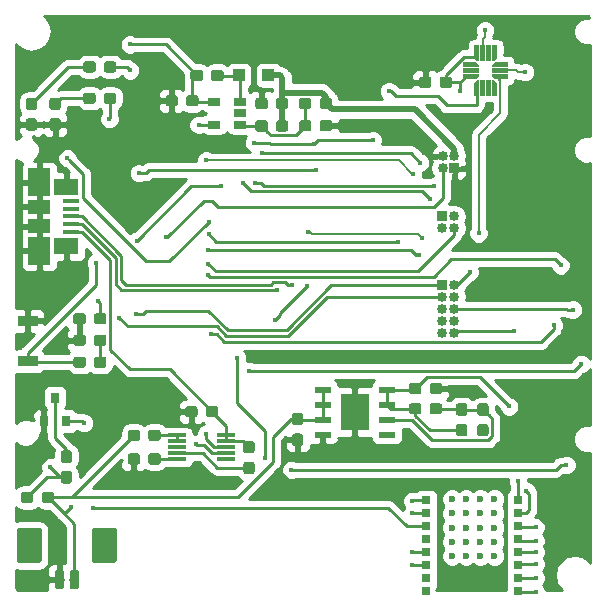
<source format=gbr>
G04 #@! TF.GenerationSoftware,KiCad,Pcbnew,5.0.2-bee76a0~70~ubuntu18.04.1*
G04 #@! TF.CreationDate,2020-07-09T21:56:47-07:00*
G04 #@! TF.ProjectId,light_thing_hw,6c696768-745f-4746-9869-6e675f68772e,rev?*
G04 #@! TF.SameCoordinates,Original*
G04 #@! TF.FileFunction,Copper,L2,Bot*
G04 #@! TF.FilePolarity,Positive*
%FSLAX46Y46*%
G04 Gerber Fmt 4.6, Leading zero omitted, Abs format (unit mm)*
G04 Created by KiCad (PCBNEW 5.0.2-bee76a0~70~ubuntu18.04.1) date Thu 09 Jul 2020 09:56:47 PM PDT*
%MOMM*%
%LPD*%
G01*
G04 APERTURE LIST*
G04 #@! TA.AperFunction,Conductor*
%ADD10C,0.100000*%
G04 #@! TD*
G04 #@! TA.AperFunction,SMDPad,CuDef*
%ADD11C,0.950000*%
G04 #@! TD*
G04 #@! TA.AperFunction,SMDPad,CuDef*
%ADD12R,1.000000X1.000000*%
G04 #@! TD*
G04 #@! TA.AperFunction,ComponentPad*
%ADD13O,0.850000X0.850000*%
G04 #@! TD*
G04 #@! TA.AperFunction,ComponentPad*
%ADD14R,0.850000X0.850000*%
G04 #@! TD*
G04 #@! TA.AperFunction,SMDPad,CuDef*
%ADD15C,0.800000*%
G04 #@! TD*
G04 #@! TA.AperFunction,SMDPad,CuDef*
%ADD16C,2.100000*%
G04 #@! TD*
G04 #@! TA.AperFunction,SMDPad,CuDef*
%ADD17R,0.800000X0.900000*%
G04 #@! TD*
G04 #@! TA.AperFunction,SMDPad,CuDef*
%ADD18R,1.700000X0.900000*%
G04 #@! TD*
G04 #@! TA.AperFunction,SMDPad,CuDef*
%ADD19R,0.797560X0.698500*%
G04 #@! TD*
G04 #@! TA.AperFunction,BGAPad,CuDef*
%ADD20C,0.599440*%
G04 #@! TD*
G04 #@! TA.AperFunction,SMDPad,CuDef*
%ADD21R,1.498600X0.304800*%
G04 #@! TD*
G04 #@! TA.AperFunction,SMDPad,CuDef*
%ADD22R,1.060000X0.650000*%
G04 #@! TD*
G04 #@! TA.AperFunction,SMDPad,CuDef*
%ADD23R,2.413000X3.098800*%
G04 #@! TD*
G04 #@! TA.AperFunction,SMDPad,CuDef*
%ADD24R,1.460500X0.533400*%
G04 #@! TD*
G04 #@! TA.AperFunction,SMDPad,CuDef*
%ADD25R,1.380000X0.450000*%
G04 #@! TD*
G04 #@! TA.AperFunction,SMDPad,CuDef*
%ADD26R,2.100000X1.475000*%
G04 #@! TD*
G04 #@! TA.AperFunction,SMDPad,CuDef*
%ADD27R,1.900000X2.375000*%
G04 #@! TD*
G04 #@! TA.AperFunction,SMDPad,CuDef*
%ADD28R,1.900000X1.175000*%
G04 #@! TD*
G04 #@! TA.AperFunction,SMDPad,CuDef*
%ADD29C,0.400000*%
G04 #@! TD*
G04 #@! TA.AperFunction,ViaPad*
%ADD30C,0.450000*%
G04 #@! TD*
G04 #@! TA.AperFunction,Conductor*
%ADD31C,0.250000*%
G04 #@! TD*
G04 #@! TA.AperFunction,Conductor*
%ADD32C,0.500000*%
G04 #@! TD*
G04 #@! TA.AperFunction,Conductor*
%ADD33C,0.150000*%
G04 #@! TD*
G04 #@! TA.AperFunction,Conductor*
%ADD34C,0.254000*%
G04 #@! TD*
G04 APERTURE END LIST*
D10*
G04 #@! TO.N,VBUS*
G04 #@! TO.C,C5*
G36*
X124597183Y-89717299D02*
X124620238Y-89720718D01*
X124642847Y-89726382D01*
X124664791Y-89734234D01*
X124685861Y-89744199D01*
X124705852Y-89756181D01*
X124724572Y-89770065D01*
X124741842Y-89785717D01*
X124757494Y-89802987D01*
X124771378Y-89821707D01*
X124783360Y-89841698D01*
X124793325Y-89862768D01*
X124801177Y-89884712D01*
X124806841Y-89907321D01*
X124810260Y-89930376D01*
X124811404Y-89953655D01*
X124811404Y-90428655D01*
X124810260Y-90451934D01*
X124806841Y-90474989D01*
X124801177Y-90497598D01*
X124793325Y-90519542D01*
X124783360Y-90540612D01*
X124771378Y-90560603D01*
X124757494Y-90579323D01*
X124741842Y-90596593D01*
X124724572Y-90612245D01*
X124705852Y-90626129D01*
X124685861Y-90638111D01*
X124664791Y-90648076D01*
X124642847Y-90655928D01*
X124620238Y-90661592D01*
X124597183Y-90665011D01*
X124573904Y-90666155D01*
X123998904Y-90666155D01*
X123975625Y-90665011D01*
X123952570Y-90661592D01*
X123929961Y-90655928D01*
X123908017Y-90648076D01*
X123886947Y-90638111D01*
X123866956Y-90626129D01*
X123848236Y-90612245D01*
X123830966Y-90596593D01*
X123815314Y-90579323D01*
X123801430Y-90560603D01*
X123789448Y-90540612D01*
X123779483Y-90519542D01*
X123771631Y-90497598D01*
X123765967Y-90474989D01*
X123762548Y-90451934D01*
X123761404Y-90428655D01*
X123761404Y-89953655D01*
X123762548Y-89930376D01*
X123765967Y-89907321D01*
X123771631Y-89884712D01*
X123779483Y-89862768D01*
X123789448Y-89841698D01*
X123801430Y-89821707D01*
X123815314Y-89802987D01*
X123830966Y-89785717D01*
X123848236Y-89770065D01*
X123866956Y-89756181D01*
X123886947Y-89744199D01*
X123908017Y-89734234D01*
X123929961Y-89726382D01*
X123952570Y-89720718D01*
X123975625Y-89717299D01*
X123998904Y-89716155D01*
X124573904Y-89716155D01*
X124597183Y-89717299D01*
X124597183Y-89717299D01*
G37*
D11*
G04 #@! TD*
G04 #@! TO.P,C5,1*
G04 #@! TO.N,VBUS*
X124286404Y-90191155D03*
D10*
G04 #@! TO.N,GND*
G04 #@! TO.C,C5*
G36*
X122847183Y-89717299D02*
X122870238Y-89720718D01*
X122892847Y-89726382D01*
X122914791Y-89734234D01*
X122935861Y-89744199D01*
X122955852Y-89756181D01*
X122974572Y-89770065D01*
X122991842Y-89785717D01*
X123007494Y-89802987D01*
X123021378Y-89821707D01*
X123033360Y-89841698D01*
X123043325Y-89862768D01*
X123051177Y-89884712D01*
X123056841Y-89907321D01*
X123060260Y-89930376D01*
X123061404Y-89953655D01*
X123061404Y-90428655D01*
X123060260Y-90451934D01*
X123056841Y-90474989D01*
X123051177Y-90497598D01*
X123043325Y-90519542D01*
X123033360Y-90540612D01*
X123021378Y-90560603D01*
X123007494Y-90579323D01*
X122991842Y-90596593D01*
X122974572Y-90612245D01*
X122955852Y-90626129D01*
X122935861Y-90638111D01*
X122914791Y-90648076D01*
X122892847Y-90655928D01*
X122870238Y-90661592D01*
X122847183Y-90665011D01*
X122823904Y-90666155D01*
X122248904Y-90666155D01*
X122225625Y-90665011D01*
X122202570Y-90661592D01*
X122179961Y-90655928D01*
X122158017Y-90648076D01*
X122136947Y-90638111D01*
X122116956Y-90626129D01*
X122098236Y-90612245D01*
X122080966Y-90596593D01*
X122065314Y-90579323D01*
X122051430Y-90560603D01*
X122039448Y-90540612D01*
X122029483Y-90519542D01*
X122021631Y-90497598D01*
X122015967Y-90474989D01*
X122012548Y-90451934D01*
X122011404Y-90428655D01*
X122011404Y-89953655D01*
X122012548Y-89930376D01*
X122015967Y-89907321D01*
X122021631Y-89884712D01*
X122029483Y-89862768D01*
X122039448Y-89841698D01*
X122051430Y-89821707D01*
X122065314Y-89802987D01*
X122080966Y-89785717D01*
X122098236Y-89770065D01*
X122116956Y-89756181D01*
X122136947Y-89744199D01*
X122158017Y-89734234D01*
X122179961Y-89726382D01*
X122202570Y-89720718D01*
X122225625Y-89717299D01*
X122248904Y-89716155D01*
X122823904Y-89716155D01*
X122847183Y-89717299D01*
X122847183Y-89717299D01*
G37*
D11*
G04 #@! TD*
G04 #@! TO.P,C5,2*
G04 #@! TO.N,GND*
X122536404Y-90191155D03*
D10*
G04 #@! TO.N,+BATT*
G04 #@! TO.C,C6*
G36*
X117972183Y-91717299D02*
X117995238Y-91720718D01*
X118017847Y-91726382D01*
X118039791Y-91734234D01*
X118060861Y-91744199D01*
X118080852Y-91756181D01*
X118099572Y-91770065D01*
X118116842Y-91785717D01*
X118132494Y-91802987D01*
X118146378Y-91821707D01*
X118158360Y-91841698D01*
X118168325Y-91862768D01*
X118176177Y-91884712D01*
X118181841Y-91907321D01*
X118185260Y-91930376D01*
X118186404Y-91953655D01*
X118186404Y-92428655D01*
X118185260Y-92451934D01*
X118181841Y-92474989D01*
X118176177Y-92497598D01*
X118168325Y-92519542D01*
X118158360Y-92540612D01*
X118146378Y-92560603D01*
X118132494Y-92579323D01*
X118116842Y-92596593D01*
X118099572Y-92612245D01*
X118080852Y-92626129D01*
X118060861Y-92638111D01*
X118039791Y-92648076D01*
X118017847Y-92655928D01*
X117995238Y-92661592D01*
X117972183Y-92665011D01*
X117948904Y-92666155D01*
X117373904Y-92666155D01*
X117350625Y-92665011D01*
X117327570Y-92661592D01*
X117304961Y-92655928D01*
X117283017Y-92648076D01*
X117261947Y-92638111D01*
X117241956Y-92626129D01*
X117223236Y-92612245D01*
X117205966Y-92596593D01*
X117190314Y-92579323D01*
X117176430Y-92560603D01*
X117164448Y-92540612D01*
X117154483Y-92519542D01*
X117146631Y-92497598D01*
X117140967Y-92474989D01*
X117137548Y-92451934D01*
X117136404Y-92428655D01*
X117136404Y-91953655D01*
X117137548Y-91930376D01*
X117140967Y-91907321D01*
X117146631Y-91884712D01*
X117154483Y-91862768D01*
X117164448Y-91841698D01*
X117176430Y-91821707D01*
X117190314Y-91802987D01*
X117205966Y-91785717D01*
X117223236Y-91770065D01*
X117241956Y-91756181D01*
X117261947Y-91744199D01*
X117283017Y-91734234D01*
X117304961Y-91726382D01*
X117327570Y-91720718D01*
X117350625Y-91717299D01*
X117373904Y-91716155D01*
X117948904Y-91716155D01*
X117972183Y-91717299D01*
X117972183Y-91717299D01*
G37*
D11*
G04 #@! TD*
G04 #@! TO.P,C6,1*
G04 #@! TO.N,+BATT*
X117661404Y-92191155D03*
D10*
G04 #@! TO.N,Net-(C6-Pad2)*
G04 #@! TO.C,C6*
G36*
X119722183Y-91717299D02*
X119745238Y-91720718D01*
X119767847Y-91726382D01*
X119789791Y-91734234D01*
X119810861Y-91744199D01*
X119830852Y-91756181D01*
X119849572Y-91770065D01*
X119866842Y-91785717D01*
X119882494Y-91802987D01*
X119896378Y-91821707D01*
X119908360Y-91841698D01*
X119918325Y-91862768D01*
X119926177Y-91884712D01*
X119931841Y-91907321D01*
X119935260Y-91930376D01*
X119936404Y-91953655D01*
X119936404Y-92428655D01*
X119935260Y-92451934D01*
X119931841Y-92474989D01*
X119926177Y-92497598D01*
X119918325Y-92519542D01*
X119908360Y-92540612D01*
X119896378Y-92560603D01*
X119882494Y-92579323D01*
X119866842Y-92596593D01*
X119849572Y-92612245D01*
X119830852Y-92626129D01*
X119810861Y-92638111D01*
X119789791Y-92648076D01*
X119767847Y-92655928D01*
X119745238Y-92661592D01*
X119722183Y-92665011D01*
X119698904Y-92666155D01*
X119123904Y-92666155D01*
X119100625Y-92665011D01*
X119077570Y-92661592D01*
X119054961Y-92655928D01*
X119033017Y-92648076D01*
X119011947Y-92638111D01*
X118991956Y-92626129D01*
X118973236Y-92612245D01*
X118955966Y-92596593D01*
X118940314Y-92579323D01*
X118926430Y-92560603D01*
X118914448Y-92540612D01*
X118904483Y-92519542D01*
X118896631Y-92497598D01*
X118890967Y-92474989D01*
X118887548Y-92451934D01*
X118886404Y-92428655D01*
X118886404Y-91953655D01*
X118887548Y-91930376D01*
X118890967Y-91907321D01*
X118896631Y-91884712D01*
X118904483Y-91862768D01*
X118914448Y-91841698D01*
X118926430Y-91821707D01*
X118940314Y-91802987D01*
X118955966Y-91785717D01*
X118973236Y-91770065D01*
X118991956Y-91756181D01*
X119011947Y-91744199D01*
X119033017Y-91734234D01*
X119054961Y-91726382D01*
X119077570Y-91720718D01*
X119100625Y-91717299D01*
X119123904Y-91716155D01*
X119698904Y-91716155D01*
X119722183Y-91717299D01*
X119722183Y-91717299D01*
G37*
D11*
G04 #@! TD*
G04 #@! TO.P,C6,2*
G04 #@! TO.N,Net-(C6-Pad2)*
X119411404Y-92191155D03*
D10*
G04 #@! TO.N,GND*
G04 #@! TO.C,C8*
G36*
X121180779Y-63386144D02*
X121203834Y-63389563D01*
X121226443Y-63395227D01*
X121248387Y-63403079D01*
X121269457Y-63413044D01*
X121289448Y-63425026D01*
X121308168Y-63438910D01*
X121325438Y-63454562D01*
X121341090Y-63471832D01*
X121354974Y-63490552D01*
X121366956Y-63510543D01*
X121376921Y-63531613D01*
X121384773Y-63553557D01*
X121390437Y-63576166D01*
X121393856Y-63599221D01*
X121395000Y-63622500D01*
X121395000Y-64097500D01*
X121393856Y-64120779D01*
X121390437Y-64143834D01*
X121384773Y-64166443D01*
X121376921Y-64188387D01*
X121366956Y-64209457D01*
X121354974Y-64229448D01*
X121341090Y-64248168D01*
X121325438Y-64265438D01*
X121308168Y-64281090D01*
X121289448Y-64294974D01*
X121269457Y-64306956D01*
X121248387Y-64316921D01*
X121226443Y-64324773D01*
X121203834Y-64330437D01*
X121180779Y-64333856D01*
X121157500Y-64335000D01*
X120582500Y-64335000D01*
X120559221Y-64333856D01*
X120536166Y-64330437D01*
X120513557Y-64324773D01*
X120491613Y-64316921D01*
X120470543Y-64306956D01*
X120450552Y-64294974D01*
X120431832Y-64281090D01*
X120414562Y-64265438D01*
X120398910Y-64248168D01*
X120385026Y-64229448D01*
X120373044Y-64209457D01*
X120363079Y-64188387D01*
X120355227Y-64166443D01*
X120349563Y-64143834D01*
X120346144Y-64120779D01*
X120345000Y-64097500D01*
X120345000Y-63622500D01*
X120346144Y-63599221D01*
X120349563Y-63576166D01*
X120355227Y-63553557D01*
X120363079Y-63531613D01*
X120373044Y-63510543D01*
X120385026Y-63490552D01*
X120398910Y-63471832D01*
X120414562Y-63454562D01*
X120431832Y-63438910D01*
X120450552Y-63425026D01*
X120470543Y-63413044D01*
X120491613Y-63403079D01*
X120513557Y-63395227D01*
X120536166Y-63389563D01*
X120559221Y-63386144D01*
X120582500Y-63385000D01*
X121157500Y-63385000D01*
X121180779Y-63386144D01*
X121180779Y-63386144D01*
G37*
D11*
G04 #@! TD*
G04 #@! TO.P,C8,1*
G04 #@! TO.N,GND*
X120870000Y-63860000D03*
D10*
G04 #@! TO.N,+BATT*
G04 #@! TO.C,C8*
G36*
X122930779Y-63386144D02*
X122953834Y-63389563D01*
X122976443Y-63395227D01*
X122998387Y-63403079D01*
X123019457Y-63413044D01*
X123039448Y-63425026D01*
X123058168Y-63438910D01*
X123075438Y-63454562D01*
X123091090Y-63471832D01*
X123104974Y-63490552D01*
X123116956Y-63510543D01*
X123126921Y-63531613D01*
X123134773Y-63553557D01*
X123140437Y-63576166D01*
X123143856Y-63599221D01*
X123145000Y-63622500D01*
X123145000Y-64097500D01*
X123143856Y-64120779D01*
X123140437Y-64143834D01*
X123134773Y-64166443D01*
X123126921Y-64188387D01*
X123116956Y-64209457D01*
X123104974Y-64229448D01*
X123091090Y-64248168D01*
X123075438Y-64265438D01*
X123058168Y-64281090D01*
X123039448Y-64294974D01*
X123019457Y-64306956D01*
X122998387Y-64316921D01*
X122976443Y-64324773D01*
X122953834Y-64330437D01*
X122930779Y-64333856D01*
X122907500Y-64335000D01*
X122332500Y-64335000D01*
X122309221Y-64333856D01*
X122286166Y-64330437D01*
X122263557Y-64324773D01*
X122241613Y-64316921D01*
X122220543Y-64306956D01*
X122200552Y-64294974D01*
X122181832Y-64281090D01*
X122164562Y-64265438D01*
X122148910Y-64248168D01*
X122135026Y-64229448D01*
X122123044Y-64209457D01*
X122113079Y-64188387D01*
X122105227Y-64166443D01*
X122099563Y-64143834D01*
X122096144Y-64120779D01*
X122095000Y-64097500D01*
X122095000Y-63622500D01*
X122096144Y-63599221D01*
X122099563Y-63576166D01*
X122105227Y-63553557D01*
X122113079Y-63531613D01*
X122123044Y-63510543D01*
X122135026Y-63490552D01*
X122148910Y-63471832D01*
X122164562Y-63454562D01*
X122181832Y-63438910D01*
X122200552Y-63425026D01*
X122220543Y-63413044D01*
X122241613Y-63403079D01*
X122263557Y-63395227D01*
X122286166Y-63389563D01*
X122309221Y-63386144D01*
X122332500Y-63385000D01*
X122907500Y-63385000D01*
X122930779Y-63386144D01*
X122930779Y-63386144D01*
G37*
D11*
G04 #@! TD*
G04 #@! TO.P,C8,2*
G04 #@! TO.N,+BATT*
X122620000Y-63860000D03*
D10*
G04 #@! TO.N,GND*
G04 #@! TO.C,C10*
G36*
X128790779Y-63616144D02*
X128813834Y-63619563D01*
X128836443Y-63625227D01*
X128858387Y-63633079D01*
X128879457Y-63643044D01*
X128899448Y-63655026D01*
X128918168Y-63668910D01*
X128935438Y-63684562D01*
X128951090Y-63701832D01*
X128964974Y-63720552D01*
X128976956Y-63740543D01*
X128986921Y-63761613D01*
X128994773Y-63783557D01*
X129000437Y-63806166D01*
X129003856Y-63829221D01*
X129005000Y-63852500D01*
X129005000Y-64327500D01*
X129003856Y-64350779D01*
X129000437Y-64373834D01*
X128994773Y-64396443D01*
X128986921Y-64418387D01*
X128976956Y-64439457D01*
X128964974Y-64459448D01*
X128951090Y-64478168D01*
X128935438Y-64495438D01*
X128918168Y-64511090D01*
X128899448Y-64524974D01*
X128879457Y-64536956D01*
X128858387Y-64546921D01*
X128836443Y-64554773D01*
X128813834Y-64560437D01*
X128790779Y-64563856D01*
X128767500Y-64565000D01*
X128192500Y-64565000D01*
X128169221Y-64563856D01*
X128146166Y-64560437D01*
X128123557Y-64554773D01*
X128101613Y-64546921D01*
X128080543Y-64536956D01*
X128060552Y-64524974D01*
X128041832Y-64511090D01*
X128024562Y-64495438D01*
X128008910Y-64478168D01*
X127995026Y-64459448D01*
X127983044Y-64439457D01*
X127973079Y-64418387D01*
X127965227Y-64396443D01*
X127959563Y-64373834D01*
X127956144Y-64350779D01*
X127955000Y-64327500D01*
X127955000Y-63852500D01*
X127956144Y-63829221D01*
X127959563Y-63806166D01*
X127965227Y-63783557D01*
X127973079Y-63761613D01*
X127983044Y-63740543D01*
X127995026Y-63720552D01*
X128008910Y-63701832D01*
X128024562Y-63684562D01*
X128041832Y-63668910D01*
X128060552Y-63655026D01*
X128080543Y-63643044D01*
X128101613Y-63633079D01*
X128123557Y-63625227D01*
X128146166Y-63619563D01*
X128169221Y-63616144D01*
X128192500Y-63615000D01*
X128767500Y-63615000D01*
X128790779Y-63616144D01*
X128790779Y-63616144D01*
G37*
D11*
G04 #@! TD*
G04 #@! TO.P,C10,2*
G04 #@! TO.N,GND*
X128480000Y-64090000D03*
D10*
G04 #@! TO.N,+5V*
G04 #@! TO.C,C10*
G36*
X130540779Y-63616144D02*
X130563834Y-63619563D01*
X130586443Y-63625227D01*
X130608387Y-63633079D01*
X130629457Y-63643044D01*
X130649448Y-63655026D01*
X130668168Y-63668910D01*
X130685438Y-63684562D01*
X130701090Y-63701832D01*
X130714974Y-63720552D01*
X130726956Y-63740543D01*
X130736921Y-63761613D01*
X130744773Y-63783557D01*
X130750437Y-63806166D01*
X130753856Y-63829221D01*
X130755000Y-63852500D01*
X130755000Y-64327500D01*
X130753856Y-64350779D01*
X130750437Y-64373834D01*
X130744773Y-64396443D01*
X130736921Y-64418387D01*
X130726956Y-64439457D01*
X130714974Y-64459448D01*
X130701090Y-64478168D01*
X130685438Y-64495438D01*
X130668168Y-64511090D01*
X130649448Y-64524974D01*
X130629457Y-64536956D01*
X130608387Y-64546921D01*
X130586443Y-64554773D01*
X130563834Y-64560437D01*
X130540779Y-64563856D01*
X130517500Y-64565000D01*
X129942500Y-64565000D01*
X129919221Y-64563856D01*
X129896166Y-64560437D01*
X129873557Y-64554773D01*
X129851613Y-64546921D01*
X129830543Y-64536956D01*
X129810552Y-64524974D01*
X129791832Y-64511090D01*
X129774562Y-64495438D01*
X129758910Y-64478168D01*
X129745026Y-64459448D01*
X129733044Y-64439457D01*
X129723079Y-64418387D01*
X129715227Y-64396443D01*
X129709563Y-64373834D01*
X129706144Y-64350779D01*
X129705000Y-64327500D01*
X129705000Y-63852500D01*
X129706144Y-63829221D01*
X129709563Y-63806166D01*
X129715227Y-63783557D01*
X129723079Y-63761613D01*
X129733044Y-63740543D01*
X129745026Y-63720552D01*
X129758910Y-63701832D01*
X129774562Y-63684562D01*
X129791832Y-63668910D01*
X129810552Y-63655026D01*
X129830543Y-63643044D01*
X129851613Y-63633079D01*
X129873557Y-63625227D01*
X129896166Y-63619563D01*
X129919221Y-63616144D01*
X129942500Y-63615000D01*
X130517500Y-63615000D01*
X130540779Y-63616144D01*
X130540779Y-63616144D01*
G37*
D11*
G04 #@! TD*
G04 #@! TO.P,C10,1*
G04 #@! TO.N,+5V*
X130230000Y-64090000D03*
D10*
G04 #@! TO.N,+3V3*
G04 #@! TO.C,C11*
G36*
X144390779Y-61825540D02*
X144413834Y-61828959D01*
X144436443Y-61834623D01*
X144458387Y-61842475D01*
X144479457Y-61852440D01*
X144499448Y-61864422D01*
X144518168Y-61878306D01*
X144535438Y-61893958D01*
X144551090Y-61911228D01*
X144564974Y-61929948D01*
X144576956Y-61949939D01*
X144586921Y-61971009D01*
X144594773Y-61992953D01*
X144600437Y-62015562D01*
X144603856Y-62038617D01*
X144605000Y-62061896D01*
X144605000Y-62536896D01*
X144603856Y-62560175D01*
X144600437Y-62583230D01*
X144594773Y-62605839D01*
X144586921Y-62627783D01*
X144576956Y-62648853D01*
X144564974Y-62668844D01*
X144551090Y-62687564D01*
X144535438Y-62704834D01*
X144518168Y-62720486D01*
X144499448Y-62734370D01*
X144479457Y-62746352D01*
X144458387Y-62756317D01*
X144436443Y-62764169D01*
X144413834Y-62769833D01*
X144390779Y-62773252D01*
X144367500Y-62774396D01*
X143792500Y-62774396D01*
X143769221Y-62773252D01*
X143746166Y-62769833D01*
X143723557Y-62764169D01*
X143701613Y-62756317D01*
X143680543Y-62746352D01*
X143660552Y-62734370D01*
X143641832Y-62720486D01*
X143624562Y-62704834D01*
X143608910Y-62687564D01*
X143595026Y-62668844D01*
X143583044Y-62648853D01*
X143573079Y-62627783D01*
X143565227Y-62605839D01*
X143559563Y-62583230D01*
X143556144Y-62560175D01*
X143555000Y-62536896D01*
X143555000Y-62061896D01*
X143556144Y-62038617D01*
X143559563Y-62015562D01*
X143565227Y-61992953D01*
X143573079Y-61971009D01*
X143583044Y-61949939D01*
X143595026Y-61929948D01*
X143608910Y-61911228D01*
X143624562Y-61893958D01*
X143641832Y-61878306D01*
X143660552Y-61864422D01*
X143680543Y-61852440D01*
X143701613Y-61842475D01*
X143723557Y-61834623D01*
X143746166Y-61828959D01*
X143769221Y-61825540D01*
X143792500Y-61824396D01*
X144367500Y-61824396D01*
X144390779Y-61825540D01*
X144390779Y-61825540D01*
G37*
D11*
G04 #@! TD*
G04 #@! TO.P,C11,1*
G04 #@! TO.N,+3V3*
X144080000Y-62299396D03*
D10*
G04 #@! TO.N,GND*
G04 #@! TO.C,C11*
G36*
X142640779Y-61825540D02*
X142663834Y-61828959D01*
X142686443Y-61834623D01*
X142708387Y-61842475D01*
X142729457Y-61852440D01*
X142749448Y-61864422D01*
X142768168Y-61878306D01*
X142785438Y-61893958D01*
X142801090Y-61911228D01*
X142814974Y-61929948D01*
X142826956Y-61949939D01*
X142836921Y-61971009D01*
X142844773Y-61992953D01*
X142850437Y-62015562D01*
X142853856Y-62038617D01*
X142855000Y-62061896D01*
X142855000Y-62536896D01*
X142853856Y-62560175D01*
X142850437Y-62583230D01*
X142844773Y-62605839D01*
X142836921Y-62627783D01*
X142826956Y-62648853D01*
X142814974Y-62668844D01*
X142801090Y-62687564D01*
X142785438Y-62704834D01*
X142768168Y-62720486D01*
X142749448Y-62734370D01*
X142729457Y-62746352D01*
X142708387Y-62756317D01*
X142686443Y-62764169D01*
X142663834Y-62769833D01*
X142640779Y-62773252D01*
X142617500Y-62774396D01*
X142042500Y-62774396D01*
X142019221Y-62773252D01*
X141996166Y-62769833D01*
X141973557Y-62764169D01*
X141951613Y-62756317D01*
X141930543Y-62746352D01*
X141910552Y-62734370D01*
X141891832Y-62720486D01*
X141874562Y-62704834D01*
X141858910Y-62687564D01*
X141845026Y-62668844D01*
X141833044Y-62648853D01*
X141823079Y-62627783D01*
X141815227Y-62605839D01*
X141809563Y-62583230D01*
X141806144Y-62560175D01*
X141805000Y-62536896D01*
X141805000Y-62061896D01*
X141806144Y-62038617D01*
X141809563Y-62015562D01*
X141815227Y-61992953D01*
X141823079Y-61971009D01*
X141833044Y-61949939D01*
X141845026Y-61929948D01*
X141858910Y-61911228D01*
X141874562Y-61893958D01*
X141891832Y-61878306D01*
X141910552Y-61864422D01*
X141930543Y-61852440D01*
X141951613Y-61842475D01*
X141973557Y-61834623D01*
X141996166Y-61828959D01*
X142019221Y-61825540D01*
X142042500Y-61824396D01*
X142617500Y-61824396D01*
X142640779Y-61825540D01*
X142640779Y-61825540D01*
G37*
D11*
G04 #@! TD*
G04 #@! TO.P,C11,2*
G04 #@! TO.N,GND*
X142330000Y-62299396D03*
D10*
G04 #@! TO.N,+5V*
G04 #@! TO.C,C12*
G36*
X130540779Y-65526144D02*
X130563834Y-65529563D01*
X130586443Y-65535227D01*
X130608387Y-65543079D01*
X130629457Y-65553044D01*
X130649448Y-65565026D01*
X130668168Y-65578910D01*
X130685438Y-65594562D01*
X130701090Y-65611832D01*
X130714974Y-65630552D01*
X130726956Y-65650543D01*
X130736921Y-65671613D01*
X130744773Y-65693557D01*
X130750437Y-65716166D01*
X130753856Y-65739221D01*
X130755000Y-65762500D01*
X130755000Y-66237500D01*
X130753856Y-66260779D01*
X130750437Y-66283834D01*
X130744773Y-66306443D01*
X130736921Y-66328387D01*
X130726956Y-66349457D01*
X130714974Y-66369448D01*
X130701090Y-66388168D01*
X130685438Y-66405438D01*
X130668168Y-66421090D01*
X130649448Y-66434974D01*
X130629457Y-66446956D01*
X130608387Y-66456921D01*
X130586443Y-66464773D01*
X130563834Y-66470437D01*
X130540779Y-66473856D01*
X130517500Y-66475000D01*
X129942500Y-66475000D01*
X129919221Y-66473856D01*
X129896166Y-66470437D01*
X129873557Y-66464773D01*
X129851613Y-66456921D01*
X129830543Y-66446956D01*
X129810552Y-66434974D01*
X129791832Y-66421090D01*
X129774562Y-66405438D01*
X129758910Y-66388168D01*
X129745026Y-66369448D01*
X129733044Y-66349457D01*
X129723079Y-66328387D01*
X129715227Y-66306443D01*
X129709563Y-66283834D01*
X129706144Y-66260779D01*
X129705000Y-66237500D01*
X129705000Y-65762500D01*
X129706144Y-65739221D01*
X129709563Y-65716166D01*
X129715227Y-65693557D01*
X129723079Y-65671613D01*
X129733044Y-65650543D01*
X129745026Y-65630552D01*
X129758910Y-65611832D01*
X129774562Y-65594562D01*
X129791832Y-65578910D01*
X129810552Y-65565026D01*
X129830543Y-65553044D01*
X129851613Y-65543079D01*
X129873557Y-65535227D01*
X129896166Y-65529563D01*
X129919221Y-65526144D01*
X129942500Y-65525000D01*
X130517500Y-65525000D01*
X130540779Y-65526144D01*
X130540779Y-65526144D01*
G37*
D11*
G04 #@! TD*
G04 #@! TO.P,C12,1*
G04 #@! TO.N,+5V*
X130230000Y-66000000D03*
D10*
G04 #@! TO.N,Net-(C12-Pad2)*
G04 #@! TO.C,C12*
G36*
X128790779Y-65526144D02*
X128813834Y-65529563D01*
X128836443Y-65535227D01*
X128858387Y-65543079D01*
X128879457Y-65553044D01*
X128899448Y-65565026D01*
X128918168Y-65578910D01*
X128935438Y-65594562D01*
X128951090Y-65611832D01*
X128964974Y-65630552D01*
X128976956Y-65650543D01*
X128986921Y-65671613D01*
X128994773Y-65693557D01*
X129000437Y-65716166D01*
X129003856Y-65739221D01*
X129005000Y-65762500D01*
X129005000Y-66237500D01*
X129003856Y-66260779D01*
X129000437Y-66283834D01*
X128994773Y-66306443D01*
X128986921Y-66328387D01*
X128976956Y-66349457D01*
X128964974Y-66369448D01*
X128951090Y-66388168D01*
X128935438Y-66405438D01*
X128918168Y-66421090D01*
X128899448Y-66434974D01*
X128879457Y-66446956D01*
X128858387Y-66456921D01*
X128836443Y-66464773D01*
X128813834Y-66470437D01*
X128790779Y-66473856D01*
X128767500Y-66475000D01*
X128192500Y-66475000D01*
X128169221Y-66473856D01*
X128146166Y-66470437D01*
X128123557Y-66464773D01*
X128101613Y-66456921D01*
X128080543Y-66446956D01*
X128060552Y-66434974D01*
X128041832Y-66421090D01*
X128024562Y-66405438D01*
X128008910Y-66388168D01*
X127995026Y-66369448D01*
X127983044Y-66349457D01*
X127973079Y-66328387D01*
X127965227Y-66306443D01*
X127959563Y-66283834D01*
X127956144Y-66260779D01*
X127955000Y-66237500D01*
X127955000Y-65762500D01*
X127956144Y-65739221D01*
X127959563Y-65716166D01*
X127965227Y-65693557D01*
X127973079Y-65671613D01*
X127983044Y-65650543D01*
X127995026Y-65630552D01*
X128008910Y-65611832D01*
X128024562Y-65594562D01*
X128041832Y-65578910D01*
X128060552Y-65565026D01*
X128080543Y-65553044D01*
X128101613Y-65543079D01*
X128123557Y-65535227D01*
X128146166Y-65529563D01*
X128169221Y-65526144D01*
X128192500Y-65525000D01*
X128767500Y-65525000D01*
X128790779Y-65526144D01*
X128790779Y-65526144D01*
G37*
D11*
G04 #@! TD*
G04 #@! TO.P,C12,2*
G04 #@! TO.N,Net-(C12-Pad2)*
X128480000Y-66000000D03*
D10*
G04 #@! TO.N,Net-(C13-Pad2)*
G04 #@! TO.C,C13*
G36*
X115130779Y-85526144D02*
X115153834Y-85529563D01*
X115176443Y-85535227D01*
X115198387Y-85543079D01*
X115219457Y-85553044D01*
X115239448Y-85565026D01*
X115258168Y-85578910D01*
X115275438Y-85594562D01*
X115291090Y-85611832D01*
X115304974Y-85630552D01*
X115316956Y-85650543D01*
X115326921Y-85671613D01*
X115334773Y-85693557D01*
X115340437Y-85716166D01*
X115343856Y-85739221D01*
X115345000Y-85762500D01*
X115345000Y-86237500D01*
X115343856Y-86260779D01*
X115340437Y-86283834D01*
X115334773Y-86306443D01*
X115326921Y-86328387D01*
X115316956Y-86349457D01*
X115304974Y-86369448D01*
X115291090Y-86388168D01*
X115275438Y-86405438D01*
X115258168Y-86421090D01*
X115239448Y-86434974D01*
X115219457Y-86446956D01*
X115198387Y-86456921D01*
X115176443Y-86464773D01*
X115153834Y-86470437D01*
X115130779Y-86473856D01*
X115107500Y-86475000D01*
X114532500Y-86475000D01*
X114509221Y-86473856D01*
X114486166Y-86470437D01*
X114463557Y-86464773D01*
X114441613Y-86456921D01*
X114420543Y-86446956D01*
X114400552Y-86434974D01*
X114381832Y-86421090D01*
X114364562Y-86405438D01*
X114348910Y-86388168D01*
X114335026Y-86369448D01*
X114323044Y-86349457D01*
X114313079Y-86328387D01*
X114305227Y-86306443D01*
X114299563Y-86283834D01*
X114296144Y-86260779D01*
X114295000Y-86237500D01*
X114295000Y-85762500D01*
X114296144Y-85739221D01*
X114299563Y-85716166D01*
X114305227Y-85693557D01*
X114313079Y-85671613D01*
X114323044Y-85650543D01*
X114335026Y-85630552D01*
X114348910Y-85611832D01*
X114364562Y-85594562D01*
X114381832Y-85578910D01*
X114400552Y-85565026D01*
X114420543Y-85553044D01*
X114441613Y-85543079D01*
X114463557Y-85535227D01*
X114486166Y-85529563D01*
X114509221Y-85526144D01*
X114532500Y-85525000D01*
X115107500Y-85525000D01*
X115130779Y-85526144D01*
X115130779Y-85526144D01*
G37*
D11*
G04 #@! TD*
G04 #@! TO.P,C13,2*
G04 #@! TO.N,Net-(C13-Pad2)*
X114820000Y-86000000D03*
D10*
G04 #@! TO.N,BUTTON1*
G04 #@! TO.C,C13*
G36*
X113380779Y-85526144D02*
X113403834Y-85529563D01*
X113426443Y-85535227D01*
X113448387Y-85543079D01*
X113469457Y-85553044D01*
X113489448Y-85565026D01*
X113508168Y-85578910D01*
X113525438Y-85594562D01*
X113541090Y-85611832D01*
X113554974Y-85630552D01*
X113566956Y-85650543D01*
X113576921Y-85671613D01*
X113584773Y-85693557D01*
X113590437Y-85716166D01*
X113593856Y-85739221D01*
X113595000Y-85762500D01*
X113595000Y-86237500D01*
X113593856Y-86260779D01*
X113590437Y-86283834D01*
X113584773Y-86306443D01*
X113576921Y-86328387D01*
X113566956Y-86349457D01*
X113554974Y-86369448D01*
X113541090Y-86388168D01*
X113525438Y-86405438D01*
X113508168Y-86421090D01*
X113489448Y-86434974D01*
X113469457Y-86446956D01*
X113448387Y-86456921D01*
X113426443Y-86464773D01*
X113403834Y-86470437D01*
X113380779Y-86473856D01*
X113357500Y-86475000D01*
X112782500Y-86475000D01*
X112759221Y-86473856D01*
X112736166Y-86470437D01*
X112713557Y-86464773D01*
X112691613Y-86456921D01*
X112670543Y-86446956D01*
X112650552Y-86434974D01*
X112631832Y-86421090D01*
X112614562Y-86405438D01*
X112598910Y-86388168D01*
X112585026Y-86369448D01*
X112573044Y-86349457D01*
X112563079Y-86328387D01*
X112555227Y-86306443D01*
X112549563Y-86283834D01*
X112546144Y-86260779D01*
X112545000Y-86237500D01*
X112545000Y-85762500D01*
X112546144Y-85739221D01*
X112549563Y-85716166D01*
X112555227Y-85693557D01*
X112563079Y-85671613D01*
X112573044Y-85650543D01*
X112585026Y-85630552D01*
X112598910Y-85611832D01*
X112614562Y-85594562D01*
X112631832Y-85578910D01*
X112650552Y-85565026D01*
X112670543Y-85553044D01*
X112691613Y-85543079D01*
X112713557Y-85535227D01*
X112736166Y-85529563D01*
X112759221Y-85526144D01*
X112782500Y-85525000D01*
X113357500Y-85525000D01*
X113380779Y-85526144D01*
X113380779Y-85526144D01*
G37*
D11*
G04 #@! TD*
G04 #@! TO.P,C13,1*
G04 #@! TO.N,BUTTON1*
X113070000Y-86000000D03*
D10*
G04 #@! TO.N,+BATT*
G04 #@! TO.C,C14*
G36*
X131800779Y-90286144D02*
X131823834Y-90289563D01*
X131846443Y-90295227D01*
X131868387Y-90303079D01*
X131889457Y-90313044D01*
X131909448Y-90325026D01*
X131928168Y-90338910D01*
X131945438Y-90354562D01*
X131961090Y-90371832D01*
X131974974Y-90390552D01*
X131986956Y-90410543D01*
X131996921Y-90431613D01*
X132004773Y-90453557D01*
X132010437Y-90476166D01*
X132013856Y-90499221D01*
X132015000Y-90522500D01*
X132015000Y-91097500D01*
X132013856Y-91120779D01*
X132010437Y-91143834D01*
X132004773Y-91166443D01*
X131996921Y-91188387D01*
X131986956Y-91209457D01*
X131974974Y-91229448D01*
X131961090Y-91248168D01*
X131945438Y-91265438D01*
X131928168Y-91281090D01*
X131909448Y-91294974D01*
X131889457Y-91306956D01*
X131868387Y-91316921D01*
X131846443Y-91324773D01*
X131823834Y-91330437D01*
X131800779Y-91333856D01*
X131777500Y-91335000D01*
X131302500Y-91335000D01*
X131279221Y-91333856D01*
X131256166Y-91330437D01*
X131233557Y-91324773D01*
X131211613Y-91316921D01*
X131190543Y-91306956D01*
X131170552Y-91294974D01*
X131151832Y-91281090D01*
X131134562Y-91265438D01*
X131118910Y-91248168D01*
X131105026Y-91229448D01*
X131093044Y-91209457D01*
X131083079Y-91188387D01*
X131075227Y-91166443D01*
X131069563Y-91143834D01*
X131066144Y-91120779D01*
X131065000Y-91097500D01*
X131065000Y-90522500D01*
X131066144Y-90499221D01*
X131069563Y-90476166D01*
X131075227Y-90453557D01*
X131083079Y-90431613D01*
X131093044Y-90410543D01*
X131105026Y-90390552D01*
X131118910Y-90371832D01*
X131134562Y-90354562D01*
X131151832Y-90338910D01*
X131170552Y-90325026D01*
X131190543Y-90313044D01*
X131211613Y-90303079D01*
X131233557Y-90295227D01*
X131256166Y-90289563D01*
X131279221Y-90286144D01*
X131302500Y-90285000D01*
X131777500Y-90285000D01*
X131800779Y-90286144D01*
X131800779Y-90286144D01*
G37*
D11*
G04 #@! TD*
G04 #@! TO.P,C14,1*
G04 #@! TO.N,+BATT*
X131540000Y-90810000D03*
D10*
G04 #@! TO.N,GND*
G04 #@! TO.C,C14*
G36*
X131800779Y-92036144D02*
X131823834Y-92039563D01*
X131846443Y-92045227D01*
X131868387Y-92053079D01*
X131889457Y-92063044D01*
X131909448Y-92075026D01*
X131928168Y-92088910D01*
X131945438Y-92104562D01*
X131961090Y-92121832D01*
X131974974Y-92140552D01*
X131986956Y-92160543D01*
X131996921Y-92181613D01*
X132004773Y-92203557D01*
X132010437Y-92226166D01*
X132013856Y-92249221D01*
X132015000Y-92272500D01*
X132015000Y-92847500D01*
X132013856Y-92870779D01*
X132010437Y-92893834D01*
X132004773Y-92916443D01*
X131996921Y-92938387D01*
X131986956Y-92959457D01*
X131974974Y-92979448D01*
X131961090Y-92998168D01*
X131945438Y-93015438D01*
X131928168Y-93031090D01*
X131909448Y-93044974D01*
X131889457Y-93056956D01*
X131868387Y-93066921D01*
X131846443Y-93074773D01*
X131823834Y-93080437D01*
X131800779Y-93083856D01*
X131777500Y-93085000D01*
X131302500Y-93085000D01*
X131279221Y-93083856D01*
X131256166Y-93080437D01*
X131233557Y-93074773D01*
X131211613Y-93066921D01*
X131190543Y-93056956D01*
X131170552Y-93044974D01*
X131151832Y-93031090D01*
X131134562Y-93015438D01*
X131118910Y-92998168D01*
X131105026Y-92979448D01*
X131093044Y-92959457D01*
X131083079Y-92938387D01*
X131075227Y-92916443D01*
X131069563Y-92893834D01*
X131066144Y-92870779D01*
X131065000Y-92847500D01*
X131065000Y-92272500D01*
X131066144Y-92249221D01*
X131069563Y-92226166D01*
X131075227Y-92203557D01*
X131083079Y-92181613D01*
X131093044Y-92160543D01*
X131105026Y-92140552D01*
X131118910Y-92121832D01*
X131134562Y-92104562D01*
X131151832Y-92088910D01*
X131170552Y-92075026D01*
X131190543Y-92063044D01*
X131211613Y-92053079D01*
X131233557Y-92045227D01*
X131256166Y-92039563D01*
X131279221Y-92036144D01*
X131302500Y-92035000D01*
X131777500Y-92035000D01*
X131800779Y-92036144D01*
X131800779Y-92036144D01*
G37*
D11*
G04 #@! TD*
G04 #@! TO.P,C14,2*
G04 #@! TO.N,GND*
X131540000Y-92560000D03*
D10*
G04 #@! TO.N,+3V3*
G04 #@! TO.C,C15*
G36*
X141800779Y-89476144D02*
X141823834Y-89479563D01*
X141846443Y-89485227D01*
X141868387Y-89493079D01*
X141889457Y-89503044D01*
X141909448Y-89515026D01*
X141928168Y-89528910D01*
X141945438Y-89544562D01*
X141961090Y-89561832D01*
X141974974Y-89580552D01*
X141986956Y-89600543D01*
X141996921Y-89621613D01*
X142004773Y-89643557D01*
X142010437Y-89666166D01*
X142013856Y-89689221D01*
X142015000Y-89712500D01*
X142015000Y-90187500D01*
X142013856Y-90210779D01*
X142010437Y-90233834D01*
X142004773Y-90256443D01*
X141996921Y-90278387D01*
X141986956Y-90299457D01*
X141974974Y-90319448D01*
X141961090Y-90338168D01*
X141945438Y-90355438D01*
X141928168Y-90371090D01*
X141909448Y-90384974D01*
X141889457Y-90396956D01*
X141868387Y-90406921D01*
X141846443Y-90414773D01*
X141823834Y-90420437D01*
X141800779Y-90423856D01*
X141777500Y-90425000D01*
X141202500Y-90425000D01*
X141179221Y-90423856D01*
X141156166Y-90420437D01*
X141133557Y-90414773D01*
X141111613Y-90406921D01*
X141090543Y-90396956D01*
X141070552Y-90384974D01*
X141051832Y-90371090D01*
X141034562Y-90355438D01*
X141018910Y-90338168D01*
X141005026Y-90319448D01*
X140993044Y-90299457D01*
X140983079Y-90278387D01*
X140975227Y-90256443D01*
X140969563Y-90233834D01*
X140966144Y-90210779D01*
X140965000Y-90187500D01*
X140965000Y-89712500D01*
X140966144Y-89689221D01*
X140969563Y-89666166D01*
X140975227Y-89643557D01*
X140983079Y-89621613D01*
X140993044Y-89600543D01*
X141005026Y-89580552D01*
X141018910Y-89561832D01*
X141034562Y-89544562D01*
X141051832Y-89528910D01*
X141070552Y-89515026D01*
X141090543Y-89503044D01*
X141111613Y-89493079D01*
X141133557Y-89485227D01*
X141156166Y-89479563D01*
X141179221Y-89476144D01*
X141202500Y-89475000D01*
X141777500Y-89475000D01*
X141800779Y-89476144D01*
X141800779Y-89476144D01*
G37*
D11*
G04 #@! TD*
G04 #@! TO.P,C15,2*
G04 #@! TO.N,+3V3*
X141490000Y-89950000D03*
D10*
G04 #@! TO.N,Net-(C15-Pad1)*
G04 #@! TO.C,C15*
G36*
X143550779Y-89476144D02*
X143573834Y-89479563D01*
X143596443Y-89485227D01*
X143618387Y-89493079D01*
X143639457Y-89503044D01*
X143659448Y-89515026D01*
X143678168Y-89528910D01*
X143695438Y-89544562D01*
X143711090Y-89561832D01*
X143724974Y-89580552D01*
X143736956Y-89600543D01*
X143746921Y-89621613D01*
X143754773Y-89643557D01*
X143760437Y-89666166D01*
X143763856Y-89689221D01*
X143765000Y-89712500D01*
X143765000Y-90187500D01*
X143763856Y-90210779D01*
X143760437Y-90233834D01*
X143754773Y-90256443D01*
X143746921Y-90278387D01*
X143736956Y-90299457D01*
X143724974Y-90319448D01*
X143711090Y-90338168D01*
X143695438Y-90355438D01*
X143678168Y-90371090D01*
X143659448Y-90384974D01*
X143639457Y-90396956D01*
X143618387Y-90406921D01*
X143596443Y-90414773D01*
X143573834Y-90420437D01*
X143550779Y-90423856D01*
X143527500Y-90425000D01*
X142952500Y-90425000D01*
X142929221Y-90423856D01*
X142906166Y-90420437D01*
X142883557Y-90414773D01*
X142861613Y-90406921D01*
X142840543Y-90396956D01*
X142820552Y-90384974D01*
X142801832Y-90371090D01*
X142784562Y-90355438D01*
X142768910Y-90338168D01*
X142755026Y-90319448D01*
X142743044Y-90299457D01*
X142733079Y-90278387D01*
X142725227Y-90256443D01*
X142719563Y-90233834D01*
X142716144Y-90210779D01*
X142715000Y-90187500D01*
X142715000Y-89712500D01*
X142716144Y-89689221D01*
X142719563Y-89666166D01*
X142725227Y-89643557D01*
X142733079Y-89621613D01*
X142743044Y-89600543D01*
X142755026Y-89580552D01*
X142768910Y-89561832D01*
X142784562Y-89544562D01*
X142801832Y-89528910D01*
X142820552Y-89515026D01*
X142840543Y-89503044D01*
X142861613Y-89493079D01*
X142883557Y-89485227D01*
X142906166Y-89479563D01*
X142929221Y-89476144D01*
X142952500Y-89475000D01*
X143527500Y-89475000D01*
X143550779Y-89476144D01*
X143550779Y-89476144D01*
G37*
D11*
G04 #@! TD*
G04 #@! TO.P,C15,1*
G04 #@! TO.N,Net-(C15-Pad1)*
X143240000Y-89950000D03*
D10*
G04 #@! TO.N,GND*
G04 #@! TO.C,C18*
G36*
X143555779Y-87756144D02*
X143578834Y-87759563D01*
X143601443Y-87765227D01*
X143623387Y-87773079D01*
X143644457Y-87783044D01*
X143664448Y-87795026D01*
X143683168Y-87808910D01*
X143700438Y-87824562D01*
X143716090Y-87841832D01*
X143729974Y-87860552D01*
X143741956Y-87880543D01*
X143751921Y-87901613D01*
X143759773Y-87923557D01*
X143765437Y-87946166D01*
X143768856Y-87969221D01*
X143770000Y-87992500D01*
X143770000Y-88467500D01*
X143768856Y-88490779D01*
X143765437Y-88513834D01*
X143759773Y-88536443D01*
X143751921Y-88558387D01*
X143741956Y-88579457D01*
X143729974Y-88599448D01*
X143716090Y-88618168D01*
X143700438Y-88635438D01*
X143683168Y-88651090D01*
X143664448Y-88664974D01*
X143644457Y-88676956D01*
X143623387Y-88686921D01*
X143601443Y-88694773D01*
X143578834Y-88700437D01*
X143555779Y-88703856D01*
X143532500Y-88705000D01*
X142957500Y-88705000D01*
X142934221Y-88703856D01*
X142911166Y-88700437D01*
X142888557Y-88694773D01*
X142866613Y-88686921D01*
X142845543Y-88676956D01*
X142825552Y-88664974D01*
X142806832Y-88651090D01*
X142789562Y-88635438D01*
X142773910Y-88618168D01*
X142760026Y-88599448D01*
X142748044Y-88579457D01*
X142738079Y-88558387D01*
X142730227Y-88536443D01*
X142724563Y-88513834D01*
X142721144Y-88490779D01*
X142720000Y-88467500D01*
X142720000Y-87992500D01*
X142721144Y-87969221D01*
X142724563Y-87946166D01*
X142730227Y-87923557D01*
X142738079Y-87901613D01*
X142748044Y-87880543D01*
X142760026Y-87860552D01*
X142773910Y-87841832D01*
X142789562Y-87824562D01*
X142806832Y-87808910D01*
X142825552Y-87795026D01*
X142845543Y-87783044D01*
X142866613Y-87773079D01*
X142888557Y-87765227D01*
X142911166Y-87759563D01*
X142934221Y-87756144D01*
X142957500Y-87755000D01*
X143532500Y-87755000D01*
X143555779Y-87756144D01*
X143555779Y-87756144D01*
G37*
D11*
G04 #@! TD*
G04 #@! TO.P,C18,1*
G04 #@! TO.N,GND*
X143245000Y-88230000D03*
D10*
G04 #@! TO.N,+3V3*
G04 #@! TO.C,C18*
G36*
X141805779Y-87756144D02*
X141828834Y-87759563D01*
X141851443Y-87765227D01*
X141873387Y-87773079D01*
X141894457Y-87783044D01*
X141914448Y-87795026D01*
X141933168Y-87808910D01*
X141950438Y-87824562D01*
X141966090Y-87841832D01*
X141979974Y-87860552D01*
X141991956Y-87880543D01*
X142001921Y-87901613D01*
X142009773Y-87923557D01*
X142015437Y-87946166D01*
X142018856Y-87969221D01*
X142020000Y-87992500D01*
X142020000Y-88467500D01*
X142018856Y-88490779D01*
X142015437Y-88513834D01*
X142009773Y-88536443D01*
X142001921Y-88558387D01*
X141991956Y-88579457D01*
X141979974Y-88599448D01*
X141966090Y-88618168D01*
X141950438Y-88635438D01*
X141933168Y-88651090D01*
X141914448Y-88664974D01*
X141894457Y-88676956D01*
X141873387Y-88686921D01*
X141851443Y-88694773D01*
X141828834Y-88700437D01*
X141805779Y-88703856D01*
X141782500Y-88705000D01*
X141207500Y-88705000D01*
X141184221Y-88703856D01*
X141161166Y-88700437D01*
X141138557Y-88694773D01*
X141116613Y-88686921D01*
X141095543Y-88676956D01*
X141075552Y-88664974D01*
X141056832Y-88651090D01*
X141039562Y-88635438D01*
X141023910Y-88618168D01*
X141010026Y-88599448D01*
X140998044Y-88579457D01*
X140988079Y-88558387D01*
X140980227Y-88536443D01*
X140974563Y-88513834D01*
X140971144Y-88490779D01*
X140970000Y-88467500D01*
X140970000Y-87992500D01*
X140971144Y-87969221D01*
X140974563Y-87946166D01*
X140980227Y-87923557D01*
X140988079Y-87901613D01*
X140998044Y-87880543D01*
X141010026Y-87860552D01*
X141023910Y-87841832D01*
X141039562Y-87824562D01*
X141056832Y-87808910D01*
X141075552Y-87795026D01*
X141095543Y-87783044D01*
X141116613Y-87773079D01*
X141138557Y-87765227D01*
X141161166Y-87759563D01*
X141184221Y-87756144D01*
X141207500Y-87755000D01*
X141782500Y-87755000D01*
X141805779Y-87756144D01*
X141805779Y-87756144D01*
G37*
D11*
G04 #@! TD*
G04 #@! TO.P,C18,2*
G04 #@! TO.N,+3V3*
X141495000Y-88230000D03*
D12*
G04 #@! TO.P,D1,2*
G04 #@! TO.N,Net-(D1-Pad2)*
X126560000Y-61720000D03*
G04 #@! TO.P,D1,1*
G04 #@! TO.N,+5V*
X129060000Y-61720000D03*
G04 #@! TD*
D10*
G04 #@! TO.N,GND*
G04 #@! TO.C,D2*
G36*
X109260779Y-65351144D02*
X109283834Y-65354563D01*
X109306443Y-65360227D01*
X109328387Y-65368079D01*
X109349457Y-65378044D01*
X109369448Y-65390026D01*
X109388168Y-65403910D01*
X109405438Y-65419562D01*
X109421090Y-65436832D01*
X109434974Y-65455552D01*
X109446956Y-65475543D01*
X109456921Y-65496613D01*
X109464773Y-65518557D01*
X109470437Y-65541166D01*
X109473856Y-65564221D01*
X109475000Y-65587500D01*
X109475000Y-66162500D01*
X109473856Y-66185779D01*
X109470437Y-66208834D01*
X109464773Y-66231443D01*
X109456921Y-66253387D01*
X109446956Y-66274457D01*
X109434974Y-66294448D01*
X109421090Y-66313168D01*
X109405438Y-66330438D01*
X109388168Y-66346090D01*
X109369448Y-66359974D01*
X109349457Y-66371956D01*
X109328387Y-66381921D01*
X109306443Y-66389773D01*
X109283834Y-66395437D01*
X109260779Y-66398856D01*
X109237500Y-66400000D01*
X108762500Y-66400000D01*
X108739221Y-66398856D01*
X108716166Y-66395437D01*
X108693557Y-66389773D01*
X108671613Y-66381921D01*
X108650543Y-66371956D01*
X108630552Y-66359974D01*
X108611832Y-66346090D01*
X108594562Y-66330438D01*
X108578910Y-66313168D01*
X108565026Y-66294448D01*
X108553044Y-66274457D01*
X108543079Y-66253387D01*
X108535227Y-66231443D01*
X108529563Y-66208834D01*
X108526144Y-66185779D01*
X108525000Y-66162500D01*
X108525000Y-65587500D01*
X108526144Y-65564221D01*
X108529563Y-65541166D01*
X108535227Y-65518557D01*
X108543079Y-65496613D01*
X108553044Y-65475543D01*
X108565026Y-65455552D01*
X108578910Y-65436832D01*
X108594562Y-65419562D01*
X108611832Y-65403910D01*
X108630552Y-65390026D01*
X108650543Y-65378044D01*
X108671613Y-65368079D01*
X108693557Y-65360227D01*
X108716166Y-65354563D01*
X108739221Y-65351144D01*
X108762500Y-65350000D01*
X109237500Y-65350000D01*
X109260779Y-65351144D01*
X109260779Y-65351144D01*
G37*
D11*
G04 #@! TD*
G04 #@! TO.P,D2,1*
G04 #@! TO.N,GND*
X109000000Y-65875000D03*
D10*
G04 #@! TO.N,Net-(D2-Pad2)*
G04 #@! TO.C,D2*
G36*
X109260779Y-63601144D02*
X109283834Y-63604563D01*
X109306443Y-63610227D01*
X109328387Y-63618079D01*
X109349457Y-63628044D01*
X109369448Y-63640026D01*
X109388168Y-63653910D01*
X109405438Y-63669562D01*
X109421090Y-63686832D01*
X109434974Y-63705552D01*
X109446956Y-63725543D01*
X109456921Y-63746613D01*
X109464773Y-63768557D01*
X109470437Y-63791166D01*
X109473856Y-63814221D01*
X109475000Y-63837500D01*
X109475000Y-64412500D01*
X109473856Y-64435779D01*
X109470437Y-64458834D01*
X109464773Y-64481443D01*
X109456921Y-64503387D01*
X109446956Y-64524457D01*
X109434974Y-64544448D01*
X109421090Y-64563168D01*
X109405438Y-64580438D01*
X109388168Y-64596090D01*
X109369448Y-64609974D01*
X109349457Y-64621956D01*
X109328387Y-64631921D01*
X109306443Y-64639773D01*
X109283834Y-64645437D01*
X109260779Y-64648856D01*
X109237500Y-64650000D01*
X108762500Y-64650000D01*
X108739221Y-64648856D01*
X108716166Y-64645437D01*
X108693557Y-64639773D01*
X108671613Y-64631921D01*
X108650543Y-64621956D01*
X108630552Y-64609974D01*
X108611832Y-64596090D01*
X108594562Y-64580438D01*
X108578910Y-64563168D01*
X108565026Y-64544448D01*
X108553044Y-64524457D01*
X108543079Y-64503387D01*
X108535227Y-64481443D01*
X108529563Y-64458834D01*
X108526144Y-64435779D01*
X108525000Y-64412500D01*
X108525000Y-63837500D01*
X108526144Y-63814221D01*
X108529563Y-63791166D01*
X108535227Y-63768557D01*
X108543079Y-63746613D01*
X108553044Y-63725543D01*
X108565026Y-63705552D01*
X108578910Y-63686832D01*
X108594562Y-63669562D01*
X108611832Y-63653910D01*
X108630552Y-63640026D01*
X108650543Y-63628044D01*
X108671613Y-63618079D01*
X108693557Y-63610227D01*
X108716166Y-63604563D01*
X108739221Y-63601144D01*
X108762500Y-63600000D01*
X109237500Y-63600000D01*
X109260779Y-63601144D01*
X109260779Y-63601144D01*
G37*
D11*
G04 #@! TD*
G04 #@! TO.P,D2,2*
G04 #@! TO.N,Net-(D2-Pad2)*
X109000000Y-64125000D03*
D10*
G04 #@! TO.N,Net-(D3-Pad2)*
G04 #@! TO.C,D3*
G36*
X111260779Y-63601144D02*
X111283834Y-63604563D01*
X111306443Y-63610227D01*
X111328387Y-63618079D01*
X111349457Y-63628044D01*
X111369448Y-63640026D01*
X111388168Y-63653910D01*
X111405438Y-63669562D01*
X111421090Y-63686832D01*
X111434974Y-63705552D01*
X111446956Y-63725543D01*
X111456921Y-63746613D01*
X111464773Y-63768557D01*
X111470437Y-63791166D01*
X111473856Y-63814221D01*
X111475000Y-63837500D01*
X111475000Y-64412500D01*
X111473856Y-64435779D01*
X111470437Y-64458834D01*
X111464773Y-64481443D01*
X111456921Y-64503387D01*
X111446956Y-64524457D01*
X111434974Y-64544448D01*
X111421090Y-64563168D01*
X111405438Y-64580438D01*
X111388168Y-64596090D01*
X111369448Y-64609974D01*
X111349457Y-64621956D01*
X111328387Y-64631921D01*
X111306443Y-64639773D01*
X111283834Y-64645437D01*
X111260779Y-64648856D01*
X111237500Y-64650000D01*
X110762500Y-64650000D01*
X110739221Y-64648856D01*
X110716166Y-64645437D01*
X110693557Y-64639773D01*
X110671613Y-64631921D01*
X110650543Y-64621956D01*
X110630552Y-64609974D01*
X110611832Y-64596090D01*
X110594562Y-64580438D01*
X110578910Y-64563168D01*
X110565026Y-64544448D01*
X110553044Y-64524457D01*
X110543079Y-64503387D01*
X110535227Y-64481443D01*
X110529563Y-64458834D01*
X110526144Y-64435779D01*
X110525000Y-64412500D01*
X110525000Y-63837500D01*
X110526144Y-63814221D01*
X110529563Y-63791166D01*
X110535227Y-63768557D01*
X110543079Y-63746613D01*
X110553044Y-63725543D01*
X110565026Y-63705552D01*
X110578910Y-63686832D01*
X110594562Y-63669562D01*
X110611832Y-63653910D01*
X110630552Y-63640026D01*
X110650543Y-63628044D01*
X110671613Y-63618079D01*
X110693557Y-63610227D01*
X110716166Y-63604563D01*
X110739221Y-63601144D01*
X110762500Y-63600000D01*
X111237500Y-63600000D01*
X111260779Y-63601144D01*
X111260779Y-63601144D01*
G37*
D11*
G04 #@! TD*
G04 #@! TO.P,D3,2*
G04 #@! TO.N,Net-(D3-Pad2)*
X111000000Y-64125000D03*
D10*
G04 #@! TO.N,GND*
G04 #@! TO.C,D3*
G36*
X111260779Y-65351144D02*
X111283834Y-65354563D01*
X111306443Y-65360227D01*
X111328387Y-65368079D01*
X111349457Y-65378044D01*
X111369448Y-65390026D01*
X111388168Y-65403910D01*
X111405438Y-65419562D01*
X111421090Y-65436832D01*
X111434974Y-65455552D01*
X111446956Y-65475543D01*
X111456921Y-65496613D01*
X111464773Y-65518557D01*
X111470437Y-65541166D01*
X111473856Y-65564221D01*
X111475000Y-65587500D01*
X111475000Y-66162500D01*
X111473856Y-66185779D01*
X111470437Y-66208834D01*
X111464773Y-66231443D01*
X111456921Y-66253387D01*
X111446956Y-66274457D01*
X111434974Y-66294448D01*
X111421090Y-66313168D01*
X111405438Y-66330438D01*
X111388168Y-66346090D01*
X111369448Y-66359974D01*
X111349457Y-66371956D01*
X111328387Y-66381921D01*
X111306443Y-66389773D01*
X111283834Y-66395437D01*
X111260779Y-66398856D01*
X111237500Y-66400000D01*
X110762500Y-66400000D01*
X110739221Y-66398856D01*
X110716166Y-66395437D01*
X110693557Y-66389773D01*
X110671613Y-66381921D01*
X110650543Y-66371956D01*
X110630552Y-66359974D01*
X110611832Y-66346090D01*
X110594562Y-66330438D01*
X110578910Y-66313168D01*
X110565026Y-66294448D01*
X110553044Y-66274457D01*
X110543079Y-66253387D01*
X110535227Y-66231443D01*
X110529563Y-66208834D01*
X110526144Y-66185779D01*
X110525000Y-66162500D01*
X110525000Y-65587500D01*
X110526144Y-65564221D01*
X110529563Y-65541166D01*
X110535227Y-65518557D01*
X110543079Y-65496613D01*
X110553044Y-65475543D01*
X110565026Y-65455552D01*
X110578910Y-65436832D01*
X110594562Y-65419562D01*
X110611832Y-65403910D01*
X110630552Y-65390026D01*
X110650543Y-65378044D01*
X110671613Y-65368079D01*
X110693557Y-65360227D01*
X110716166Y-65354563D01*
X110739221Y-65351144D01*
X110762500Y-65350000D01*
X111237500Y-65350000D01*
X111260779Y-65351144D01*
X111260779Y-65351144D01*
G37*
D11*
G04 #@! TD*
G04 #@! TO.P,D3,1*
G04 #@! TO.N,GND*
X111000000Y-65875000D03*
D13*
G04 #@! TO.P,J1,10*
G04 #@! TO.N,BT_RST*
X144764000Y-83502000D03*
G04 #@! TO.P,J1,9*
G04 #@! TO.N,BT_SWDIO*
X143764000Y-83502000D03*
G04 #@! TO.P,J1,8*
G04 #@! TO.N,BT_SWCLK*
X144764000Y-82502000D03*
G04 #@! TO.P,J1,7*
G04 #@! TO.N,SWDIO*
X143764000Y-82502000D03*
G04 #@! TO.P,J1,6*
G04 #@! TO.N,RESET*
X144764000Y-81502000D03*
G04 #@! TO.P,J1,5*
G04 #@! TO.N,SWCLK*
X143764000Y-81502000D03*
G04 #@! TO.P,J1,4*
G04 #@! TO.N,BT_TX*
X144764000Y-80502000D03*
G04 #@! TO.P,J1,3*
G04 #@! TO.N,USART_2_RX*
X143764000Y-80502000D03*
G04 #@! TO.P,J1,2*
G04 #@! TO.N,BT_RX*
X144764000Y-79502000D03*
D14*
G04 #@! TO.P,J1,1*
G04 #@! TO.N,USART_2_TX*
X143764000Y-79502000D03*
G04 #@! TD*
D10*
G04 #@! TO.N,GND*
G04 #@! TO.C,J2*
G36*
X111594603Y-103600963D02*
X111614018Y-103603843D01*
X111633057Y-103608612D01*
X111651537Y-103615224D01*
X111669279Y-103623616D01*
X111686114Y-103633706D01*
X111701879Y-103645398D01*
X111716421Y-103658579D01*
X111729602Y-103673121D01*
X111741294Y-103688886D01*
X111751384Y-103705721D01*
X111759776Y-103723463D01*
X111766388Y-103741943D01*
X111771157Y-103760982D01*
X111774037Y-103780397D01*
X111775000Y-103800000D01*
X111775000Y-105000000D01*
X111774037Y-105019603D01*
X111771157Y-105039018D01*
X111766388Y-105058057D01*
X111759776Y-105076537D01*
X111751384Y-105094279D01*
X111741294Y-105111114D01*
X111729602Y-105126879D01*
X111716421Y-105141421D01*
X111701879Y-105154602D01*
X111686114Y-105166294D01*
X111669279Y-105176384D01*
X111651537Y-105184776D01*
X111633057Y-105191388D01*
X111614018Y-105196157D01*
X111594603Y-105199037D01*
X111575000Y-105200000D01*
X111175000Y-105200000D01*
X111155397Y-105199037D01*
X111135982Y-105196157D01*
X111116943Y-105191388D01*
X111098463Y-105184776D01*
X111080721Y-105176384D01*
X111063886Y-105166294D01*
X111048121Y-105154602D01*
X111033579Y-105141421D01*
X111020398Y-105126879D01*
X111008706Y-105111114D01*
X110998616Y-105094279D01*
X110990224Y-105076537D01*
X110983612Y-105058057D01*
X110978843Y-105039018D01*
X110975963Y-105019603D01*
X110975000Y-105000000D01*
X110975000Y-103800000D01*
X110975963Y-103780397D01*
X110978843Y-103760982D01*
X110983612Y-103741943D01*
X110990224Y-103723463D01*
X110998616Y-103705721D01*
X111008706Y-103688886D01*
X111020398Y-103673121D01*
X111033579Y-103658579D01*
X111048121Y-103645398D01*
X111063886Y-103633706D01*
X111080721Y-103623616D01*
X111098463Y-103615224D01*
X111116943Y-103608612D01*
X111135982Y-103603843D01*
X111155397Y-103600963D01*
X111175000Y-103600000D01*
X111575000Y-103600000D01*
X111594603Y-103600963D01*
X111594603Y-103600963D01*
G37*
D15*
G04 #@! TD*
G04 #@! TO.P,J2,1*
G04 #@! TO.N,GND*
X111375000Y-104400000D03*
D10*
G04 #@! TO.N,+BATT*
G04 #@! TO.C,J2*
G36*
X112844603Y-103600963D02*
X112864018Y-103603843D01*
X112883057Y-103608612D01*
X112901537Y-103615224D01*
X112919279Y-103623616D01*
X112936114Y-103633706D01*
X112951879Y-103645398D01*
X112966421Y-103658579D01*
X112979602Y-103673121D01*
X112991294Y-103688886D01*
X113001384Y-103705721D01*
X113009776Y-103723463D01*
X113016388Y-103741943D01*
X113021157Y-103760982D01*
X113024037Y-103780397D01*
X113025000Y-103800000D01*
X113025000Y-105000000D01*
X113024037Y-105019603D01*
X113021157Y-105039018D01*
X113016388Y-105058057D01*
X113009776Y-105076537D01*
X113001384Y-105094279D01*
X112991294Y-105111114D01*
X112979602Y-105126879D01*
X112966421Y-105141421D01*
X112951879Y-105154602D01*
X112936114Y-105166294D01*
X112919279Y-105176384D01*
X112901537Y-105184776D01*
X112883057Y-105191388D01*
X112864018Y-105196157D01*
X112844603Y-105199037D01*
X112825000Y-105200000D01*
X112425000Y-105200000D01*
X112405397Y-105199037D01*
X112385982Y-105196157D01*
X112366943Y-105191388D01*
X112348463Y-105184776D01*
X112330721Y-105176384D01*
X112313886Y-105166294D01*
X112298121Y-105154602D01*
X112283579Y-105141421D01*
X112270398Y-105126879D01*
X112258706Y-105111114D01*
X112248616Y-105094279D01*
X112240224Y-105076537D01*
X112233612Y-105058057D01*
X112228843Y-105039018D01*
X112225963Y-105019603D01*
X112225000Y-105000000D01*
X112225000Y-103800000D01*
X112225963Y-103780397D01*
X112228843Y-103760982D01*
X112233612Y-103741943D01*
X112240224Y-103723463D01*
X112248616Y-103705721D01*
X112258706Y-103688886D01*
X112270398Y-103673121D01*
X112283579Y-103658579D01*
X112298121Y-103645398D01*
X112313886Y-103633706D01*
X112330721Y-103623616D01*
X112348463Y-103615224D01*
X112366943Y-103608612D01*
X112385982Y-103603843D01*
X112405397Y-103600963D01*
X112425000Y-103600000D01*
X112825000Y-103600000D01*
X112844603Y-103600963D01*
X112844603Y-103600963D01*
G37*
D15*
G04 #@! TD*
G04 #@! TO.P,J2,2*
G04 #@! TO.N,+BATT*
X112625000Y-104400000D03*
D10*
G04 #@! TO.N,N/C*
G04 #@! TO.C,J2*
G36*
X109649504Y-100001204D02*
X109673773Y-100004804D01*
X109697571Y-100010765D01*
X109720671Y-100019030D01*
X109742849Y-100029520D01*
X109763893Y-100042133D01*
X109783598Y-100056747D01*
X109801777Y-100073223D01*
X109818253Y-100091402D01*
X109832867Y-100111107D01*
X109845480Y-100132151D01*
X109855970Y-100154329D01*
X109864235Y-100177429D01*
X109870196Y-100201227D01*
X109873796Y-100225496D01*
X109875000Y-100250000D01*
X109875000Y-102750000D01*
X109873796Y-102774504D01*
X109870196Y-102798773D01*
X109864235Y-102822571D01*
X109855970Y-102845671D01*
X109845480Y-102867849D01*
X109832867Y-102888893D01*
X109818253Y-102908598D01*
X109801777Y-102926777D01*
X109783598Y-102943253D01*
X109763893Y-102957867D01*
X109742849Y-102970480D01*
X109720671Y-102980970D01*
X109697571Y-102989235D01*
X109673773Y-102995196D01*
X109649504Y-102998796D01*
X109625000Y-103000000D01*
X108025000Y-103000000D01*
X108000496Y-102998796D01*
X107976227Y-102995196D01*
X107952429Y-102989235D01*
X107929329Y-102980970D01*
X107907151Y-102970480D01*
X107886107Y-102957867D01*
X107866402Y-102943253D01*
X107848223Y-102926777D01*
X107831747Y-102908598D01*
X107817133Y-102888893D01*
X107804520Y-102867849D01*
X107794030Y-102845671D01*
X107785765Y-102822571D01*
X107779804Y-102798773D01*
X107776204Y-102774504D01*
X107775000Y-102750000D01*
X107775000Y-100250000D01*
X107776204Y-100225496D01*
X107779804Y-100201227D01*
X107785765Y-100177429D01*
X107794030Y-100154329D01*
X107804520Y-100132151D01*
X107817133Y-100111107D01*
X107831747Y-100091402D01*
X107848223Y-100073223D01*
X107866402Y-100056747D01*
X107886107Y-100042133D01*
X107907151Y-100029520D01*
X107929329Y-100019030D01*
X107952429Y-100010765D01*
X107976227Y-100004804D01*
X108000496Y-100001204D01*
X108025000Y-100000000D01*
X109625000Y-100000000D01*
X109649504Y-100001204D01*
X109649504Y-100001204D01*
G37*
D16*
G04 #@! TD*
G04 #@! TO.P,J2,MP*
G04 #@! TO.N,N/C*
X108825000Y-101500000D03*
D10*
G04 #@! TO.N,N/C*
G04 #@! TO.C,J2*
G36*
X115999504Y-100001204D02*
X116023773Y-100004804D01*
X116047571Y-100010765D01*
X116070671Y-100019030D01*
X116092849Y-100029520D01*
X116113893Y-100042133D01*
X116133598Y-100056747D01*
X116151777Y-100073223D01*
X116168253Y-100091402D01*
X116182867Y-100111107D01*
X116195480Y-100132151D01*
X116205970Y-100154329D01*
X116214235Y-100177429D01*
X116220196Y-100201227D01*
X116223796Y-100225496D01*
X116225000Y-100250000D01*
X116225000Y-102750000D01*
X116223796Y-102774504D01*
X116220196Y-102798773D01*
X116214235Y-102822571D01*
X116205970Y-102845671D01*
X116195480Y-102867849D01*
X116182867Y-102888893D01*
X116168253Y-102908598D01*
X116151777Y-102926777D01*
X116133598Y-102943253D01*
X116113893Y-102957867D01*
X116092849Y-102970480D01*
X116070671Y-102980970D01*
X116047571Y-102989235D01*
X116023773Y-102995196D01*
X115999504Y-102998796D01*
X115975000Y-103000000D01*
X114375000Y-103000000D01*
X114350496Y-102998796D01*
X114326227Y-102995196D01*
X114302429Y-102989235D01*
X114279329Y-102980970D01*
X114257151Y-102970480D01*
X114236107Y-102957867D01*
X114216402Y-102943253D01*
X114198223Y-102926777D01*
X114181747Y-102908598D01*
X114167133Y-102888893D01*
X114154520Y-102867849D01*
X114144030Y-102845671D01*
X114135765Y-102822571D01*
X114129804Y-102798773D01*
X114126204Y-102774504D01*
X114125000Y-102750000D01*
X114125000Y-100250000D01*
X114126204Y-100225496D01*
X114129804Y-100201227D01*
X114135765Y-100177429D01*
X114144030Y-100154329D01*
X114154520Y-100132151D01*
X114167133Y-100111107D01*
X114181747Y-100091402D01*
X114198223Y-100073223D01*
X114216402Y-100056747D01*
X114236107Y-100042133D01*
X114257151Y-100029520D01*
X114279329Y-100019030D01*
X114302429Y-100010765D01*
X114326227Y-100004804D01*
X114350496Y-100001204D01*
X114375000Y-100000000D01*
X115975000Y-100000000D01*
X115999504Y-100001204D01*
X115999504Y-100001204D01*
G37*
D16*
G04 #@! TD*
G04 #@! TO.P,J2,MP*
G04 #@! TO.N,N/C*
X115175000Y-101500000D03*
D14*
G04 #@! TO.P,J3,1*
G04 #@! TO.N,GND*
X144812740Y-69564132D03*
D13*
G04 #@! TO.P,J3,2*
G04 #@! TO.N,ADDR_LED_PANEL_1_PWM*
X143812740Y-69564132D03*
G04 #@! TO.P,J3,3*
G04 #@! TO.N,+5V*
X144812740Y-68564132D03*
G04 #@! TO.P,J3,4*
G04 #@! TO.N,GND*
X143812740Y-68564132D03*
G04 #@! TD*
G04 #@! TO.P,J4,4*
G04 #@! TO.N,TEST_GPIO2*
X144764000Y-74660000D03*
G04 #@! TO.P,J4,3*
G04 #@! TO.N,TEST_GPIO0*
X143764000Y-74660000D03*
G04 #@! TO.P,J4,2*
G04 #@! TO.N,ADDR_LED_BACKUP_PWM*
X144764000Y-73660000D03*
D14*
G04 #@! TO.P,J4,1*
G04 #@! TO.N,TEST_GPIO1*
X143764000Y-73660000D03*
G04 #@! TD*
D10*
G04 #@! TO.N,Net-(D1-Pad2)*
G04 #@! TO.C,L1*
G36*
X125045779Y-61256144D02*
X125068834Y-61259563D01*
X125091443Y-61265227D01*
X125113387Y-61273079D01*
X125134457Y-61283044D01*
X125154448Y-61295026D01*
X125173168Y-61308910D01*
X125190438Y-61324562D01*
X125206090Y-61341832D01*
X125219974Y-61360552D01*
X125231956Y-61380543D01*
X125241921Y-61401613D01*
X125249773Y-61423557D01*
X125255437Y-61446166D01*
X125258856Y-61469221D01*
X125260000Y-61492500D01*
X125260000Y-61967500D01*
X125258856Y-61990779D01*
X125255437Y-62013834D01*
X125249773Y-62036443D01*
X125241921Y-62058387D01*
X125231956Y-62079457D01*
X125219974Y-62099448D01*
X125206090Y-62118168D01*
X125190438Y-62135438D01*
X125173168Y-62151090D01*
X125154448Y-62164974D01*
X125134457Y-62176956D01*
X125113387Y-62186921D01*
X125091443Y-62194773D01*
X125068834Y-62200437D01*
X125045779Y-62203856D01*
X125022500Y-62205000D01*
X124447500Y-62205000D01*
X124424221Y-62203856D01*
X124401166Y-62200437D01*
X124378557Y-62194773D01*
X124356613Y-62186921D01*
X124335543Y-62176956D01*
X124315552Y-62164974D01*
X124296832Y-62151090D01*
X124279562Y-62135438D01*
X124263910Y-62118168D01*
X124250026Y-62099448D01*
X124238044Y-62079457D01*
X124228079Y-62058387D01*
X124220227Y-62036443D01*
X124214563Y-62013834D01*
X124211144Y-61990779D01*
X124210000Y-61967500D01*
X124210000Y-61492500D01*
X124211144Y-61469221D01*
X124214563Y-61446166D01*
X124220227Y-61423557D01*
X124228079Y-61401613D01*
X124238044Y-61380543D01*
X124250026Y-61360552D01*
X124263910Y-61341832D01*
X124279562Y-61324562D01*
X124296832Y-61308910D01*
X124315552Y-61295026D01*
X124335543Y-61283044D01*
X124356613Y-61273079D01*
X124378557Y-61265227D01*
X124401166Y-61259563D01*
X124424221Y-61256144D01*
X124447500Y-61255000D01*
X125022500Y-61255000D01*
X125045779Y-61256144D01*
X125045779Y-61256144D01*
G37*
D11*
G04 #@! TD*
G04 #@! TO.P,L1,2*
G04 #@! TO.N,Net-(D1-Pad2)*
X124735000Y-61730000D03*
D10*
G04 #@! TO.N,+BATT*
G04 #@! TO.C,L1*
G36*
X123295779Y-61256144D02*
X123318834Y-61259563D01*
X123341443Y-61265227D01*
X123363387Y-61273079D01*
X123384457Y-61283044D01*
X123404448Y-61295026D01*
X123423168Y-61308910D01*
X123440438Y-61324562D01*
X123456090Y-61341832D01*
X123469974Y-61360552D01*
X123481956Y-61380543D01*
X123491921Y-61401613D01*
X123499773Y-61423557D01*
X123505437Y-61446166D01*
X123508856Y-61469221D01*
X123510000Y-61492500D01*
X123510000Y-61967500D01*
X123508856Y-61990779D01*
X123505437Y-62013834D01*
X123499773Y-62036443D01*
X123491921Y-62058387D01*
X123481956Y-62079457D01*
X123469974Y-62099448D01*
X123456090Y-62118168D01*
X123440438Y-62135438D01*
X123423168Y-62151090D01*
X123404448Y-62164974D01*
X123384457Y-62176956D01*
X123363387Y-62186921D01*
X123341443Y-62194773D01*
X123318834Y-62200437D01*
X123295779Y-62203856D01*
X123272500Y-62205000D01*
X122697500Y-62205000D01*
X122674221Y-62203856D01*
X122651166Y-62200437D01*
X122628557Y-62194773D01*
X122606613Y-62186921D01*
X122585543Y-62176956D01*
X122565552Y-62164974D01*
X122546832Y-62151090D01*
X122529562Y-62135438D01*
X122513910Y-62118168D01*
X122500026Y-62099448D01*
X122488044Y-62079457D01*
X122478079Y-62058387D01*
X122470227Y-62036443D01*
X122464563Y-62013834D01*
X122461144Y-61990779D01*
X122460000Y-61967500D01*
X122460000Y-61492500D01*
X122461144Y-61469221D01*
X122464563Y-61446166D01*
X122470227Y-61423557D01*
X122478079Y-61401613D01*
X122488044Y-61380543D01*
X122500026Y-61360552D01*
X122513910Y-61341832D01*
X122529562Y-61324562D01*
X122546832Y-61308910D01*
X122565552Y-61295026D01*
X122585543Y-61283044D01*
X122606613Y-61273079D01*
X122628557Y-61265227D01*
X122651166Y-61259563D01*
X122674221Y-61256144D01*
X122697500Y-61255000D01*
X123272500Y-61255000D01*
X123295779Y-61256144D01*
X123295779Y-61256144D01*
G37*
D11*
G04 #@! TD*
G04 #@! TO.P,L1,1*
G04 #@! TO.N,+BATT*
X122985000Y-61730000D03*
D17*
G04 #@! TO.P,Q1,1*
G04 #@! TO.N,BATT_ADC_ENABLE*
X111950000Y-91000000D03*
G04 #@! TO.P,Q1,2*
G04 #@! TO.N,GND*
X110050000Y-91000000D03*
G04 #@! TO.P,Q1,3*
G04 #@! TO.N,Net-(Q1-Pad3)*
X111000000Y-89000000D03*
G04 #@! TD*
D10*
G04 #@! TO.N,VBUS*
G04 #@! TO.C,R1*
G36*
X127672183Y-92667299D02*
X127695238Y-92670718D01*
X127717847Y-92676382D01*
X127739791Y-92684234D01*
X127760861Y-92694199D01*
X127780852Y-92706181D01*
X127799572Y-92720065D01*
X127816842Y-92735717D01*
X127832494Y-92752987D01*
X127846378Y-92771707D01*
X127858360Y-92791698D01*
X127868325Y-92812768D01*
X127876177Y-92834712D01*
X127881841Y-92857321D01*
X127885260Y-92880376D01*
X127886404Y-92903655D01*
X127886404Y-93478655D01*
X127885260Y-93501934D01*
X127881841Y-93524989D01*
X127876177Y-93547598D01*
X127868325Y-93569542D01*
X127858360Y-93590612D01*
X127846378Y-93610603D01*
X127832494Y-93629323D01*
X127816842Y-93646593D01*
X127799572Y-93662245D01*
X127780852Y-93676129D01*
X127760861Y-93688111D01*
X127739791Y-93698076D01*
X127717847Y-93705928D01*
X127695238Y-93711592D01*
X127672183Y-93715011D01*
X127648904Y-93716155D01*
X127173904Y-93716155D01*
X127150625Y-93715011D01*
X127127570Y-93711592D01*
X127104961Y-93705928D01*
X127083017Y-93698076D01*
X127061947Y-93688111D01*
X127041956Y-93676129D01*
X127023236Y-93662245D01*
X127005966Y-93646593D01*
X126990314Y-93629323D01*
X126976430Y-93610603D01*
X126964448Y-93590612D01*
X126954483Y-93569542D01*
X126946631Y-93547598D01*
X126940967Y-93524989D01*
X126937548Y-93501934D01*
X126936404Y-93478655D01*
X126936404Y-92903655D01*
X126937548Y-92880376D01*
X126940967Y-92857321D01*
X126946631Y-92834712D01*
X126954483Y-92812768D01*
X126964448Y-92791698D01*
X126976430Y-92771707D01*
X126990314Y-92752987D01*
X127005966Y-92735717D01*
X127023236Y-92720065D01*
X127041956Y-92706181D01*
X127061947Y-92694199D01*
X127083017Y-92684234D01*
X127104961Y-92676382D01*
X127127570Y-92670718D01*
X127150625Y-92667299D01*
X127173904Y-92666155D01*
X127648904Y-92666155D01*
X127672183Y-92667299D01*
X127672183Y-92667299D01*
G37*
D11*
G04 #@! TD*
G04 #@! TO.P,R1,1*
G04 #@! TO.N,VBUS*
X127411404Y-93191155D03*
D10*
G04 #@! TO.N,Net-(R1-Pad2)*
G04 #@! TO.C,R1*
G36*
X127672183Y-94417299D02*
X127695238Y-94420718D01*
X127717847Y-94426382D01*
X127739791Y-94434234D01*
X127760861Y-94444199D01*
X127780852Y-94456181D01*
X127799572Y-94470065D01*
X127816842Y-94485717D01*
X127832494Y-94502987D01*
X127846378Y-94521707D01*
X127858360Y-94541698D01*
X127868325Y-94562768D01*
X127876177Y-94584712D01*
X127881841Y-94607321D01*
X127885260Y-94630376D01*
X127886404Y-94653655D01*
X127886404Y-95228655D01*
X127885260Y-95251934D01*
X127881841Y-95274989D01*
X127876177Y-95297598D01*
X127868325Y-95319542D01*
X127858360Y-95340612D01*
X127846378Y-95360603D01*
X127832494Y-95379323D01*
X127816842Y-95396593D01*
X127799572Y-95412245D01*
X127780852Y-95426129D01*
X127760861Y-95438111D01*
X127739791Y-95448076D01*
X127717847Y-95455928D01*
X127695238Y-95461592D01*
X127672183Y-95465011D01*
X127648904Y-95466155D01*
X127173904Y-95466155D01*
X127150625Y-95465011D01*
X127127570Y-95461592D01*
X127104961Y-95455928D01*
X127083017Y-95448076D01*
X127061947Y-95438111D01*
X127041956Y-95426129D01*
X127023236Y-95412245D01*
X127005966Y-95396593D01*
X126990314Y-95379323D01*
X126976430Y-95360603D01*
X126964448Y-95340612D01*
X126954483Y-95319542D01*
X126946631Y-95297598D01*
X126940967Y-95274989D01*
X126937548Y-95251934D01*
X126936404Y-95228655D01*
X126936404Y-94653655D01*
X126937548Y-94630376D01*
X126940967Y-94607321D01*
X126946631Y-94584712D01*
X126954483Y-94562768D01*
X126964448Y-94541698D01*
X126976430Y-94521707D01*
X126990314Y-94502987D01*
X127005966Y-94485717D01*
X127023236Y-94470065D01*
X127041956Y-94456181D01*
X127061947Y-94444199D01*
X127083017Y-94434234D01*
X127104961Y-94426382D01*
X127127570Y-94420718D01*
X127150625Y-94417299D01*
X127173904Y-94416155D01*
X127648904Y-94416155D01*
X127672183Y-94417299D01*
X127672183Y-94417299D01*
G37*
D11*
G04 #@! TD*
G04 #@! TO.P,R1,2*
G04 #@! TO.N,Net-(R1-Pad2)*
X127411404Y-94941155D03*
D10*
G04 #@! TO.N,BATT_ADC*
G04 #@! TO.C,R2*
G36*
X108955779Y-96966144D02*
X108978834Y-96969563D01*
X109001443Y-96975227D01*
X109023387Y-96983079D01*
X109044457Y-96993044D01*
X109064448Y-97005026D01*
X109083168Y-97018910D01*
X109100438Y-97034562D01*
X109116090Y-97051832D01*
X109129974Y-97070552D01*
X109141956Y-97090543D01*
X109151921Y-97111613D01*
X109159773Y-97133557D01*
X109165437Y-97156166D01*
X109168856Y-97179221D01*
X109170000Y-97202500D01*
X109170000Y-97677500D01*
X109168856Y-97700779D01*
X109165437Y-97723834D01*
X109159773Y-97746443D01*
X109151921Y-97768387D01*
X109141956Y-97789457D01*
X109129974Y-97809448D01*
X109116090Y-97828168D01*
X109100438Y-97845438D01*
X109083168Y-97861090D01*
X109064448Y-97874974D01*
X109044457Y-97886956D01*
X109023387Y-97896921D01*
X109001443Y-97904773D01*
X108978834Y-97910437D01*
X108955779Y-97913856D01*
X108932500Y-97915000D01*
X108357500Y-97915000D01*
X108334221Y-97913856D01*
X108311166Y-97910437D01*
X108288557Y-97904773D01*
X108266613Y-97896921D01*
X108245543Y-97886956D01*
X108225552Y-97874974D01*
X108206832Y-97861090D01*
X108189562Y-97845438D01*
X108173910Y-97828168D01*
X108160026Y-97809448D01*
X108148044Y-97789457D01*
X108138079Y-97768387D01*
X108130227Y-97746443D01*
X108124563Y-97723834D01*
X108121144Y-97700779D01*
X108120000Y-97677500D01*
X108120000Y-97202500D01*
X108121144Y-97179221D01*
X108124563Y-97156166D01*
X108130227Y-97133557D01*
X108138079Y-97111613D01*
X108148044Y-97090543D01*
X108160026Y-97070552D01*
X108173910Y-97051832D01*
X108189562Y-97034562D01*
X108206832Y-97018910D01*
X108225552Y-97005026D01*
X108245543Y-96993044D01*
X108266613Y-96983079D01*
X108288557Y-96975227D01*
X108311166Y-96969563D01*
X108334221Y-96966144D01*
X108357500Y-96965000D01*
X108932500Y-96965000D01*
X108955779Y-96966144D01*
X108955779Y-96966144D01*
G37*
D11*
G04 #@! TD*
G04 #@! TO.P,R2,1*
G04 #@! TO.N,BATT_ADC*
X108645000Y-97440000D03*
D10*
G04 #@! TO.N,+BATT*
G04 #@! TO.C,R2*
G36*
X110705779Y-96966144D02*
X110728834Y-96969563D01*
X110751443Y-96975227D01*
X110773387Y-96983079D01*
X110794457Y-96993044D01*
X110814448Y-97005026D01*
X110833168Y-97018910D01*
X110850438Y-97034562D01*
X110866090Y-97051832D01*
X110879974Y-97070552D01*
X110891956Y-97090543D01*
X110901921Y-97111613D01*
X110909773Y-97133557D01*
X110915437Y-97156166D01*
X110918856Y-97179221D01*
X110920000Y-97202500D01*
X110920000Y-97677500D01*
X110918856Y-97700779D01*
X110915437Y-97723834D01*
X110909773Y-97746443D01*
X110901921Y-97768387D01*
X110891956Y-97789457D01*
X110879974Y-97809448D01*
X110866090Y-97828168D01*
X110850438Y-97845438D01*
X110833168Y-97861090D01*
X110814448Y-97874974D01*
X110794457Y-97886956D01*
X110773387Y-97896921D01*
X110751443Y-97904773D01*
X110728834Y-97910437D01*
X110705779Y-97913856D01*
X110682500Y-97915000D01*
X110107500Y-97915000D01*
X110084221Y-97913856D01*
X110061166Y-97910437D01*
X110038557Y-97904773D01*
X110016613Y-97896921D01*
X109995543Y-97886956D01*
X109975552Y-97874974D01*
X109956832Y-97861090D01*
X109939562Y-97845438D01*
X109923910Y-97828168D01*
X109910026Y-97809448D01*
X109898044Y-97789457D01*
X109888079Y-97768387D01*
X109880227Y-97746443D01*
X109874563Y-97723834D01*
X109871144Y-97700779D01*
X109870000Y-97677500D01*
X109870000Y-97202500D01*
X109871144Y-97179221D01*
X109874563Y-97156166D01*
X109880227Y-97133557D01*
X109888079Y-97111613D01*
X109898044Y-97090543D01*
X109910026Y-97070552D01*
X109923910Y-97051832D01*
X109939562Y-97034562D01*
X109956832Y-97018910D01*
X109975552Y-97005026D01*
X109995543Y-96993044D01*
X110016613Y-96983079D01*
X110038557Y-96975227D01*
X110061166Y-96969563D01*
X110084221Y-96966144D01*
X110107500Y-96965000D01*
X110682500Y-96965000D01*
X110705779Y-96966144D01*
X110705779Y-96966144D01*
G37*
D11*
G04 #@! TD*
G04 #@! TO.P,R2,2*
G04 #@! TO.N,+BATT*
X110395000Y-97440000D03*
D10*
G04 #@! TO.N,Net-(C12-Pad2)*
G04 #@! TO.C,R3*
G36*
X132485779Y-63616144D02*
X132508834Y-63619563D01*
X132531443Y-63625227D01*
X132553387Y-63633079D01*
X132574457Y-63643044D01*
X132594448Y-63655026D01*
X132613168Y-63668910D01*
X132630438Y-63684562D01*
X132646090Y-63701832D01*
X132659974Y-63720552D01*
X132671956Y-63740543D01*
X132681921Y-63761613D01*
X132689773Y-63783557D01*
X132695437Y-63806166D01*
X132698856Y-63829221D01*
X132700000Y-63852500D01*
X132700000Y-64327500D01*
X132698856Y-64350779D01*
X132695437Y-64373834D01*
X132689773Y-64396443D01*
X132681921Y-64418387D01*
X132671956Y-64439457D01*
X132659974Y-64459448D01*
X132646090Y-64478168D01*
X132630438Y-64495438D01*
X132613168Y-64511090D01*
X132594448Y-64524974D01*
X132574457Y-64536956D01*
X132553387Y-64546921D01*
X132531443Y-64554773D01*
X132508834Y-64560437D01*
X132485779Y-64563856D01*
X132462500Y-64565000D01*
X131887500Y-64565000D01*
X131864221Y-64563856D01*
X131841166Y-64560437D01*
X131818557Y-64554773D01*
X131796613Y-64546921D01*
X131775543Y-64536956D01*
X131755552Y-64524974D01*
X131736832Y-64511090D01*
X131719562Y-64495438D01*
X131703910Y-64478168D01*
X131690026Y-64459448D01*
X131678044Y-64439457D01*
X131668079Y-64418387D01*
X131660227Y-64396443D01*
X131654563Y-64373834D01*
X131651144Y-64350779D01*
X131650000Y-64327500D01*
X131650000Y-63852500D01*
X131651144Y-63829221D01*
X131654563Y-63806166D01*
X131660227Y-63783557D01*
X131668079Y-63761613D01*
X131678044Y-63740543D01*
X131690026Y-63720552D01*
X131703910Y-63701832D01*
X131719562Y-63684562D01*
X131736832Y-63668910D01*
X131755552Y-63655026D01*
X131775543Y-63643044D01*
X131796613Y-63633079D01*
X131818557Y-63625227D01*
X131841166Y-63619563D01*
X131864221Y-63616144D01*
X131887500Y-63615000D01*
X132462500Y-63615000D01*
X132485779Y-63616144D01*
X132485779Y-63616144D01*
G37*
D11*
G04 #@! TD*
G04 #@! TO.P,R3,2*
G04 #@! TO.N,Net-(C12-Pad2)*
X132175000Y-64090000D03*
D10*
G04 #@! TO.N,+5V*
G04 #@! TO.C,R3*
G36*
X134235779Y-63616144D02*
X134258834Y-63619563D01*
X134281443Y-63625227D01*
X134303387Y-63633079D01*
X134324457Y-63643044D01*
X134344448Y-63655026D01*
X134363168Y-63668910D01*
X134380438Y-63684562D01*
X134396090Y-63701832D01*
X134409974Y-63720552D01*
X134421956Y-63740543D01*
X134431921Y-63761613D01*
X134439773Y-63783557D01*
X134445437Y-63806166D01*
X134448856Y-63829221D01*
X134450000Y-63852500D01*
X134450000Y-64327500D01*
X134448856Y-64350779D01*
X134445437Y-64373834D01*
X134439773Y-64396443D01*
X134431921Y-64418387D01*
X134421956Y-64439457D01*
X134409974Y-64459448D01*
X134396090Y-64478168D01*
X134380438Y-64495438D01*
X134363168Y-64511090D01*
X134344448Y-64524974D01*
X134324457Y-64536956D01*
X134303387Y-64546921D01*
X134281443Y-64554773D01*
X134258834Y-64560437D01*
X134235779Y-64563856D01*
X134212500Y-64565000D01*
X133637500Y-64565000D01*
X133614221Y-64563856D01*
X133591166Y-64560437D01*
X133568557Y-64554773D01*
X133546613Y-64546921D01*
X133525543Y-64536956D01*
X133505552Y-64524974D01*
X133486832Y-64511090D01*
X133469562Y-64495438D01*
X133453910Y-64478168D01*
X133440026Y-64459448D01*
X133428044Y-64439457D01*
X133418079Y-64418387D01*
X133410227Y-64396443D01*
X133404563Y-64373834D01*
X133401144Y-64350779D01*
X133400000Y-64327500D01*
X133400000Y-63852500D01*
X133401144Y-63829221D01*
X133404563Y-63806166D01*
X133410227Y-63783557D01*
X133418079Y-63761613D01*
X133428044Y-63740543D01*
X133440026Y-63720552D01*
X133453910Y-63701832D01*
X133469562Y-63684562D01*
X133486832Y-63668910D01*
X133505552Y-63655026D01*
X133525543Y-63643044D01*
X133546613Y-63633079D01*
X133568557Y-63625227D01*
X133591166Y-63619563D01*
X133614221Y-63616144D01*
X133637500Y-63615000D01*
X134212500Y-63615000D01*
X134235779Y-63616144D01*
X134235779Y-63616144D01*
G37*
D11*
G04 #@! TD*
G04 #@! TO.P,R3,1*
G04 #@! TO.N,+5V*
X133925000Y-64090000D03*
D10*
G04 #@! TO.N,GND*
G04 #@! TO.C,R4*
G36*
X134240779Y-65506144D02*
X134263834Y-65509563D01*
X134286443Y-65515227D01*
X134308387Y-65523079D01*
X134329457Y-65533044D01*
X134349448Y-65545026D01*
X134368168Y-65558910D01*
X134385438Y-65574562D01*
X134401090Y-65591832D01*
X134414974Y-65610552D01*
X134426956Y-65630543D01*
X134436921Y-65651613D01*
X134444773Y-65673557D01*
X134450437Y-65696166D01*
X134453856Y-65719221D01*
X134455000Y-65742500D01*
X134455000Y-66217500D01*
X134453856Y-66240779D01*
X134450437Y-66263834D01*
X134444773Y-66286443D01*
X134436921Y-66308387D01*
X134426956Y-66329457D01*
X134414974Y-66349448D01*
X134401090Y-66368168D01*
X134385438Y-66385438D01*
X134368168Y-66401090D01*
X134349448Y-66414974D01*
X134329457Y-66426956D01*
X134308387Y-66436921D01*
X134286443Y-66444773D01*
X134263834Y-66450437D01*
X134240779Y-66453856D01*
X134217500Y-66455000D01*
X133642500Y-66455000D01*
X133619221Y-66453856D01*
X133596166Y-66450437D01*
X133573557Y-66444773D01*
X133551613Y-66436921D01*
X133530543Y-66426956D01*
X133510552Y-66414974D01*
X133491832Y-66401090D01*
X133474562Y-66385438D01*
X133458910Y-66368168D01*
X133445026Y-66349448D01*
X133433044Y-66329457D01*
X133423079Y-66308387D01*
X133415227Y-66286443D01*
X133409563Y-66263834D01*
X133406144Y-66240779D01*
X133405000Y-66217500D01*
X133405000Y-65742500D01*
X133406144Y-65719221D01*
X133409563Y-65696166D01*
X133415227Y-65673557D01*
X133423079Y-65651613D01*
X133433044Y-65630543D01*
X133445026Y-65610552D01*
X133458910Y-65591832D01*
X133474562Y-65574562D01*
X133491832Y-65558910D01*
X133510552Y-65545026D01*
X133530543Y-65533044D01*
X133551613Y-65523079D01*
X133573557Y-65515227D01*
X133596166Y-65509563D01*
X133619221Y-65506144D01*
X133642500Y-65505000D01*
X134217500Y-65505000D01*
X134240779Y-65506144D01*
X134240779Y-65506144D01*
G37*
D11*
G04 #@! TD*
G04 #@! TO.P,R4,2*
G04 #@! TO.N,GND*
X133930000Y-65980000D03*
D10*
G04 #@! TO.N,Net-(C12-Pad2)*
G04 #@! TO.C,R4*
G36*
X132490779Y-65506144D02*
X132513834Y-65509563D01*
X132536443Y-65515227D01*
X132558387Y-65523079D01*
X132579457Y-65533044D01*
X132599448Y-65545026D01*
X132618168Y-65558910D01*
X132635438Y-65574562D01*
X132651090Y-65591832D01*
X132664974Y-65610552D01*
X132676956Y-65630543D01*
X132686921Y-65651613D01*
X132694773Y-65673557D01*
X132700437Y-65696166D01*
X132703856Y-65719221D01*
X132705000Y-65742500D01*
X132705000Y-66217500D01*
X132703856Y-66240779D01*
X132700437Y-66263834D01*
X132694773Y-66286443D01*
X132686921Y-66308387D01*
X132676956Y-66329457D01*
X132664974Y-66349448D01*
X132651090Y-66368168D01*
X132635438Y-66385438D01*
X132618168Y-66401090D01*
X132599448Y-66414974D01*
X132579457Y-66426956D01*
X132558387Y-66436921D01*
X132536443Y-66444773D01*
X132513834Y-66450437D01*
X132490779Y-66453856D01*
X132467500Y-66455000D01*
X131892500Y-66455000D01*
X131869221Y-66453856D01*
X131846166Y-66450437D01*
X131823557Y-66444773D01*
X131801613Y-66436921D01*
X131780543Y-66426956D01*
X131760552Y-66414974D01*
X131741832Y-66401090D01*
X131724562Y-66385438D01*
X131708910Y-66368168D01*
X131695026Y-66349448D01*
X131683044Y-66329457D01*
X131673079Y-66308387D01*
X131665227Y-66286443D01*
X131659563Y-66263834D01*
X131656144Y-66240779D01*
X131655000Y-66217500D01*
X131655000Y-65742500D01*
X131656144Y-65719221D01*
X131659563Y-65696166D01*
X131665227Y-65673557D01*
X131673079Y-65651613D01*
X131683044Y-65630543D01*
X131695026Y-65610552D01*
X131708910Y-65591832D01*
X131724562Y-65574562D01*
X131741832Y-65558910D01*
X131760552Y-65545026D01*
X131780543Y-65533044D01*
X131801613Y-65523079D01*
X131823557Y-65515227D01*
X131846166Y-65509563D01*
X131869221Y-65506144D01*
X131892500Y-65505000D01*
X132467500Y-65505000D01*
X132490779Y-65506144D01*
X132490779Y-65506144D01*
G37*
D11*
G04 #@! TD*
G04 #@! TO.P,R4,1*
G04 #@! TO.N,Net-(C12-Pad2)*
X132180000Y-65980000D03*
D10*
G04 #@! TO.N,GND*
G04 #@! TO.C,R6*
G36*
X113380779Y-81856144D02*
X113403834Y-81859563D01*
X113426443Y-81865227D01*
X113448387Y-81873079D01*
X113469457Y-81883044D01*
X113489448Y-81895026D01*
X113508168Y-81908910D01*
X113525438Y-81924562D01*
X113541090Y-81941832D01*
X113554974Y-81960552D01*
X113566956Y-81980543D01*
X113576921Y-82001613D01*
X113584773Y-82023557D01*
X113590437Y-82046166D01*
X113593856Y-82069221D01*
X113595000Y-82092500D01*
X113595000Y-82567500D01*
X113593856Y-82590779D01*
X113590437Y-82613834D01*
X113584773Y-82636443D01*
X113576921Y-82658387D01*
X113566956Y-82679457D01*
X113554974Y-82699448D01*
X113541090Y-82718168D01*
X113525438Y-82735438D01*
X113508168Y-82751090D01*
X113489448Y-82764974D01*
X113469457Y-82776956D01*
X113448387Y-82786921D01*
X113426443Y-82794773D01*
X113403834Y-82800437D01*
X113380779Y-82803856D01*
X113357500Y-82805000D01*
X112782500Y-82805000D01*
X112759221Y-82803856D01*
X112736166Y-82800437D01*
X112713557Y-82794773D01*
X112691613Y-82786921D01*
X112670543Y-82776956D01*
X112650552Y-82764974D01*
X112631832Y-82751090D01*
X112614562Y-82735438D01*
X112598910Y-82718168D01*
X112585026Y-82699448D01*
X112573044Y-82679457D01*
X112563079Y-82658387D01*
X112555227Y-82636443D01*
X112549563Y-82613834D01*
X112546144Y-82590779D01*
X112545000Y-82567500D01*
X112545000Y-82092500D01*
X112546144Y-82069221D01*
X112549563Y-82046166D01*
X112555227Y-82023557D01*
X112563079Y-82001613D01*
X112573044Y-81980543D01*
X112585026Y-81960552D01*
X112598910Y-81941832D01*
X112614562Y-81924562D01*
X112631832Y-81908910D01*
X112650552Y-81895026D01*
X112670543Y-81883044D01*
X112691613Y-81873079D01*
X112713557Y-81865227D01*
X112736166Y-81859563D01*
X112759221Y-81856144D01*
X112782500Y-81855000D01*
X113357500Y-81855000D01*
X113380779Y-81856144D01*
X113380779Y-81856144D01*
G37*
D11*
G04 #@! TD*
G04 #@! TO.P,R6,2*
G04 #@! TO.N,GND*
X113070000Y-82330000D03*
D10*
G04 #@! TO.N,+3V3*
G04 #@! TO.C,R6*
G36*
X115130779Y-81856144D02*
X115153834Y-81859563D01*
X115176443Y-81865227D01*
X115198387Y-81873079D01*
X115219457Y-81883044D01*
X115239448Y-81895026D01*
X115258168Y-81908910D01*
X115275438Y-81924562D01*
X115291090Y-81941832D01*
X115304974Y-81960552D01*
X115316956Y-81980543D01*
X115326921Y-82001613D01*
X115334773Y-82023557D01*
X115340437Y-82046166D01*
X115343856Y-82069221D01*
X115345000Y-82092500D01*
X115345000Y-82567500D01*
X115343856Y-82590779D01*
X115340437Y-82613834D01*
X115334773Y-82636443D01*
X115326921Y-82658387D01*
X115316956Y-82679457D01*
X115304974Y-82699448D01*
X115291090Y-82718168D01*
X115275438Y-82735438D01*
X115258168Y-82751090D01*
X115239448Y-82764974D01*
X115219457Y-82776956D01*
X115198387Y-82786921D01*
X115176443Y-82794773D01*
X115153834Y-82800437D01*
X115130779Y-82803856D01*
X115107500Y-82805000D01*
X114532500Y-82805000D01*
X114509221Y-82803856D01*
X114486166Y-82800437D01*
X114463557Y-82794773D01*
X114441613Y-82786921D01*
X114420543Y-82776956D01*
X114400552Y-82764974D01*
X114381832Y-82751090D01*
X114364562Y-82735438D01*
X114348910Y-82718168D01*
X114335026Y-82699448D01*
X114323044Y-82679457D01*
X114313079Y-82658387D01*
X114305227Y-82636443D01*
X114299563Y-82613834D01*
X114296144Y-82590779D01*
X114295000Y-82567500D01*
X114295000Y-82092500D01*
X114296144Y-82069221D01*
X114299563Y-82046166D01*
X114305227Y-82023557D01*
X114313079Y-82001613D01*
X114323044Y-81980543D01*
X114335026Y-81960552D01*
X114348910Y-81941832D01*
X114364562Y-81924562D01*
X114381832Y-81908910D01*
X114400552Y-81895026D01*
X114420543Y-81883044D01*
X114441613Y-81873079D01*
X114463557Y-81865227D01*
X114486166Y-81859563D01*
X114509221Y-81856144D01*
X114532500Y-81855000D01*
X115107500Y-81855000D01*
X115130779Y-81856144D01*
X115130779Y-81856144D01*
G37*
D11*
G04 #@! TD*
G04 #@! TO.P,R6,1*
G04 #@! TO.N,+3V3*
X114820000Y-82330000D03*
D10*
G04 #@! TO.N,GND*
G04 #@! TO.C,R7*
G36*
X113380779Y-83666144D02*
X113403834Y-83669563D01*
X113426443Y-83675227D01*
X113448387Y-83683079D01*
X113469457Y-83693044D01*
X113489448Y-83705026D01*
X113508168Y-83718910D01*
X113525438Y-83734562D01*
X113541090Y-83751832D01*
X113554974Y-83770552D01*
X113566956Y-83790543D01*
X113576921Y-83811613D01*
X113584773Y-83833557D01*
X113590437Y-83856166D01*
X113593856Y-83879221D01*
X113595000Y-83902500D01*
X113595000Y-84377500D01*
X113593856Y-84400779D01*
X113590437Y-84423834D01*
X113584773Y-84446443D01*
X113576921Y-84468387D01*
X113566956Y-84489457D01*
X113554974Y-84509448D01*
X113541090Y-84528168D01*
X113525438Y-84545438D01*
X113508168Y-84561090D01*
X113489448Y-84574974D01*
X113469457Y-84586956D01*
X113448387Y-84596921D01*
X113426443Y-84604773D01*
X113403834Y-84610437D01*
X113380779Y-84613856D01*
X113357500Y-84615000D01*
X112782500Y-84615000D01*
X112759221Y-84613856D01*
X112736166Y-84610437D01*
X112713557Y-84604773D01*
X112691613Y-84596921D01*
X112670543Y-84586956D01*
X112650552Y-84574974D01*
X112631832Y-84561090D01*
X112614562Y-84545438D01*
X112598910Y-84528168D01*
X112585026Y-84509448D01*
X112573044Y-84489457D01*
X112563079Y-84468387D01*
X112555227Y-84446443D01*
X112549563Y-84423834D01*
X112546144Y-84400779D01*
X112545000Y-84377500D01*
X112545000Y-83902500D01*
X112546144Y-83879221D01*
X112549563Y-83856166D01*
X112555227Y-83833557D01*
X112563079Y-83811613D01*
X112573044Y-83790543D01*
X112585026Y-83770552D01*
X112598910Y-83751832D01*
X112614562Y-83734562D01*
X112631832Y-83718910D01*
X112650552Y-83705026D01*
X112670543Y-83693044D01*
X112691613Y-83683079D01*
X112713557Y-83675227D01*
X112736166Y-83669563D01*
X112759221Y-83666144D01*
X112782500Y-83665000D01*
X113357500Y-83665000D01*
X113380779Y-83666144D01*
X113380779Y-83666144D01*
G37*
D11*
G04 #@! TD*
G04 #@! TO.P,R7,1*
G04 #@! TO.N,GND*
X113070000Y-84140000D03*
D10*
G04 #@! TO.N,Net-(C13-Pad2)*
G04 #@! TO.C,R7*
G36*
X115130779Y-83666144D02*
X115153834Y-83669563D01*
X115176443Y-83675227D01*
X115198387Y-83683079D01*
X115219457Y-83693044D01*
X115239448Y-83705026D01*
X115258168Y-83718910D01*
X115275438Y-83734562D01*
X115291090Y-83751832D01*
X115304974Y-83770552D01*
X115316956Y-83790543D01*
X115326921Y-83811613D01*
X115334773Y-83833557D01*
X115340437Y-83856166D01*
X115343856Y-83879221D01*
X115345000Y-83902500D01*
X115345000Y-84377500D01*
X115343856Y-84400779D01*
X115340437Y-84423834D01*
X115334773Y-84446443D01*
X115326921Y-84468387D01*
X115316956Y-84489457D01*
X115304974Y-84509448D01*
X115291090Y-84528168D01*
X115275438Y-84545438D01*
X115258168Y-84561090D01*
X115239448Y-84574974D01*
X115219457Y-84586956D01*
X115198387Y-84596921D01*
X115176443Y-84604773D01*
X115153834Y-84610437D01*
X115130779Y-84613856D01*
X115107500Y-84615000D01*
X114532500Y-84615000D01*
X114509221Y-84613856D01*
X114486166Y-84610437D01*
X114463557Y-84604773D01*
X114441613Y-84596921D01*
X114420543Y-84586956D01*
X114400552Y-84574974D01*
X114381832Y-84561090D01*
X114364562Y-84545438D01*
X114348910Y-84528168D01*
X114335026Y-84509448D01*
X114323044Y-84489457D01*
X114313079Y-84468387D01*
X114305227Y-84446443D01*
X114299563Y-84423834D01*
X114296144Y-84400779D01*
X114295000Y-84377500D01*
X114295000Y-83902500D01*
X114296144Y-83879221D01*
X114299563Y-83856166D01*
X114305227Y-83833557D01*
X114313079Y-83811613D01*
X114323044Y-83790543D01*
X114335026Y-83770552D01*
X114348910Y-83751832D01*
X114364562Y-83734562D01*
X114381832Y-83718910D01*
X114400552Y-83705026D01*
X114420543Y-83693044D01*
X114441613Y-83683079D01*
X114463557Y-83675227D01*
X114486166Y-83669563D01*
X114509221Y-83666144D01*
X114532500Y-83665000D01*
X115107500Y-83665000D01*
X115130779Y-83666144D01*
X115130779Y-83666144D01*
G37*
D11*
G04 #@! TD*
G04 #@! TO.P,R7,2*
G04 #@! TO.N,Net-(C13-Pad2)*
X114820000Y-84140000D03*
D10*
G04 #@! TO.N,Net-(D2-Pad2)*
G04 #@! TO.C,R8*
G36*
X114220779Y-60526144D02*
X114243834Y-60529563D01*
X114266443Y-60535227D01*
X114288387Y-60543079D01*
X114309457Y-60553044D01*
X114329448Y-60565026D01*
X114348168Y-60578910D01*
X114365438Y-60594562D01*
X114381090Y-60611832D01*
X114394974Y-60630552D01*
X114406956Y-60650543D01*
X114416921Y-60671613D01*
X114424773Y-60693557D01*
X114430437Y-60716166D01*
X114433856Y-60739221D01*
X114435000Y-60762500D01*
X114435000Y-61237500D01*
X114433856Y-61260779D01*
X114430437Y-61283834D01*
X114424773Y-61306443D01*
X114416921Y-61328387D01*
X114406956Y-61349457D01*
X114394974Y-61369448D01*
X114381090Y-61388168D01*
X114365438Y-61405438D01*
X114348168Y-61421090D01*
X114329448Y-61434974D01*
X114309457Y-61446956D01*
X114288387Y-61456921D01*
X114266443Y-61464773D01*
X114243834Y-61470437D01*
X114220779Y-61473856D01*
X114197500Y-61475000D01*
X113622500Y-61475000D01*
X113599221Y-61473856D01*
X113576166Y-61470437D01*
X113553557Y-61464773D01*
X113531613Y-61456921D01*
X113510543Y-61446956D01*
X113490552Y-61434974D01*
X113471832Y-61421090D01*
X113454562Y-61405438D01*
X113438910Y-61388168D01*
X113425026Y-61369448D01*
X113413044Y-61349457D01*
X113403079Y-61328387D01*
X113395227Y-61306443D01*
X113389563Y-61283834D01*
X113386144Y-61260779D01*
X113385000Y-61237500D01*
X113385000Y-60762500D01*
X113386144Y-60739221D01*
X113389563Y-60716166D01*
X113395227Y-60693557D01*
X113403079Y-60671613D01*
X113413044Y-60650543D01*
X113425026Y-60630552D01*
X113438910Y-60611832D01*
X113454562Y-60594562D01*
X113471832Y-60578910D01*
X113490552Y-60565026D01*
X113510543Y-60553044D01*
X113531613Y-60543079D01*
X113553557Y-60535227D01*
X113576166Y-60529563D01*
X113599221Y-60526144D01*
X113622500Y-60525000D01*
X114197500Y-60525000D01*
X114220779Y-60526144D01*
X114220779Y-60526144D01*
G37*
D11*
G04 #@! TD*
G04 #@! TO.P,R8,1*
G04 #@! TO.N,Net-(D2-Pad2)*
X113910000Y-61000000D03*
D10*
G04 #@! TO.N,GREEN_LED*
G04 #@! TO.C,R8*
G36*
X115970779Y-60526144D02*
X115993834Y-60529563D01*
X116016443Y-60535227D01*
X116038387Y-60543079D01*
X116059457Y-60553044D01*
X116079448Y-60565026D01*
X116098168Y-60578910D01*
X116115438Y-60594562D01*
X116131090Y-60611832D01*
X116144974Y-60630552D01*
X116156956Y-60650543D01*
X116166921Y-60671613D01*
X116174773Y-60693557D01*
X116180437Y-60716166D01*
X116183856Y-60739221D01*
X116185000Y-60762500D01*
X116185000Y-61237500D01*
X116183856Y-61260779D01*
X116180437Y-61283834D01*
X116174773Y-61306443D01*
X116166921Y-61328387D01*
X116156956Y-61349457D01*
X116144974Y-61369448D01*
X116131090Y-61388168D01*
X116115438Y-61405438D01*
X116098168Y-61421090D01*
X116079448Y-61434974D01*
X116059457Y-61446956D01*
X116038387Y-61456921D01*
X116016443Y-61464773D01*
X115993834Y-61470437D01*
X115970779Y-61473856D01*
X115947500Y-61475000D01*
X115372500Y-61475000D01*
X115349221Y-61473856D01*
X115326166Y-61470437D01*
X115303557Y-61464773D01*
X115281613Y-61456921D01*
X115260543Y-61446956D01*
X115240552Y-61434974D01*
X115221832Y-61421090D01*
X115204562Y-61405438D01*
X115188910Y-61388168D01*
X115175026Y-61369448D01*
X115163044Y-61349457D01*
X115153079Y-61328387D01*
X115145227Y-61306443D01*
X115139563Y-61283834D01*
X115136144Y-61260779D01*
X115135000Y-61237500D01*
X115135000Y-60762500D01*
X115136144Y-60739221D01*
X115139563Y-60716166D01*
X115145227Y-60693557D01*
X115153079Y-60671613D01*
X115163044Y-60650543D01*
X115175026Y-60630552D01*
X115188910Y-60611832D01*
X115204562Y-60594562D01*
X115221832Y-60578910D01*
X115240552Y-60565026D01*
X115260543Y-60553044D01*
X115281613Y-60543079D01*
X115303557Y-60535227D01*
X115326166Y-60529563D01*
X115349221Y-60526144D01*
X115372500Y-60525000D01*
X115947500Y-60525000D01*
X115970779Y-60526144D01*
X115970779Y-60526144D01*
G37*
D11*
G04 #@! TD*
G04 #@! TO.P,R8,2*
G04 #@! TO.N,GREEN_LED*
X115660000Y-61000000D03*
D10*
G04 #@! TO.N,BT_RED_LED*
G04 #@! TO.C,R9*
G36*
X115965779Y-63176144D02*
X115988834Y-63179563D01*
X116011443Y-63185227D01*
X116033387Y-63193079D01*
X116054457Y-63203044D01*
X116074448Y-63215026D01*
X116093168Y-63228910D01*
X116110438Y-63244562D01*
X116126090Y-63261832D01*
X116139974Y-63280552D01*
X116151956Y-63300543D01*
X116161921Y-63321613D01*
X116169773Y-63343557D01*
X116175437Y-63366166D01*
X116178856Y-63389221D01*
X116180000Y-63412500D01*
X116180000Y-63887500D01*
X116178856Y-63910779D01*
X116175437Y-63933834D01*
X116169773Y-63956443D01*
X116161921Y-63978387D01*
X116151956Y-63999457D01*
X116139974Y-64019448D01*
X116126090Y-64038168D01*
X116110438Y-64055438D01*
X116093168Y-64071090D01*
X116074448Y-64084974D01*
X116054457Y-64096956D01*
X116033387Y-64106921D01*
X116011443Y-64114773D01*
X115988834Y-64120437D01*
X115965779Y-64123856D01*
X115942500Y-64125000D01*
X115367500Y-64125000D01*
X115344221Y-64123856D01*
X115321166Y-64120437D01*
X115298557Y-64114773D01*
X115276613Y-64106921D01*
X115255543Y-64096956D01*
X115235552Y-64084974D01*
X115216832Y-64071090D01*
X115199562Y-64055438D01*
X115183910Y-64038168D01*
X115170026Y-64019448D01*
X115158044Y-63999457D01*
X115148079Y-63978387D01*
X115140227Y-63956443D01*
X115134563Y-63933834D01*
X115131144Y-63910779D01*
X115130000Y-63887500D01*
X115130000Y-63412500D01*
X115131144Y-63389221D01*
X115134563Y-63366166D01*
X115140227Y-63343557D01*
X115148079Y-63321613D01*
X115158044Y-63300543D01*
X115170026Y-63280552D01*
X115183910Y-63261832D01*
X115199562Y-63244562D01*
X115216832Y-63228910D01*
X115235552Y-63215026D01*
X115255543Y-63203044D01*
X115276613Y-63193079D01*
X115298557Y-63185227D01*
X115321166Y-63179563D01*
X115344221Y-63176144D01*
X115367500Y-63175000D01*
X115942500Y-63175000D01*
X115965779Y-63176144D01*
X115965779Y-63176144D01*
G37*
D11*
G04 #@! TD*
G04 #@! TO.P,R9,2*
G04 #@! TO.N,BT_RED_LED*
X115655000Y-63650000D03*
D10*
G04 #@! TO.N,Net-(D3-Pad2)*
G04 #@! TO.C,R9*
G36*
X114215779Y-63176144D02*
X114238834Y-63179563D01*
X114261443Y-63185227D01*
X114283387Y-63193079D01*
X114304457Y-63203044D01*
X114324448Y-63215026D01*
X114343168Y-63228910D01*
X114360438Y-63244562D01*
X114376090Y-63261832D01*
X114389974Y-63280552D01*
X114401956Y-63300543D01*
X114411921Y-63321613D01*
X114419773Y-63343557D01*
X114425437Y-63366166D01*
X114428856Y-63389221D01*
X114430000Y-63412500D01*
X114430000Y-63887500D01*
X114428856Y-63910779D01*
X114425437Y-63933834D01*
X114419773Y-63956443D01*
X114411921Y-63978387D01*
X114401956Y-63999457D01*
X114389974Y-64019448D01*
X114376090Y-64038168D01*
X114360438Y-64055438D01*
X114343168Y-64071090D01*
X114324448Y-64084974D01*
X114304457Y-64096956D01*
X114283387Y-64106921D01*
X114261443Y-64114773D01*
X114238834Y-64120437D01*
X114215779Y-64123856D01*
X114192500Y-64125000D01*
X113617500Y-64125000D01*
X113594221Y-64123856D01*
X113571166Y-64120437D01*
X113548557Y-64114773D01*
X113526613Y-64106921D01*
X113505543Y-64096956D01*
X113485552Y-64084974D01*
X113466832Y-64071090D01*
X113449562Y-64055438D01*
X113433910Y-64038168D01*
X113420026Y-64019448D01*
X113408044Y-63999457D01*
X113398079Y-63978387D01*
X113390227Y-63956443D01*
X113384563Y-63933834D01*
X113381144Y-63910779D01*
X113380000Y-63887500D01*
X113380000Y-63412500D01*
X113381144Y-63389221D01*
X113384563Y-63366166D01*
X113390227Y-63343557D01*
X113398079Y-63321613D01*
X113408044Y-63300543D01*
X113420026Y-63280552D01*
X113433910Y-63261832D01*
X113449562Y-63244562D01*
X113466832Y-63228910D01*
X113485552Y-63215026D01*
X113505543Y-63203044D01*
X113526613Y-63193079D01*
X113548557Y-63185227D01*
X113571166Y-63179563D01*
X113594221Y-63176144D01*
X113617500Y-63175000D01*
X114192500Y-63175000D01*
X114215779Y-63176144D01*
X114215779Y-63176144D01*
G37*
D11*
G04 #@! TD*
G04 #@! TO.P,R9,1*
G04 #@! TO.N,Net-(D3-Pad2)*
X113905000Y-63650000D03*
D10*
G04 #@! TO.N,Net-(Q1-Pad3)*
G04 #@! TO.C,R14*
G36*
X112220779Y-93471144D02*
X112243834Y-93474563D01*
X112266443Y-93480227D01*
X112288387Y-93488079D01*
X112309457Y-93498044D01*
X112329448Y-93510026D01*
X112348168Y-93523910D01*
X112365438Y-93539562D01*
X112381090Y-93556832D01*
X112394974Y-93575552D01*
X112406956Y-93595543D01*
X112416921Y-93616613D01*
X112424773Y-93638557D01*
X112430437Y-93661166D01*
X112433856Y-93684221D01*
X112435000Y-93707500D01*
X112435000Y-94282500D01*
X112433856Y-94305779D01*
X112430437Y-94328834D01*
X112424773Y-94351443D01*
X112416921Y-94373387D01*
X112406956Y-94394457D01*
X112394974Y-94414448D01*
X112381090Y-94433168D01*
X112365438Y-94450438D01*
X112348168Y-94466090D01*
X112329448Y-94479974D01*
X112309457Y-94491956D01*
X112288387Y-94501921D01*
X112266443Y-94509773D01*
X112243834Y-94515437D01*
X112220779Y-94518856D01*
X112197500Y-94520000D01*
X111722500Y-94520000D01*
X111699221Y-94518856D01*
X111676166Y-94515437D01*
X111653557Y-94509773D01*
X111631613Y-94501921D01*
X111610543Y-94491956D01*
X111590552Y-94479974D01*
X111571832Y-94466090D01*
X111554562Y-94450438D01*
X111538910Y-94433168D01*
X111525026Y-94414448D01*
X111513044Y-94394457D01*
X111503079Y-94373387D01*
X111495227Y-94351443D01*
X111489563Y-94328834D01*
X111486144Y-94305779D01*
X111485000Y-94282500D01*
X111485000Y-93707500D01*
X111486144Y-93684221D01*
X111489563Y-93661166D01*
X111495227Y-93638557D01*
X111503079Y-93616613D01*
X111513044Y-93595543D01*
X111525026Y-93575552D01*
X111538910Y-93556832D01*
X111554562Y-93539562D01*
X111571832Y-93523910D01*
X111590552Y-93510026D01*
X111610543Y-93498044D01*
X111631613Y-93488079D01*
X111653557Y-93480227D01*
X111676166Y-93474563D01*
X111699221Y-93471144D01*
X111722500Y-93470000D01*
X112197500Y-93470000D01*
X112220779Y-93471144D01*
X112220779Y-93471144D01*
G37*
D11*
G04 #@! TD*
G04 #@! TO.P,R14,2*
G04 #@! TO.N,Net-(Q1-Pad3)*
X111960000Y-93995000D03*
D10*
G04 #@! TO.N,BATT_ADC*
G04 #@! TO.C,R14*
G36*
X112220779Y-95221144D02*
X112243834Y-95224563D01*
X112266443Y-95230227D01*
X112288387Y-95238079D01*
X112309457Y-95248044D01*
X112329448Y-95260026D01*
X112348168Y-95273910D01*
X112365438Y-95289562D01*
X112381090Y-95306832D01*
X112394974Y-95325552D01*
X112406956Y-95345543D01*
X112416921Y-95366613D01*
X112424773Y-95388557D01*
X112430437Y-95411166D01*
X112433856Y-95434221D01*
X112435000Y-95457500D01*
X112435000Y-96032500D01*
X112433856Y-96055779D01*
X112430437Y-96078834D01*
X112424773Y-96101443D01*
X112416921Y-96123387D01*
X112406956Y-96144457D01*
X112394974Y-96164448D01*
X112381090Y-96183168D01*
X112365438Y-96200438D01*
X112348168Y-96216090D01*
X112329448Y-96229974D01*
X112309457Y-96241956D01*
X112288387Y-96251921D01*
X112266443Y-96259773D01*
X112243834Y-96265437D01*
X112220779Y-96268856D01*
X112197500Y-96270000D01*
X111722500Y-96270000D01*
X111699221Y-96268856D01*
X111676166Y-96265437D01*
X111653557Y-96259773D01*
X111631613Y-96251921D01*
X111610543Y-96241956D01*
X111590552Y-96229974D01*
X111571832Y-96216090D01*
X111554562Y-96200438D01*
X111538910Y-96183168D01*
X111525026Y-96164448D01*
X111513044Y-96144457D01*
X111503079Y-96123387D01*
X111495227Y-96101443D01*
X111489563Y-96078834D01*
X111486144Y-96055779D01*
X111485000Y-96032500D01*
X111485000Y-95457500D01*
X111486144Y-95434221D01*
X111489563Y-95411166D01*
X111495227Y-95388557D01*
X111503079Y-95366613D01*
X111513044Y-95345543D01*
X111525026Y-95325552D01*
X111538910Y-95306832D01*
X111554562Y-95289562D01*
X111571832Y-95273910D01*
X111590552Y-95260026D01*
X111610543Y-95248044D01*
X111631613Y-95238079D01*
X111653557Y-95230227D01*
X111676166Y-95224563D01*
X111699221Y-95221144D01*
X111722500Y-95220000D01*
X112197500Y-95220000D01*
X112220779Y-95221144D01*
X112220779Y-95221144D01*
G37*
D11*
G04 #@! TD*
G04 #@! TO.P,R14,1*
G04 #@! TO.N,BATT_ADC*
X111960000Y-95745000D03*
D10*
G04 #@! TO.N,Net-(C15-Pad1)*
G04 #@! TO.C,R15*
G36*
X145680779Y-89476144D02*
X145703834Y-89479563D01*
X145726443Y-89485227D01*
X145748387Y-89493079D01*
X145769457Y-89503044D01*
X145789448Y-89515026D01*
X145808168Y-89528910D01*
X145825438Y-89544562D01*
X145841090Y-89561832D01*
X145854974Y-89580552D01*
X145866956Y-89600543D01*
X145876921Y-89621613D01*
X145884773Y-89643557D01*
X145890437Y-89666166D01*
X145893856Y-89689221D01*
X145895000Y-89712500D01*
X145895000Y-90287500D01*
X145893856Y-90310779D01*
X145890437Y-90333834D01*
X145884773Y-90356443D01*
X145876921Y-90378387D01*
X145866956Y-90399457D01*
X145854974Y-90419448D01*
X145841090Y-90438168D01*
X145825438Y-90455438D01*
X145808168Y-90471090D01*
X145789448Y-90484974D01*
X145769457Y-90496956D01*
X145748387Y-90506921D01*
X145726443Y-90514773D01*
X145703834Y-90520437D01*
X145680779Y-90523856D01*
X145657500Y-90525000D01*
X145182500Y-90525000D01*
X145159221Y-90523856D01*
X145136166Y-90520437D01*
X145113557Y-90514773D01*
X145091613Y-90506921D01*
X145070543Y-90496956D01*
X145050552Y-90484974D01*
X145031832Y-90471090D01*
X145014562Y-90455438D01*
X144998910Y-90438168D01*
X144985026Y-90419448D01*
X144973044Y-90399457D01*
X144963079Y-90378387D01*
X144955227Y-90356443D01*
X144949563Y-90333834D01*
X144946144Y-90310779D01*
X144945000Y-90287500D01*
X144945000Y-89712500D01*
X144946144Y-89689221D01*
X144949563Y-89666166D01*
X144955227Y-89643557D01*
X144963079Y-89621613D01*
X144973044Y-89600543D01*
X144985026Y-89580552D01*
X144998910Y-89561832D01*
X145014562Y-89544562D01*
X145031832Y-89528910D01*
X145050552Y-89515026D01*
X145070543Y-89503044D01*
X145091613Y-89493079D01*
X145113557Y-89485227D01*
X145136166Y-89479563D01*
X145159221Y-89476144D01*
X145182500Y-89475000D01*
X145657500Y-89475000D01*
X145680779Y-89476144D01*
X145680779Y-89476144D01*
G37*
D11*
G04 #@! TD*
G04 #@! TO.P,R15,1*
G04 #@! TO.N,Net-(C15-Pad1)*
X145420000Y-90000000D03*
D10*
G04 #@! TO.N,+3V3*
G04 #@! TO.C,R15*
G36*
X145680779Y-91226144D02*
X145703834Y-91229563D01*
X145726443Y-91235227D01*
X145748387Y-91243079D01*
X145769457Y-91253044D01*
X145789448Y-91265026D01*
X145808168Y-91278910D01*
X145825438Y-91294562D01*
X145841090Y-91311832D01*
X145854974Y-91330552D01*
X145866956Y-91350543D01*
X145876921Y-91371613D01*
X145884773Y-91393557D01*
X145890437Y-91416166D01*
X145893856Y-91439221D01*
X145895000Y-91462500D01*
X145895000Y-92037500D01*
X145893856Y-92060779D01*
X145890437Y-92083834D01*
X145884773Y-92106443D01*
X145876921Y-92128387D01*
X145866956Y-92149457D01*
X145854974Y-92169448D01*
X145841090Y-92188168D01*
X145825438Y-92205438D01*
X145808168Y-92221090D01*
X145789448Y-92234974D01*
X145769457Y-92246956D01*
X145748387Y-92256921D01*
X145726443Y-92264773D01*
X145703834Y-92270437D01*
X145680779Y-92273856D01*
X145657500Y-92275000D01*
X145182500Y-92275000D01*
X145159221Y-92273856D01*
X145136166Y-92270437D01*
X145113557Y-92264773D01*
X145091613Y-92256921D01*
X145070543Y-92246956D01*
X145050552Y-92234974D01*
X145031832Y-92221090D01*
X145014562Y-92205438D01*
X144998910Y-92188168D01*
X144985026Y-92169448D01*
X144973044Y-92149457D01*
X144963079Y-92128387D01*
X144955227Y-92106443D01*
X144949563Y-92083834D01*
X144946144Y-92060779D01*
X144945000Y-92037500D01*
X144945000Y-91462500D01*
X144946144Y-91439221D01*
X144949563Y-91416166D01*
X144955227Y-91393557D01*
X144963079Y-91371613D01*
X144973044Y-91350543D01*
X144985026Y-91330552D01*
X144998910Y-91311832D01*
X145014562Y-91294562D01*
X145031832Y-91278910D01*
X145050552Y-91265026D01*
X145070543Y-91253044D01*
X145091613Y-91243079D01*
X145113557Y-91235227D01*
X145136166Y-91229563D01*
X145159221Y-91226144D01*
X145182500Y-91225000D01*
X145657500Y-91225000D01*
X145680779Y-91226144D01*
X145680779Y-91226144D01*
G37*
D11*
G04 #@! TD*
G04 #@! TO.P,R15,2*
G04 #@! TO.N,+3V3*
X145420000Y-91750000D03*
D10*
G04 #@! TO.N,Net-(C15-Pad1)*
G04 #@! TO.C,R16*
G36*
X147480779Y-89486144D02*
X147503834Y-89489563D01*
X147526443Y-89495227D01*
X147548387Y-89503079D01*
X147569457Y-89513044D01*
X147589448Y-89525026D01*
X147608168Y-89538910D01*
X147625438Y-89554562D01*
X147641090Y-89571832D01*
X147654974Y-89590552D01*
X147666956Y-89610543D01*
X147676921Y-89631613D01*
X147684773Y-89653557D01*
X147690437Y-89676166D01*
X147693856Y-89699221D01*
X147695000Y-89722500D01*
X147695000Y-90297500D01*
X147693856Y-90320779D01*
X147690437Y-90343834D01*
X147684773Y-90366443D01*
X147676921Y-90388387D01*
X147666956Y-90409457D01*
X147654974Y-90429448D01*
X147641090Y-90448168D01*
X147625438Y-90465438D01*
X147608168Y-90481090D01*
X147589448Y-90494974D01*
X147569457Y-90506956D01*
X147548387Y-90516921D01*
X147526443Y-90524773D01*
X147503834Y-90530437D01*
X147480779Y-90533856D01*
X147457500Y-90535000D01*
X146982500Y-90535000D01*
X146959221Y-90533856D01*
X146936166Y-90530437D01*
X146913557Y-90524773D01*
X146891613Y-90516921D01*
X146870543Y-90506956D01*
X146850552Y-90494974D01*
X146831832Y-90481090D01*
X146814562Y-90465438D01*
X146798910Y-90448168D01*
X146785026Y-90429448D01*
X146773044Y-90409457D01*
X146763079Y-90388387D01*
X146755227Y-90366443D01*
X146749563Y-90343834D01*
X146746144Y-90320779D01*
X146745000Y-90297500D01*
X146745000Y-89722500D01*
X146746144Y-89699221D01*
X146749563Y-89676166D01*
X146755227Y-89653557D01*
X146763079Y-89631613D01*
X146773044Y-89610543D01*
X146785026Y-89590552D01*
X146798910Y-89571832D01*
X146814562Y-89554562D01*
X146831832Y-89538910D01*
X146850552Y-89525026D01*
X146870543Y-89513044D01*
X146891613Y-89503079D01*
X146913557Y-89495227D01*
X146936166Y-89489563D01*
X146959221Y-89486144D01*
X146982500Y-89485000D01*
X147457500Y-89485000D01*
X147480779Y-89486144D01*
X147480779Y-89486144D01*
G37*
D11*
G04 #@! TD*
G04 #@! TO.P,R16,2*
G04 #@! TO.N,Net-(C15-Pad1)*
X147220000Y-90010000D03*
D10*
G04 #@! TO.N,GND*
G04 #@! TO.C,R16*
G36*
X147480779Y-91236144D02*
X147503834Y-91239563D01*
X147526443Y-91245227D01*
X147548387Y-91253079D01*
X147569457Y-91263044D01*
X147589448Y-91275026D01*
X147608168Y-91288910D01*
X147625438Y-91304562D01*
X147641090Y-91321832D01*
X147654974Y-91340552D01*
X147666956Y-91360543D01*
X147676921Y-91381613D01*
X147684773Y-91403557D01*
X147690437Y-91426166D01*
X147693856Y-91449221D01*
X147695000Y-91472500D01*
X147695000Y-92047500D01*
X147693856Y-92070779D01*
X147690437Y-92093834D01*
X147684773Y-92116443D01*
X147676921Y-92138387D01*
X147666956Y-92159457D01*
X147654974Y-92179448D01*
X147641090Y-92198168D01*
X147625438Y-92215438D01*
X147608168Y-92231090D01*
X147589448Y-92244974D01*
X147569457Y-92256956D01*
X147548387Y-92266921D01*
X147526443Y-92274773D01*
X147503834Y-92280437D01*
X147480779Y-92283856D01*
X147457500Y-92285000D01*
X146982500Y-92285000D01*
X146959221Y-92283856D01*
X146936166Y-92280437D01*
X146913557Y-92274773D01*
X146891613Y-92266921D01*
X146870543Y-92256956D01*
X146850552Y-92244974D01*
X146831832Y-92231090D01*
X146814562Y-92215438D01*
X146798910Y-92198168D01*
X146785026Y-92179448D01*
X146773044Y-92159457D01*
X146763079Y-92138387D01*
X146755227Y-92116443D01*
X146749563Y-92093834D01*
X146746144Y-92070779D01*
X146745000Y-92047500D01*
X146745000Y-91472500D01*
X146746144Y-91449221D01*
X146749563Y-91426166D01*
X146755227Y-91403557D01*
X146763079Y-91381613D01*
X146773044Y-91360543D01*
X146785026Y-91340552D01*
X146798910Y-91321832D01*
X146814562Y-91304562D01*
X146831832Y-91288910D01*
X146850552Y-91275026D01*
X146870543Y-91263044D01*
X146891613Y-91253079D01*
X146913557Y-91245227D01*
X146936166Y-91239563D01*
X146959221Y-91236144D01*
X146982500Y-91235000D01*
X147457500Y-91235000D01*
X147480779Y-91236144D01*
X147480779Y-91236144D01*
G37*
D11*
G04 #@! TD*
G04 #@! TO.P,R16,1*
G04 #@! TO.N,GND*
X147220000Y-91760000D03*
D10*
G04 #@! TO.N,Net-(R17-Pad2)*
G04 #@! TO.C,R17*
G36*
X119722183Y-93717299D02*
X119745238Y-93720718D01*
X119767847Y-93726382D01*
X119789791Y-93734234D01*
X119810861Y-93744199D01*
X119830852Y-93756181D01*
X119849572Y-93770065D01*
X119866842Y-93785717D01*
X119882494Y-93802987D01*
X119896378Y-93821707D01*
X119908360Y-93841698D01*
X119918325Y-93862768D01*
X119926177Y-93884712D01*
X119931841Y-93907321D01*
X119935260Y-93930376D01*
X119936404Y-93953655D01*
X119936404Y-94428655D01*
X119935260Y-94451934D01*
X119931841Y-94474989D01*
X119926177Y-94497598D01*
X119918325Y-94519542D01*
X119908360Y-94540612D01*
X119896378Y-94560603D01*
X119882494Y-94579323D01*
X119866842Y-94596593D01*
X119849572Y-94612245D01*
X119830852Y-94626129D01*
X119810861Y-94638111D01*
X119789791Y-94648076D01*
X119767847Y-94655928D01*
X119745238Y-94661592D01*
X119722183Y-94665011D01*
X119698904Y-94666155D01*
X119123904Y-94666155D01*
X119100625Y-94665011D01*
X119077570Y-94661592D01*
X119054961Y-94655928D01*
X119033017Y-94648076D01*
X119011947Y-94638111D01*
X118991956Y-94626129D01*
X118973236Y-94612245D01*
X118955966Y-94596593D01*
X118940314Y-94579323D01*
X118926430Y-94560603D01*
X118914448Y-94540612D01*
X118904483Y-94519542D01*
X118896631Y-94497598D01*
X118890967Y-94474989D01*
X118887548Y-94451934D01*
X118886404Y-94428655D01*
X118886404Y-93953655D01*
X118887548Y-93930376D01*
X118890967Y-93907321D01*
X118896631Y-93884712D01*
X118904483Y-93862768D01*
X118914448Y-93841698D01*
X118926430Y-93821707D01*
X118940314Y-93802987D01*
X118955966Y-93785717D01*
X118973236Y-93770065D01*
X118991956Y-93756181D01*
X119011947Y-93744199D01*
X119033017Y-93734234D01*
X119054961Y-93726382D01*
X119077570Y-93720718D01*
X119100625Y-93717299D01*
X119123904Y-93716155D01*
X119698904Y-93716155D01*
X119722183Y-93717299D01*
X119722183Y-93717299D01*
G37*
D11*
G04 #@! TD*
G04 #@! TO.P,R17,2*
G04 #@! TO.N,Net-(R17-Pad2)*
X119411404Y-94191155D03*
D10*
G04 #@! TO.N,GND*
G04 #@! TO.C,R17*
G36*
X117972183Y-93717299D02*
X117995238Y-93720718D01*
X118017847Y-93726382D01*
X118039791Y-93734234D01*
X118060861Y-93744199D01*
X118080852Y-93756181D01*
X118099572Y-93770065D01*
X118116842Y-93785717D01*
X118132494Y-93802987D01*
X118146378Y-93821707D01*
X118158360Y-93841698D01*
X118168325Y-93862768D01*
X118176177Y-93884712D01*
X118181841Y-93907321D01*
X118185260Y-93930376D01*
X118186404Y-93953655D01*
X118186404Y-94428655D01*
X118185260Y-94451934D01*
X118181841Y-94474989D01*
X118176177Y-94497598D01*
X118168325Y-94519542D01*
X118158360Y-94540612D01*
X118146378Y-94560603D01*
X118132494Y-94579323D01*
X118116842Y-94596593D01*
X118099572Y-94612245D01*
X118080852Y-94626129D01*
X118060861Y-94638111D01*
X118039791Y-94648076D01*
X118017847Y-94655928D01*
X117995238Y-94661592D01*
X117972183Y-94665011D01*
X117948904Y-94666155D01*
X117373904Y-94666155D01*
X117350625Y-94665011D01*
X117327570Y-94661592D01*
X117304961Y-94655928D01*
X117283017Y-94648076D01*
X117261947Y-94638111D01*
X117241956Y-94626129D01*
X117223236Y-94612245D01*
X117205966Y-94596593D01*
X117190314Y-94579323D01*
X117176430Y-94560603D01*
X117164448Y-94540612D01*
X117154483Y-94519542D01*
X117146631Y-94497598D01*
X117140967Y-94474989D01*
X117137548Y-94451934D01*
X117136404Y-94428655D01*
X117136404Y-93953655D01*
X117137548Y-93930376D01*
X117140967Y-93907321D01*
X117146631Y-93884712D01*
X117154483Y-93862768D01*
X117164448Y-93841698D01*
X117176430Y-93821707D01*
X117190314Y-93802987D01*
X117205966Y-93785717D01*
X117223236Y-93770065D01*
X117241956Y-93756181D01*
X117261947Y-93744199D01*
X117283017Y-93734234D01*
X117304961Y-93726382D01*
X117327570Y-93720718D01*
X117350625Y-93717299D01*
X117373904Y-93716155D01*
X117948904Y-93716155D01*
X117972183Y-93717299D01*
X117972183Y-93717299D01*
G37*
D11*
G04 #@! TD*
G04 #@! TO.P,R17,1*
G04 #@! TO.N,GND*
X117661404Y-94191155D03*
D18*
G04 #@! TO.P,SW1,1*
G04 #@! TO.N,GND*
X108690000Y-82510000D03*
G04 #@! TO.P,SW1,2*
G04 #@! TO.N,BUTTON1*
X108690000Y-85910000D03*
G04 #@! TD*
D19*
G04 #@! TO.P,U1,P$1*
G04 #@! TO.N,GND*
X142400060Y-105400040D03*
G04 #@! TO.P,U1,P$2*
G04 #@! TO.N,Net-(U1-PadP$2)*
X142400060Y-104300220D03*
G04 #@! TO.P,U1,P$3*
G04 #@! TO.N,BT_SWDIO*
X142400060Y-103200400D03*
G04 #@! TO.P,U1,P$4*
G04 #@! TO.N,BT_SWCLK*
X142400060Y-102100580D03*
G04 #@! TO.P,U1,P$5*
G04 #@! TO.N,Net-(U1-PadP$5)*
X142400060Y-101000760D03*
G04 #@! TO.P,U1,P$6*
G04 #@! TO.N,BT_RED_LED*
X142400060Y-99900940D03*
G04 #@! TO.P,U1,P$7*
G04 #@! TO.N,BT_TX*
X142400060Y-98801120D03*
G04 #@! TO.P,U1,P$8*
G04 #@! TO.N,BT_RX*
X142400060Y-97701300D03*
G04 #@! TO.P,U1,P$9*
G04 #@! TO.N,BT_GPIO_3*
X150197860Y-97701300D03*
G04 #@! TO.P,U1,P$10*
G04 #@! TO.N,BT_RST*
X150197860Y-98801120D03*
G04 #@! TO.P,U1,P$11*
G04 #@! TO.N,BT_GPIO_2*
X150197860Y-99900940D03*
G04 #@! TO.P,U1,P$12*
G04 #@! TO.N,BT_GPIO_1*
X150197860Y-101000760D03*
G04 #@! TO.P,U1,P$13*
G04 #@! TO.N,BT_GPIO_0*
X150197860Y-102100580D03*
G04 #@! TO.P,U1,P$14*
G04 #@! TO.N,I2C2_SCL*
X150197860Y-103200400D03*
G04 #@! TO.P,U1,P$15*
G04 #@! TO.N,I2C2_SDA*
X150197860Y-104300220D03*
G04 #@! TO.P,U1,P$16*
G04 #@! TO.N,+3V3*
X150197860Y-105400040D03*
D20*
G04 #@! TO.P,U1,P$A1*
G04 #@! TO.N,Net-(U1-PadP$A1)*
X144599700Y-102400300D03*
G04 #@! TO.P,U1,P$A2*
G04 #@! TO.N,Net-(U1-PadP$A2)*
X144599700Y-101198880D03*
G04 #@! TO.P,U1,P$A3*
G04 #@! TO.N,Net-(U1-PadP$A3)*
X144599700Y-100000000D03*
G04 #@! TO.P,U1,P$A4*
G04 #@! TO.N,Net-(U1-PadP$A4)*
X144599700Y-98798580D03*
G04 #@! TO.P,U1,P$A5*
G04 #@! TO.N,Net-(U1-PadP$A5)*
X144599700Y-97599700D03*
G04 #@! TO.P,U1,P$B1*
G04 #@! TO.N,Net-(U1-PadP$B1)*
X145798580Y-102400300D03*
G04 #@! TO.P,U1,P$B2*
G04 #@! TO.N,Net-(U1-PadP$B2)*
X145798580Y-101198880D03*
G04 #@! TO.P,U1,P$B3*
G04 #@! TO.N,Net-(U1-PadP$B3)*
X145798580Y-100000000D03*
G04 #@! TO.P,U1,P$B4*
G04 #@! TO.N,Net-(U1-PadP$B4)*
X145798580Y-98798580D03*
G04 #@! TO.P,U1,P$B5*
G04 #@! TO.N,Net-(U1-PadP$B5)*
X145798580Y-97599700D03*
G04 #@! TO.P,U1,P$C1*
G04 #@! TO.N,Net-(U1-PadP$C1)*
X147000000Y-102400300D03*
G04 #@! TO.P,U1,P$C2*
G04 #@! TO.N,Net-(U1-PadP$C2)*
X147000000Y-101198880D03*
G04 #@! TO.P,U1,P$C3*
G04 #@! TO.N,Net-(U1-PadP$C3)*
X147000000Y-100000000D03*
G04 #@! TO.P,U1,P$C4*
G04 #@! TO.N,Net-(U1-PadP$C4)*
X147000000Y-98798580D03*
G04 #@! TO.P,U1,P$C5*
G04 #@! TO.N,Net-(U1-PadP$C5)*
X147000000Y-97599700D03*
G04 #@! TO.P,U1,P$D1*
G04 #@! TO.N,Net-(U1-PadP$D1)*
X148198880Y-102400300D03*
G04 #@! TO.P,U1,P$D2*
G04 #@! TO.N,Net-(U1-PadP$D2)*
X148198880Y-101198880D03*
G04 #@! TO.P,U1,P$D3*
G04 #@! TO.N,Net-(U1-PadP$D3)*
X148198880Y-100000000D03*
G04 #@! TO.P,U1,P$D4*
G04 #@! TO.N,Net-(U1-PadP$D4)*
X148198880Y-98798580D03*
G04 #@! TO.P,U1,P$D5*
G04 #@! TO.N,Net-(U1-PadP$D5)*
X148198880Y-97599700D03*
G04 #@! TD*
D21*
G04 #@! TO.P,U3,10*
G04 #@! TO.N,Net-(C6-Pad2)*
X121354004Y-92200555D03*
G04 #@! TO.P,U3,9*
X121354004Y-92683155D03*
G04 #@! TO.P,U3,8*
G04 #@! TO.N,Net-(U3-Pad8)*
X121354004Y-93191155D03*
G04 #@! TO.P,U3,7*
G04 #@! TO.N,Net-(R1-Pad2)*
X121354004Y-93699155D03*
G04 #@! TO.P,U3,6*
G04 #@! TO.N,Net-(R17-Pad2)*
X121354004Y-94181755D03*
G04 #@! TO.P,U3,5*
G04 #@! TO.N,GND*
X125468804Y-94181755D03*
G04 #@! TO.P,U3,4*
G04 #@! TO.N,CHARGER_STAT2*
X125468804Y-93699155D03*
G04 #@! TO.P,U3,3*
G04 #@! TO.N,CHARGER_STAT1*
X125468804Y-93191155D03*
G04 #@! TO.P,U3,2*
G04 #@! TO.N,VBUS*
X125468804Y-92683155D03*
G04 #@! TO.P,U3,1*
X125468804Y-92200555D03*
G04 #@! TD*
D22*
G04 #@! TO.P,U4,5*
G04 #@! TO.N,+BATT*
X124440000Y-63980000D03*
G04 #@! TO.P,U4,4*
G04 #@! TO.N,BOOST_ENABLE*
X124440000Y-65880000D03*
G04 #@! TO.P,U4,3*
G04 #@! TO.N,Net-(C12-Pad2)*
X126640000Y-65880000D03*
G04 #@! TO.P,U4,2*
G04 #@! TO.N,GND*
X126640000Y-64930000D03*
G04 #@! TO.P,U4,1*
G04 #@! TO.N,Net-(D1-Pad2)*
X126640000Y-63980000D03*
G04 #@! TD*
D23*
G04 #@! TO.P,U5,9*
G04 #@! TO.N,GND*
X136370000Y-90230000D03*
D24*
G04 #@! TO.P,U5,8*
G04 #@! TO.N,+BATT*
X133645850Y-88325000D03*
G04 #@! TO.P,U5,7*
X133645850Y-89595000D03*
G04 #@! TO.P,U5,6*
X133645850Y-90865000D03*
G04 #@! TO.P,U5,5*
G04 #@! TO.N,GND*
X133645850Y-92135000D03*
G04 #@! TO.P,U5,4*
G04 #@! TO.N,Net-(U5-Pad4)*
X139094150Y-92135000D03*
G04 #@! TO.P,U5,3*
G04 #@! TO.N,Net-(C15-Pad1)*
X139094150Y-90865000D03*
G04 #@! TO.P,U5,2*
G04 #@! TO.N,+3V3*
X139094150Y-89595000D03*
G04 #@! TO.P,U5,1*
X139094150Y-88325000D03*
G04 #@! TD*
D25*
G04 #@! TO.P,USB_MICRO_CONN1,1*
G04 #@! TO.N,VBUS*
X112320000Y-74960000D03*
G04 #@! TO.P,USB_MICRO_CONN1,2*
G04 #@! TO.N,D-*
X112320000Y-74310000D03*
G04 #@! TO.P,USB_MICRO_CONN1,3*
G04 #@! TO.N,D+*
X112320000Y-73660000D03*
G04 #@! TO.P,USB_MICRO_CONN1,4*
G04 #@! TO.N,Net-(USB_MICRO_CONN1-Pad4)*
X112320000Y-73010000D03*
G04 #@! TO.P,USB_MICRO_CONN1,5*
G04 #@! TO.N,GND*
X112320000Y-72360000D03*
D26*
G04 #@! TO.P,USB_MICRO_CONN1,6*
X111960000Y-76122500D03*
X111960000Y-71197500D03*
D27*
X109660000Y-76570000D03*
X109660000Y-70750000D03*
D28*
X109660000Y-74500000D03*
X109660000Y-72820000D03*
G04 #@! TD*
D29*
G04 #@! TO.P,U2,8*
G04 #@! TO.N,+3V3*
X146700000Y-60162500D03*
D10*
G04 #@! TD*
G04 #@! TO.N,+3V3*
G04 #@! TO.C,U2*
G36*
X146495096Y-59169025D02*
X146495381Y-59168087D01*
X146495843Y-59167222D01*
X146496464Y-59166464D01*
X146497222Y-59165843D01*
X146498087Y-59165381D01*
X146499025Y-59165096D01*
X146500000Y-59165000D01*
X146900000Y-59165000D01*
X146900975Y-59165096D01*
X146901913Y-59165381D01*
X146902778Y-59165843D01*
X146903536Y-59166464D01*
X146904157Y-59167222D01*
X146904619Y-59168087D01*
X146904904Y-59169025D01*
X146905000Y-59170000D01*
X146905000Y-59830000D01*
X146904904Y-59830975D01*
X146904619Y-59831913D01*
X146904157Y-59832778D01*
X146903536Y-59833536D01*
X146902778Y-59834157D01*
X146901913Y-59834619D01*
X146900975Y-59834904D01*
X146900000Y-59835000D01*
X146900000Y-60500000D01*
X146750000Y-60500000D01*
X146500000Y-60250000D01*
X146500000Y-59835000D01*
X146499025Y-59834904D01*
X146498087Y-59834619D01*
X146497222Y-59834157D01*
X146496464Y-59833536D01*
X146495843Y-59832778D01*
X146495381Y-59831913D01*
X146495096Y-59830975D01*
X146495000Y-59830000D01*
X146495000Y-59170000D01*
X146495096Y-59169025D01*
X146495096Y-59169025D01*
G37*
D29*
G04 #@! TO.P,U2,9*
G04 #@! TO.N,ACCEL_EXTI_2*
X147200000Y-60162500D03*
D10*
G04 #@! TD*
G04 #@! TO.N,ACCEL_EXTI_2*
G04 #@! TO.C,U2*
G36*
X146995096Y-59169025D02*
X146995381Y-59168087D01*
X146995843Y-59167222D01*
X146996464Y-59166464D01*
X146997222Y-59165843D01*
X146998087Y-59165381D01*
X146999025Y-59165096D01*
X147000000Y-59165000D01*
X147400000Y-59165000D01*
X147400975Y-59165096D01*
X147401913Y-59165381D01*
X147402778Y-59165843D01*
X147403536Y-59166464D01*
X147404157Y-59167222D01*
X147404619Y-59168087D01*
X147404904Y-59169025D01*
X147405000Y-59170000D01*
X147405000Y-59830000D01*
X147404904Y-59830975D01*
X147404619Y-59831913D01*
X147404157Y-59832778D01*
X147403536Y-59833536D01*
X147402778Y-59834157D01*
X147401913Y-59834619D01*
X147400975Y-59834904D01*
X147400000Y-59835000D01*
X147400000Y-60500000D01*
X147000000Y-60500000D01*
X147000000Y-59835000D01*
X146999025Y-59834904D01*
X146998087Y-59834619D01*
X146997222Y-59834157D01*
X146996464Y-59833536D01*
X146995843Y-59832778D01*
X146995381Y-59831913D01*
X146995096Y-59830975D01*
X146995000Y-59830000D01*
X146995000Y-59170000D01*
X146995096Y-59169025D01*
X146995096Y-59169025D01*
G37*
D29*
G04 #@! TO.P,U2,10*
G04 #@! TO.N,Net-(U2-Pad10)*
X147700000Y-60162500D03*
D10*
G04 #@! TD*
G04 #@! TO.N,Net-(U2-Pad10)*
G04 #@! TO.C,U2*
G36*
X147495096Y-59169025D02*
X147495381Y-59168087D01*
X147495843Y-59167222D01*
X147496464Y-59166464D01*
X147497222Y-59165843D01*
X147498087Y-59165381D01*
X147499025Y-59165096D01*
X147500000Y-59165000D01*
X147900000Y-59165000D01*
X147900975Y-59165096D01*
X147901913Y-59165381D01*
X147902778Y-59165843D01*
X147903536Y-59166464D01*
X147904157Y-59167222D01*
X147904619Y-59168087D01*
X147904904Y-59169025D01*
X147905000Y-59170000D01*
X147905000Y-59830000D01*
X147904904Y-59830975D01*
X147904619Y-59831913D01*
X147904157Y-59832778D01*
X147903536Y-59833536D01*
X147902778Y-59834157D01*
X147901913Y-59834619D01*
X147900975Y-59834904D01*
X147900000Y-59835000D01*
X147900000Y-60500000D01*
X147500000Y-60500000D01*
X147500000Y-59835000D01*
X147499025Y-59834904D01*
X147498087Y-59834619D01*
X147497222Y-59834157D01*
X147496464Y-59833536D01*
X147495843Y-59832778D01*
X147495381Y-59831913D01*
X147495096Y-59830975D01*
X147495000Y-59830000D01*
X147495000Y-59170000D01*
X147495096Y-59169025D01*
X147495096Y-59169025D01*
G37*
D29*
G04 #@! TO.P,U2,11*
G04 #@! TO.N,Net-(U2-Pad11)*
X148200000Y-60162500D03*
D10*
G04 #@! TD*
G04 #@! TO.N,Net-(U2-Pad11)*
G04 #@! TO.C,U2*
G36*
X147995096Y-59169025D02*
X147995381Y-59168087D01*
X147995843Y-59167222D01*
X147996464Y-59166464D01*
X147997222Y-59165843D01*
X147998087Y-59165381D01*
X147999025Y-59165096D01*
X148000000Y-59165000D01*
X148400000Y-59165000D01*
X148400975Y-59165096D01*
X148401913Y-59165381D01*
X148402778Y-59165843D01*
X148403536Y-59166464D01*
X148404157Y-59167222D01*
X148404619Y-59168087D01*
X148404904Y-59169025D01*
X148405000Y-59170000D01*
X148405000Y-59830000D01*
X148404904Y-59830975D01*
X148404619Y-59831913D01*
X148404157Y-59832778D01*
X148403536Y-59833536D01*
X148402778Y-59834157D01*
X148401913Y-59834619D01*
X148400975Y-59834904D01*
X148400000Y-59835000D01*
X148400000Y-60250000D01*
X148150000Y-60500000D01*
X148000000Y-60500000D01*
X148000000Y-59835000D01*
X147999025Y-59834904D01*
X147998087Y-59834619D01*
X147997222Y-59834157D01*
X147996464Y-59833536D01*
X147995843Y-59832778D01*
X147995381Y-59831913D01*
X147995096Y-59830975D01*
X147995000Y-59830000D01*
X147995000Y-59170000D01*
X147995096Y-59169025D01*
X147995096Y-59169025D01*
G37*
D29*
G04 #@! TO.P,U2,12*
G04 #@! TO.N,Net-(U2-Pad12)*
X148337500Y-60800000D03*
D10*
G04 #@! TD*
G04 #@! TO.N,Net-(U2-Pad12)*
G04 #@! TO.C,U2*
G36*
X148250000Y-60600000D02*
X148665000Y-60600000D01*
X148665096Y-60599025D01*
X148665381Y-60598087D01*
X148665843Y-60597222D01*
X148666464Y-60596464D01*
X148667222Y-60595843D01*
X148668087Y-60595381D01*
X148669025Y-60595096D01*
X148670000Y-60595000D01*
X149330000Y-60595000D01*
X149330975Y-60595096D01*
X149331913Y-60595381D01*
X149332778Y-60595843D01*
X149333536Y-60596464D01*
X149334157Y-60597222D01*
X149334619Y-60598087D01*
X149334904Y-60599025D01*
X149335000Y-60600000D01*
X149335000Y-61000000D01*
X149334904Y-61000975D01*
X149334619Y-61001913D01*
X149334157Y-61002778D01*
X149333536Y-61003536D01*
X149332778Y-61004157D01*
X149331913Y-61004619D01*
X149330975Y-61004904D01*
X149330000Y-61005000D01*
X148670000Y-61005000D01*
X148669025Y-61004904D01*
X148668087Y-61004619D01*
X148667222Y-61004157D01*
X148666464Y-61003536D01*
X148665843Y-61002778D01*
X148665381Y-61001913D01*
X148665096Y-61000975D01*
X148665000Y-61000000D01*
X148000000Y-61000000D01*
X148000000Y-60850000D01*
X148250000Y-60600000D01*
X148250000Y-60600000D01*
G37*
D29*
G04 #@! TO.P,U2,13*
G04 #@! TO.N,I2C1_SCL*
X148337500Y-61300000D03*
D10*
G04 #@! TD*
G04 #@! TO.N,I2C1_SCL*
G04 #@! TO.C,U2*
G36*
X148665000Y-61100000D02*
X148665096Y-61099025D01*
X148665381Y-61098087D01*
X148665843Y-61097222D01*
X148666464Y-61096464D01*
X148667222Y-61095843D01*
X148668087Y-61095381D01*
X148669025Y-61095096D01*
X148670000Y-61095000D01*
X149330000Y-61095000D01*
X149330975Y-61095096D01*
X149331913Y-61095381D01*
X149332778Y-61095843D01*
X149333536Y-61096464D01*
X149334157Y-61097222D01*
X149334619Y-61098087D01*
X149334904Y-61099025D01*
X149335000Y-61100000D01*
X149335000Y-61500000D01*
X149334904Y-61500975D01*
X149334619Y-61501913D01*
X149334157Y-61502778D01*
X149333536Y-61503536D01*
X149332778Y-61504157D01*
X149331913Y-61504619D01*
X149330975Y-61504904D01*
X149330000Y-61505000D01*
X148670000Y-61505000D01*
X148669025Y-61504904D01*
X148668087Y-61504619D01*
X148667222Y-61504157D01*
X148666464Y-61503536D01*
X148665843Y-61502778D01*
X148665381Y-61501913D01*
X148665096Y-61500975D01*
X148665000Y-61500000D01*
X148000000Y-61500000D01*
X148000000Y-61100000D01*
X148665000Y-61100000D01*
X148665000Y-61100000D01*
G37*
D29*
G04 #@! TO.P,U2,14*
G04 #@! TO.N,I2C1_SDA*
X148337500Y-61800000D03*
D10*
G04 #@! TD*
G04 #@! TO.N,I2C1_SDA*
G04 #@! TO.C,U2*
G36*
X148665000Y-61600000D02*
X148665096Y-61599025D01*
X148665381Y-61598087D01*
X148665843Y-61597222D01*
X148666464Y-61596464D01*
X148667222Y-61595843D01*
X148668087Y-61595381D01*
X148669025Y-61595096D01*
X148670000Y-61595000D01*
X149330000Y-61595000D01*
X149330975Y-61595096D01*
X149331913Y-61595381D01*
X149332778Y-61595843D01*
X149333536Y-61596464D01*
X149334157Y-61597222D01*
X149334619Y-61598087D01*
X149334904Y-61599025D01*
X149335000Y-61600000D01*
X149335000Y-62000000D01*
X149334904Y-62000975D01*
X149334619Y-62001913D01*
X149334157Y-62002778D01*
X149333536Y-62003536D01*
X149332778Y-62004157D01*
X149331913Y-62004619D01*
X149330975Y-62004904D01*
X149330000Y-62005000D01*
X148670000Y-62005000D01*
X148669025Y-62004904D01*
X148668087Y-62004619D01*
X148667222Y-62004157D01*
X148666464Y-62003536D01*
X148665843Y-62002778D01*
X148665381Y-62001913D01*
X148665096Y-62000975D01*
X148665000Y-62000000D01*
X148250000Y-62000000D01*
X148000000Y-61750000D01*
X148000000Y-61600000D01*
X148665000Y-61600000D01*
X148665000Y-61600000D01*
G37*
D29*
G04 #@! TO.P,U2,1*
G04 #@! TO.N,GND*
X148200000Y-62437500D03*
D10*
G04 #@! TD*
G04 #@! TO.N,GND*
G04 #@! TO.C,U2*
G36*
X147995096Y-62769025D02*
X147995381Y-62768087D01*
X147995843Y-62767222D01*
X147996464Y-62766464D01*
X147997222Y-62765843D01*
X147998087Y-62765381D01*
X147999025Y-62765096D01*
X148000000Y-62765000D01*
X148000000Y-62100000D01*
X148150000Y-62100000D01*
X148400000Y-62350000D01*
X148400000Y-62765000D01*
X148400975Y-62765096D01*
X148401913Y-62765381D01*
X148402778Y-62765843D01*
X148403536Y-62766464D01*
X148404157Y-62767222D01*
X148404619Y-62768087D01*
X148404904Y-62769025D01*
X148405000Y-62770000D01*
X148405000Y-63430000D01*
X148404904Y-63430975D01*
X148404619Y-63431913D01*
X148404157Y-63432778D01*
X148403536Y-63433536D01*
X148402778Y-63434157D01*
X148401913Y-63434619D01*
X148400975Y-63434904D01*
X148400000Y-63435000D01*
X148000000Y-63435000D01*
X147999025Y-63434904D01*
X147998087Y-63434619D01*
X147997222Y-63434157D01*
X147996464Y-63433536D01*
X147995843Y-63432778D01*
X147995381Y-63431913D01*
X147995096Y-63430975D01*
X147995000Y-63430000D01*
X147995000Y-62770000D01*
X147995096Y-62769025D01*
X147995096Y-62769025D01*
G37*
D29*
G04 #@! TO.P,U2,2*
G04 #@! TO.N,GND*
X147700000Y-62437500D03*
D10*
G04 #@! TD*
G04 #@! TO.N,GND*
G04 #@! TO.C,U2*
G36*
X147495096Y-62769025D02*
X147495381Y-62768087D01*
X147495843Y-62767222D01*
X147496464Y-62766464D01*
X147497222Y-62765843D01*
X147498087Y-62765381D01*
X147499025Y-62765096D01*
X147500000Y-62765000D01*
X147500000Y-62100000D01*
X147900000Y-62100000D01*
X147900000Y-62765000D01*
X147900975Y-62765096D01*
X147901913Y-62765381D01*
X147902778Y-62765843D01*
X147903536Y-62766464D01*
X147904157Y-62767222D01*
X147904619Y-62768087D01*
X147904904Y-62769025D01*
X147905000Y-62770000D01*
X147905000Y-63430000D01*
X147904904Y-63430975D01*
X147904619Y-63431913D01*
X147904157Y-63432778D01*
X147903536Y-63433536D01*
X147902778Y-63434157D01*
X147901913Y-63434619D01*
X147900975Y-63434904D01*
X147900000Y-63435000D01*
X147500000Y-63435000D01*
X147499025Y-63434904D01*
X147498087Y-63434619D01*
X147497222Y-63434157D01*
X147496464Y-63433536D01*
X147495843Y-63432778D01*
X147495381Y-63431913D01*
X147495096Y-63430975D01*
X147495000Y-63430000D01*
X147495000Y-62770000D01*
X147495096Y-62769025D01*
X147495096Y-62769025D01*
G37*
D29*
G04 #@! TO.P,U2,7*
G04 #@! TO.N,GND*
X146562500Y-60800000D03*
D10*
G04 #@! TD*
G04 #@! TO.N,GND*
G04 #@! TO.C,U2*
G36*
X145565096Y-60599025D02*
X145565381Y-60598087D01*
X145565843Y-60597222D01*
X145566464Y-60596464D01*
X145567222Y-60595843D01*
X145568087Y-60595381D01*
X145569025Y-60595096D01*
X145570000Y-60595000D01*
X146230000Y-60595000D01*
X146230975Y-60595096D01*
X146231913Y-60595381D01*
X146232778Y-60595843D01*
X146233536Y-60596464D01*
X146234157Y-60597222D01*
X146234619Y-60598087D01*
X146234904Y-60599025D01*
X146235000Y-60600000D01*
X146650000Y-60600000D01*
X146900000Y-60850000D01*
X146900000Y-61000000D01*
X146235000Y-61000000D01*
X146234904Y-61000975D01*
X146234619Y-61001913D01*
X146234157Y-61002778D01*
X146233536Y-61003536D01*
X146232778Y-61004157D01*
X146231913Y-61004619D01*
X146230975Y-61004904D01*
X146230000Y-61005000D01*
X145570000Y-61005000D01*
X145569025Y-61004904D01*
X145568087Y-61004619D01*
X145567222Y-61004157D01*
X145566464Y-61003536D01*
X145565843Y-61002778D01*
X145565381Y-61001913D01*
X145565096Y-61000975D01*
X145565000Y-61000000D01*
X145565000Y-60600000D01*
X145565096Y-60599025D01*
X145565096Y-60599025D01*
G37*
D29*
G04 #@! TO.P,U2,6*
G04 #@! TO.N,GND*
X146562500Y-61300000D03*
D10*
G04 #@! TD*
G04 #@! TO.N,GND*
G04 #@! TO.C,U2*
G36*
X145565096Y-61099025D02*
X145565381Y-61098087D01*
X145565843Y-61097222D01*
X145566464Y-61096464D01*
X145567222Y-61095843D01*
X145568087Y-61095381D01*
X145569025Y-61095096D01*
X145570000Y-61095000D01*
X146230000Y-61095000D01*
X146230975Y-61095096D01*
X146231913Y-61095381D01*
X146232778Y-61095843D01*
X146233536Y-61096464D01*
X146234157Y-61097222D01*
X146234619Y-61098087D01*
X146234904Y-61099025D01*
X146235000Y-61100000D01*
X146900000Y-61100000D01*
X146900000Y-61500000D01*
X146235000Y-61500000D01*
X146234904Y-61500975D01*
X146234619Y-61501913D01*
X146234157Y-61502778D01*
X146233536Y-61503536D01*
X146232778Y-61504157D01*
X146231913Y-61504619D01*
X146230975Y-61504904D01*
X146230000Y-61505000D01*
X145570000Y-61505000D01*
X145569025Y-61504904D01*
X145568087Y-61504619D01*
X145567222Y-61504157D01*
X145566464Y-61503536D01*
X145565843Y-61502778D01*
X145565381Y-61501913D01*
X145565096Y-61500975D01*
X145565000Y-61500000D01*
X145565000Y-61100000D01*
X145565096Y-61099025D01*
X145565096Y-61099025D01*
G37*
D29*
G04 #@! TO.P,U2,5*
G04 #@! TO.N,+3V3*
X146562500Y-61800000D03*
D10*
G04 #@! TD*
G04 #@! TO.N,+3V3*
G04 #@! TO.C,U2*
G36*
X145565096Y-61599025D02*
X145565381Y-61598087D01*
X145565843Y-61597222D01*
X145566464Y-61596464D01*
X145567222Y-61595843D01*
X145568087Y-61595381D01*
X145569025Y-61595096D01*
X145570000Y-61595000D01*
X146230000Y-61595000D01*
X146230975Y-61595096D01*
X146231913Y-61595381D01*
X146232778Y-61595843D01*
X146233536Y-61596464D01*
X146234157Y-61597222D01*
X146234619Y-61598087D01*
X146234904Y-61599025D01*
X146235000Y-61600000D01*
X146900000Y-61600000D01*
X146900000Y-61750000D01*
X146650000Y-62000000D01*
X146235000Y-62000000D01*
X146234904Y-62000975D01*
X146234619Y-62001913D01*
X146234157Y-62002778D01*
X146233536Y-62003536D01*
X146232778Y-62004157D01*
X146231913Y-62004619D01*
X146230975Y-62004904D01*
X146230000Y-62005000D01*
X145570000Y-62005000D01*
X145569025Y-62004904D01*
X145568087Y-62004619D01*
X145567222Y-62004157D01*
X145566464Y-62003536D01*
X145565843Y-62002778D01*
X145565381Y-62001913D01*
X145565096Y-62000975D01*
X145565000Y-62000000D01*
X145565000Y-61600000D01*
X145565096Y-61599025D01*
X145565096Y-61599025D01*
G37*
D29*
G04 #@! TO.P,U2,3*
G04 #@! TO.N,GND*
X147200000Y-62437500D03*
D10*
G04 #@! TD*
G04 #@! TO.N,GND*
G04 #@! TO.C,U2*
G36*
X146995096Y-62769025D02*
X146995381Y-62768087D01*
X146995843Y-62767222D01*
X146996464Y-62766464D01*
X146997222Y-62765843D01*
X146998087Y-62765381D01*
X146999025Y-62765096D01*
X147000000Y-62765000D01*
X147000000Y-62100000D01*
X147400000Y-62100000D01*
X147400000Y-62765000D01*
X147400975Y-62765096D01*
X147401913Y-62765381D01*
X147402778Y-62765843D01*
X147403536Y-62766464D01*
X147404157Y-62767222D01*
X147404619Y-62768087D01*
X147404904Y-62769025D01*
X147405000Y-62770000D01*
X147405000Y-63430000D01*
X147404904Y-63430975D01*
X147404619Y-63431913D01*
X147404157Y-63432778D01*
X147403536Y-63433536D01*
X147402778Y-63434157D01*
X147401913Y-63434619D01*
X147400975Y-63434904D01*
X147400000Y-63435000D01*
X147000000Y-63435000D01*
X146999025Y-63434904D01*
X146998087Y-63434619D01*
X146997222Y-63434157D01*
X146996464Y-63433536D01*
X146995843Y-63432778D01*
X146995381Y-63431913D01*
X146995096Y-63430975D01*
X146995000Y-63430000D01*
X146995000Y-62770000D01*
X146995096Y-62769025D01*
X146995096Y-62769025D01*
G37*
D29*
G04 #@! TO.P,U2,4*
G04 #@! TO.N,ACCEL_EXTI_1*
X146700000Y-62437500D03*
D10*
G04 #@! TD*
G04 #@! TO.N,ACCEL_EXTI_1*
G04 #@! TO.C,U2*
G36*
X146495096Y-62769025D02*
X146495381Y-62768087D01*
X146495843Y-62767222D01*
X146496464Y-62766464D01*
X146497222Y-62765843D01*
X146498087Y-62765381D01*
X146499025Y-62765096D01*
X146500000Y-62765000D01*
X146500000Y-62350000D01*
X146750000Y-62100000D01*
X146900000Y-62100000D01*
X146900000Y-62765000D01*
X146900975Y-62765096D01*
X146901913Y-62765381D01*
X146902778Y-62765843D01*
X146903536Y-62766464D01*
X146904157Y-62767222D01*
X146904619Y-62768087D01*
X146904904Y-62769025D01*
X146905000Y-62770000D01*
X146905000Y-63430000D01*
X146904904Y-63430975D01*
X146904619Y-63431913D01*
X146904157Y-63432778D01*
X146903536Y-63433536D01*
X146902778Y-63434157D01*
X146901913Y-63434619D01*
X146900975Y-63434904D01*
X146900000Y-63435000D01*
X146500000Y-63435000D01*
X146499025Y-63434904D01*
X146498087Y-63434619D01*
X146497222Y-63434157D01*
X146496464Y-63433536D01*
X146495843Y-63432778D01*
X146495381Y-63431913D01*
X146495096Y-63430975D01*
X146495000Y-63430000D01*
X146495000Y-62770000D01*
X146495096Y-62769025D01*
X146495096Y-62769025D01*
G37*
D30*
G04 #@! TO.N,+BATT*
X117350000Y-59100000D03*
X112350000Y-98300000D03*
G04 #@! TO.N,BATT_ADC*
X110600000Y-94900000D03*
X112050000Y-68750000D03*
X123995000Y-74100000D03*
G04 #@! TO.N,+3V3*
X127850000Y-67400000D03*
X137900000Y-67200000D03*
X132900000Y-67550000D03*
X149450000Y-89750000D03*
X151700000Y-105450000D03*
X145300000Y-63000000D03*
X114650000Y-80800000D03*
G04 #@! TO.N,ADDR_LED_PANEL_1_PWM*
X120424460Y-75400000D03*
G04 #@! TO.N,RESET*
X154295000Y-94700000D03*
X128545000Y-68250000D03*
X141900000Y-69100000D03*
X154850000Y-81550000D03*
X131000000Y-95100000D03*
G04 #@! TO.N,BUTTON1*
X114450000Y-77600000D03*
X118100000Y-70000000D03*
X133050000Y-69750000D03*
G04 #@! TO.N,USART_2_RX*
X116450000Y-82250000D03*
G04 #@! TO.N,USART_2_TX*
X117945000Y-75700000D03*
X117850000Y-81900000D03*
X125050000Y-71100000D03*
G04 #@! TO.N,BT_RX*
X146095000Y-78400000D03*
X141250000Y-97750000D03*
G04 #@! TO.N,BT_TX*
X141250000Y-98800000D03*
G04 #@! TO.N,BT_SWCLK*
X141245000Y-102100000D03*
G04 #@! TO.N,BT_SWDIO*
X141245000Y-103200000D03*
G04 #@! TO.N,BT_RST*
X149845000Y-83400000D03*
X150900000Y-96900000D03*
G04 #@! TO.N,ADDR_LED_BACKUP_PWM*
X123800000Y-68900000D03*
X141300000Y-70100000D03*
G04 #@! TO.N,BATT_ADC_ENABLE*
X113450000Y-91150000D03*
G04 #@! TO.N,GREEN_LED*
X117350000Y-61300000D03*
G04 #@! TO.N,BT_RED_LED*
X115595000Y-65400000D03*
X114200000Y-98350000D03*
G04 #@! TO.N,I2C1_SDA*
X129639571Y-82400000D03*
X146850000Y-75100000D03*
X142100000Y-75500000D03*
X132450000Y-74950000D03*
X132350000Y-79550000D03*
G04 #@! TO.N,I2C1_SCL*
X155550000Y-86150000D03*
X150800000Y-61450000D03*
X127400000Y-86750000D03*
G04 #@! TO.N,I2C2_SDA*
X123945000Y-78600000D03*
X151700000Y-104250000D03*
X153795000Y-77800000D03*
G04 #@! TO.N,I2C2_SCL*
X151700000Y-103100000D03*
X124195000Y-83650000D03*
X153200000Y-82850000D03*
G04 #@! TO.N,BT_GPIO_3*
X150200000Y-96050000D03*
X141800000Y-76950000D03*
X123945000Y-76500000D03*
G04 #@! TO.N,BT_GPIO_2*
X140050000Y-75800000D03*
X124000000Y-75150000D03*
X151695000Y-99975000D03*
G04 #@! TO.N,BT_GPIO_1*
X142745000Y-72150000D03*
X126950000Y-70850000D03*
X151700000Y-101100000D03*
G04 #@! TO.N,BT_GPIO_0*
X151700000Y-102075000D03*
X127945000Y-70850000D03*
X143100000Y-71100000D03*
G04 #@! TO.N,ACCEL_EXTI_1*
X139250000Y-63050000D03*
G04 #@! TO.N,ACCEL_EXTI_2*
X147400000Y-57900000D03*
G04 #@! TO.N,D-*
X129800000Y-79900000D03*
G04 #@! TO.N,D+*
X131100000Y-79500000D03*
G04 #@! TO.N,BOOST_ENABLE*
X123150000Y-65900000D03*
G04 #@! TO.N,GND*
X110700000Y-81650000D03*
X111050000Y-84350000D03*
G04 #@! TO.N,CHARGER_STAT2*
X122950000Y-92950000D03*
X128745000Y-94150000D03*
X126400000Y-85650000D03*
G04 #@! TO.N,CHARGER_STAT1*
X123795000Y-92050000D03*
G04 #@! TO.N,TEST_GPIO2*
X123950000Y-77650000D03*
G04 #@! TD*
D31*
G04 #@! TO.N,+BATT*
X122620000Y-62095000D02*
X122985000Y-61730000D01*
X122620000Y-63860000D02*
X122620000Y-62095000D01*
X122740000Y-63980000D02*
X122620000Y-63860000D01*
X124440000Y-63980000D02*
X122740000Y-63980000D01*
X112625000Y-104400000D02*
X112625000Y-99670000D01*
X131595000Y-90865000D02*
X131540000Y-90810000D01*
X133645850Y-90865000D02*
X131595000Y-90865000D01*
X133645850Y-90865000D02*
X133645850Y-88325000D01*
X112412559Y-97440000D02*
X110395000Y-97440000D01*
X117661404Y-92191155D02*
X112412559Y-97440000D01*
X111020000Y-97440000D02*
X110395000Y-97440000D01*
X129420001Y-94474001D02*
X126454002Y-97440000D01*
X130965000Y-90810000D02*
X129420001Y-92354999D01*
X129420001Y-92354999D02*
X129420001Y-94474001D01*
X131540000Y-90810000D02*
X130965000Y-90810000D01*
X111855000Y-98795000D02*
X112350000Y-98300000D01*
X111750000Y-98795000D02*
X111855000Y-98795000D01*
X111750000Y-98795000D02*
X110395000Y-97440000D01*
X112625000Y-99670000D02*
X111750000Y-98795000D01*
X120355000Y-59100000D02*
X117400000Y-59100000D01*
X122985000Y-61730000D02*
X120355000Y-59100000D01*
X126454002Y-97440000D02*
X111020000Y-97440000D01*
G04 #@! TO.N,BATT_ADC*
X110340000Y-95745000D02*
X108645000Y-97440000D01*
X111960000Y-95745000D02*
X110340000Y-95745000D01*
X113335001Y-72089003D02*
X113335001Y-70035001D01*
X118695998Y-77450000D02*
X113335001Y-72089003D01*
X123995000Y-74100000D02*
X120645000Y-77450000D01*
X120645000Y-77450000D02*
X118695998Y-77450000D01*
X113335001Y-70035001D02*
X112150000Y-68850000D01*
X111445000Y-95745000D02*
X110600000Y-94900000D01*
X111960000Y-95745000D02*
X111445000Y-95745000D01*
G04 #@! TO.N,+3V3*
X139094150Y-89595000D02*
X139094150Y-88325000D01*
X141400000Y-88325000D02*
X141495000Y-88230000D01*
X139094150Y-88325000D02*
X141400000Y-88325000D01*
X139449150Y-89950000D02*
X139094150Y-89595000D01*
X141490000Y-89950000D02*
X139449150Y-89950000D01*
X144845000Y-91750000D02*
X145420000Y-91750000D01*
X141490000Y-90525000D02*
X142715000Y-91750000D01*
X141490000Y-89950000D02*
X141490000Y-90525000D01*
X150247820Y-105450000D02*
X150197860Y-105400040D01*
X151700000Y-105450000D02*
X150247820Y-105450000D01*
X141495000Y-88230000D02*
X142475000Y-87250000D01*
X146950000Y-87250000D02*
X149450000Y-89750000D01*
X142475000Y-87250000D02*
X146950000Y-87250000D01*
X145778745Y-61829406D02*
X146577943Y-61829406D01*
X145308755Y-62299396D02*
X145778745Y-61829406D01*
X144080000Y-62299396D02*
X145308755Y-62299396D01*
X145642500Y-60161896D02*
X146685433Y-60161896D01*
X144080000Y-61724396D02*
X145642500Y-60161896D01*
X144080000Y-62299396D02*
X144080000Y-61724396D01*
X137850000Y-67150000D02*
X133300000Y-67150000D01*
X132900000Y-67550000D02*
X129300000Y-67550000D01*
X129150000Y-67400000D02*
X127850000Y-67400000D01*
X129300000Y-67550000D02*
X129150000Y-67400000D01*
X145308755Y-62299396D02*
X145300000Y-62308151D01*
X142715000Y-91750000D02*
X144845000Y-91750000D01*
X114820000Y-82330000D02*
X114820000Y-80970000D01*
X114820000Y-80970000D02*
X114650000Y-80800000D01*
X145300000Y-62308151D02*
X145300000Y-63000000D01*
X133300000Y-67150000D02*
X132900000Y-67550000D01*
D32*
G04 #@! TO.N,+5V*
X130060000Y-61720000D02*
X130250000Y-61910000D01*
X129060000Y-61720000D02*
X130060000Y-61720000D01*
X130250000Y-61910000D02*
X130230000Y-61930000D01*
X130230000Y-66000000D02*
X130230000Y-64090000D01*
X133574990Y-63164990D02*
X130465010Y-63164990D01*
X133925000Y-63515000D02*
X133574990Y-63164990D01*
X133925000Y-64090000D02*
X133925000Y-63515000D01*
X130465010Y-63164990D02*
X130230000Y-63400000D01*
X130230000Y-61930000D02*
X130230000Y-63400000D01*
X130230000Y-63400000D02*
X130230000Y-64090000D01*
X134424072Y-64589072D02*
X141438720Y-64589072D01*
X144812740Y-67963092D02*
X144812740Y-68564132D01*
X141438720Y-64589072D02*
X144812740Y-67963092D01*
X133925000Y-64090000D02*
X134424072Y-64589072D01*
D31*
G04 #@! TO.N,VBUS*
X125468804Y-92683155D02*
X125468804Y-92200555D01*
X126903404Y-92683155D02*
X127411404Y-93191155D01*
X125468804Y-92683155D02*
X126903404Y-92683155D01*
X125468804Y-91373555D02*
X124286404Y-90191155D01*
X125468804Y-92200555D02*
X125468804Y-91373555D01*
X124286404Y-90191155D02*
X120709249Y-86614000D01*
X120709249Y-86614000D02*
X117348000Y-86614000D01*
X113260000Y-74960000D02*
X112320000Y-74960000D01*
X115670010Y-77370010D02*
X113260000Y-74960000D01*
X115670010Y-84936010D02*
X115670010Y-77370010D01*
X117348000Y-86614000D02*
X115670010Y-84936010D01*
G04 #@! TO.N,ADDR_LED_PANEL_1_PWM*
X124324001Y-72324999D02*
X123575001Y-72324999D01*
X124824003Y-72825001D02*
X124324001Y-72324999D01*
X143812740Y-69564132D02*
X143812740Y-72081262D01*
X143069001Y-72825001D02*
X124824003Y-72825001D01*
X143812740Y-72081262D02*
X143069001Y-72825001D01*
X123575001Y-72324999D02*
X120500000Y-75400000D01*
G04 #@! TO.N,RESET*
X154307026Y-81502000D02*
X149600000Y-81502000D01*
X154355026Y-81550000D02*
X154307026Y-81502000D01*
X144764000Y-81502000D02*
X149600000Y-81502000D01*
X154850000Y-81550000D02*
X154355026Y-81550000D01*
X149600000Y-81502000D02*
X149898000Y-81502000D01*
X153800026Y-94700000D02*
X153400026Y-95100000D01*
X154295000Y-94700000D02*
X153800026Y-94700000D01*
X153400026Y-95100000D02*
X131000000Y-95100000D01*
X141100000Y-68300000D02*
X141900000Y-69100000D01*
X128500000Y-68300000D02*
X141100000Y-68300000D01*
X131000000Y-95100000D02*
X131000000Y-95100000D01*
G04 #@! TO.N,Net-(C12-Pad2)*
X132175000Y-65975000D02*
X132180000Y-65980000D01*
X132175000Y-64090000D02*
X132175000Y-65975000D01*
X128979072Y-66499072D02*
X128480000Y-66000000D01*
X131358000Y-66802000D02*
X129282000Y-66802000D01*
X132180000Y-65980000D02*
X131358000Y-66802000D01*
X126760000Y-66000000D02*
X126640000Y-65880000D01*
X128480000Y-66000000D02*
X126760000Y-66000000D01*
X129282000Y-66802000D02*
X128979072Y-66499072D01*
G04 #@! TO.N,Net-(C13-Pad2)*
X114820000Y-84140000D02*
X114820000Y-86000000D01*
G04 #@! TO.N,BUTTON1*
X108780000Y-86000000D02*
X108690000Y-85910000D01*
X113070000Y-86000000D02*
X108780000Y-86000000D01*
X108690000Y-85210000D02*
X114450000Y-79450000D01*
X108690000Y-85910000D02*
X108690000Y-85210000D01*
X114450000Y-79450000D02*
X114450000Y-77600000D01*
X118665685Y-70000000D02*
X118915685Y-69750000D01*
X118100000Y-70000000D02*
X118665685Y-70000000D01*
X118915685Y-69750000D02*
X133050000Y-69750000D01*
X133050000Y-69750000D02*
X133050000Y-69750000D01*
X114450000Y-77600000D02*
X114450000Y-77600000D01*
G04 #@! TO.N,Net-(D1-Pad2)*
X126640000Y-61800000D02*
X126560000Y-61720000D01*
X126640000Y-63980000D02*
X126640000Y-61800000D01*
X126550000Y-61730000D02*
X126560000Y-61720000D01*
X124735000Y-61730000D02*
X126550000Y-61730000D01*
G04 #@! TO.N,Net-(D2-Pad2)*
X112125000Y-61000000D02*
X109000000Y-64125000D01*
X113910000Y-61000000D02*
X112125000Y-61000000D01*
G04 #@! TO.N,Net-(D3-Pad2)*
X111475000Y-63650000D02*
X111000000Y-64125000D01*
X113905000Y-63650000D02*
X111475000Y-63650000D01*
G04 #@! TO.N,USART_2_RX*
X134048000Y-80502000D02*
X130748009Y-83801991D01*
X143764000Y-80502000D02*
X134048000Y-80502000D01*
X117174999Y-82974999D02*
X116450000Y-82250000D01*
X130746018Y-83800000D02*
X125500000Y-83800000D01*
X130748009Y-83801991D02*
X130746018Y-83800000D01*
X124674999Y-82974999D02*
X117174999Y-82974999D01*
X125500000Y-83800000D02*
X124674999Y-82974999D01*
G04 #@! TO.N,USART_2_TX*
X118450000Y-81900000D02*
X117850000Y-81900000D01*
X134397002Y-79502000D02*
X130599002Y-83300000D01*
X125636410Y-83300000D02*
X123986410Y-81650000D01*
X123986410Y-81650000D02*
X118700000Y-81650000D01*
X143764000Y-79502000D02*
X134397002Y-79502000D01*
X130599002Y-83300000D02*
X125636410Y-83300000D01*
X118700000Y-81650000D02*
X118450000Y-81900000D01*
X117945000Y-75700000D02*
X122545000Y-71100000D01*
X122545000Y-71100000D02*
X125050000Y-71100000D01*
X125050000Y-71100000D02*
X125050000Y-71100000D01*
G04 #@! TO.N,BT_RX*
X141298700Y-97701300D02*
X141250000Y-97750000D01*
X142400060Y-97701300D02*
X141298700Y-97701300D01*
X144993000Y-79502000D02*
X146095000Y-78400000D01*
X144764000Y-79502000D02*
X144993000Y-79502000D01*
G04 #@! TO.N,BT_TX*
X141251120Y-98801120D02*
X141250000Y-98800000D01*
X142400060Y-98801120D02*
X141251120Y-98801120D01*
G04 #@! TO.N,BT_SWCLK*
X141245580Y-102100580D02*
X141245000Y-102100000D01*
X142400060Y-102100580D02*
X141245580Y-102100580D01*
G04 #@! TO.N,BT_SWDIO*
X141245400Y-103200400D02*
X141245000Y-103200000D01*
X142400060Y-103200400D02*
X141245400Y-103200400D01*
G04 #@! TO.N,BT_RST*
X144866000Y-83400000D02*
X144764000Y-83502000D01*
X149845000Y-83400000D02*
X144866000Y-83400000D01*
X150197860Y-98801120D02*
X150846640Y-98801120D01*
X150846640Y-98801120D02*
X151150000Y-98497760D01*
X151150000Y-97150000D02*
X150900000Y-96900000D01*
X151150000Y-98497760D02*
X151150000Y-97150000D01*
D33*
G04 #@! TO.N,ADDR_LED_BACKUP_PWM*
X123800000Y-68900000D02*
X140100000Y-68900000D01*
X140100000Y-68900000D02*
X141250000Y-70050000D01*
D31*
G04 #@! TO.N,BATT_ADC_ENABLE*
X113300000Y-91000000D02*
X113450000Y-91150000D01*
X111950000Y-91000000D02*
X113300000Y-91000000D01*
G04 #@! TO.N,Net-(Q1-Pad3)*
X111000000Y-92410000D02*
X111000000Y-89700000D01*
X111960000Y-93370000D02*
X111000000Y-92410000D01*
X111960000Y-93995000D02*
X111960000Y-93370000D01*
X111000000Y-89700000D02*
X111000000Y-89000000D01*
G04 #@! TO.N,Net-(R1-Pad2)*
X122353304Y-93699155D02*
X121354004Y-93699155D01*
X124741502Y-94941155D02*
X123499502Y-93699155D01*
X127411404Y-94941155D02*
X124741502Y-94941155D01*
X123499502Y-93699155D02*
X122353304Y-93699155D01*
G04 #@! TO.N,GREEN_LED*
X117050000Y-61000000D02*
X117350000Y-61300000D01*
X115660000Y-61000000D02*
X117050000Y-61000000D01*
G04 #@! TO.N,BT_RED_LED*
X141250940Y-99900940D02*
X141250000Y-99900000D01*
X142400060Y-99900940D02*
X141250940Y-99900940D01*
X140755026Y-99900000D02*
X139205026Y-98350000D01*
X141250000Y-99900000D02*
X140755026Y-99900000D01*
X139205026Y-98350000D02*
X114200000Y-98350000D01*
X115655000Y-65340000D02*
X115595000Y-65400000D01*
X115655000Y-63650000D02*
X115655000Y-65340000D01*
D33*
G04 #@! TO.N,I2C1_SDA*
X148695453Y-62141906D02*
X148352943Y-61799396D01*
X148695453Y-62141906D02*
X148623653Y-62070106D01*
X148695453Y-64904547D02*
X148695453Y-62141906D01*
X146850000Y-66750000D02*
X148695453Y-64904547D01*
X146850000Y-75100000D02*
X146850000Y-66750000D01*
D31*
X129639571Y-82400000D02*
X130039570Y-82000001D01*
D33*
X141750000Y-75150000D02*
X142050000Y-75450000D01*
X132750000Y-75150000D02*
X141750000Y-75150000D01*
X132550000Y-74950000D02*
X132750000Y-75150000D01*
X132450000Y-74950000D02*
X132550000Y-74950000D01*
D31*
X130039570Y-81860430D02*
X132350000Y-79550000D01*
X130039570Y-82000001D02*
X130039570Y-81860430D01*
D33*
G04 #@! TO.N,I2C1_SCL*
X150234315Y-61450000D02*
X150800000Y-61450000D01*
X149270594Y-61279406D02*
X150063721Y-61279406D01*
X149250604Y-61299396D02*
X149270594Y-61279406D01*
X150063721Y-61279406D02*
X150234315Y-61450000D01*
X148352943Y-61299396D02*
X149250604Y-61299396D01*
D31*
X127400000Y-86750000D02*
X154900000Y-86750000D01*
X154900000Y-86750000D02*
X155500000Y-86150000D01*
G04 #@! TO.N,I2C2_SDA*
X150248080Y-104250000D02*
X150197860Y-104300220D01*
X151700000Y-104250000D02*
X150248080Y-104250000D01*
X124113114Y-78768114D02*
X123945000Y-78600000D01*
X153300000Y-77300000D02*
X144530998Y-77300000D01*
X143062884Y-78768114D02*
X124113114Y-78768114D01*
X153795000Y-77800000D02*
X153795000Y-77795000D01*
X144530998Y-77300000D02*
X143062884Y-78768114D01*
X153795000Y-77795000D02*
X153300000Y-77300000D01*
G04 #@! TO.N,I2C2_SCL*
X150348260Y-103050000D02*
X150197860Y-103200400D01*
X150298260Y-103100000D02*
X150197860Y-103200400D01*
X151700000Y-103100000D02*
X150298260Y-103100000D01*
X124195000Y-83650000D02*
X124689974Y-83650000D01*
X124689974Y-83650000D02*
X125291975Y-84252001D01*
X151850000Y-84252001D02*
X151997999Y-84252001D01*
X151850000Y-84252001D02*
X152147999Y-84252001D01*
X125291975Y-84252001D02*
X151850000Y-84252001D01*
X153200000Y-83200000D02*
X153200000Y-82850000D01*
X152147999Y-84252001D02*
X153200000Y-83200000D01*
G04 #@! TO.N,BT_GPIO_3*
X150197860Y-97102050D02*
X150200000Y-97099910D01*
X150197860Y-97701300D02*
X150197860Y-97102050D01*
X150200000Y-97099910D02*
X150200000Y-96050000D01*
X141100026Y-76500000D02*
X124150000Y-76500000D01*
X141550026Y-76950000D02*
X141100026Y-76500000D01*
X141800000Y-76950000D02*
X141550026Y-76950000D01*
G04 #@! TO.N,BT_GPIO_2*
X150271920Y-99975000D02*
X150197860Y-99900940D01*
X151695000Y-99975000D02*
X150271920Y-99975000D01*
X124000000Y-75150000D02*
X124650000Y-75800000D01*
X124650000Y-75800000D02*
X140050000Y-75800000D01*
G04 #@! TO.N,BT_GPIO_1*
X150297100Y-101100000D02*
X150197860Y-101000760D01*
X151700000Y-101100000D02*
X150297100Y-101100000D01*
X127625001Y-71525001D02*
X142075001Y-71525001D01*
X126950000Y-70850000D02*
X127625001Y-71525001D01*
X142075001Y-71525001D02*
X142650000Y-72100000D01*
G04 #@! TO.N,BT_GPIO_0*
X150223440Y-102075000D02*
X150197860Y-102100580D01*
X151700000Y-102075000D02*
X150223440Y-102075000D01*
X128664965Y-71074991D02*
X143074991Y-71074991D01*
X143074991Y-71074991D02*
X143100000Y-71100000D01*
X127945000Y-70850000D02*
X128439974Y-70850000D01*
X128439974Y-70850000D02*
X128664965Y-71074991D01*
G04 #@! TO.N,ACCEL_EXTI_1*
X143400000Y-63500000D02*
X144150000Y-64250000D01*
X144150000Y-64250000D02*
X146650000Y-64250000D01*
X146715443Y-64184557D02*
X146715443Y-62436896D01*
X146650000Y-64250000D02*
X146715443Y-64184557D01*
X139450000Y-63050000D02*
X139900000Y-63500000D01*
X139250000Y-63050000D02*
X139450000Y-63050000D01*
X139900000Y-63500000D02*
X143400000Y-63500000D01*
D33*
G04 #@! TO.N,ACCEL_EXTI_2*
X147400000Y-58465685D02*
X147400000Y-57900000D01*
X147215443Y-58650242D02*
X147400000Y-58465685D01*
X147215443Y-60161896D02*
X147215443Y-58650242D01*
D31*
G04 #@! TO.N,D-*
X129800000Y-79900000D02*
X116600000Y-79900000D01*
X113260000Y-74310000D02*
X112320000Y-74310000D01*
X116120019Y-77170019D02*
X113260000Y-74310000D01*
X116120019Y-79420019D02*
X116120019Y-77170019D01*
X116600000Y-79900000D02*
X116120019Y-79420019D01*
G04 #@! TO.N,D+*
X130474999Y-79224999D02*
X130750000Y-79500000D01*
X129475999Y-79224999D02*
X130474999Y-79224999D01*
X113260000Y-73660000D02*
X116570029Y-76970029D01*
X112320000Y-73660000D02*
X113260000Y-73660000D01*
X116570029Y-76970029D02*
X116570029Y-79020029D01*
X116570029Y-79020029D02*
X117000000Y-79450000D01*
X129250998Y-79450000D02*
X129475999Y-79224999D01*
X117000000Y-79450000D02*
X129250998Y-79450000D01*
X130750000Y-79500000D02*
X131100000Y-79500000D01*
G04 #@! TO.N,BOOST_ENABLE*
X123170000Y-65880000D02*
X123150000Y-65900000D01*
X124440000Y-65880000D02*
X123170000Y-65880000D01*
G04 #@! TO.N,Net-(C6-Pad2)*
X121344604Y-92191155D02*
X121354004Y-92200555D01*
X119411404Y-92191155D02*
X121344604Y-92191155D01*
X121354004Y-92683155D02*
X121354004Y-92200555D01*
G04 #@! TO.N,Net-(R17-Pad2)*
X121344604Y-94191155D02*
X121354004Y-94181755D01*
X119411404Y-94191155D02*
X121344604Y-94191155D01*
G04 #@! TO.N,Net-(C15-Pad1)*
X145370000Y-89950000D02*
X145420000Y-90000000D01*
X143240000Y-89950000D02*
X145370000Y-89950000D01*
X145430000Y-90010000D02*
X145420000Y-90000000D01*
X147220000Y-90010000D02*
X145430000Y-90010000D01*
X147719072Y-90509072D02*
X147220000Y-90010000D01*
X148020010Y-92280500D02*
X148020010Y-90810010D01*
X147690500Y-92610010D02*
X148020010Y-92280500D01*
X142938600Y-92610010D02*
X147690500Y-92610010D01*
X141193590Y-90865000D02*
X142938600Y-92610010D01*
X139094150Y-90865000D02*
X141193590Y-90865000D01*
X148020010Y-90810010D02*
X147719072Y-90509072D01*
G04 #@! TO.N,CHARGER_STAT2*
X126400000Y-89450000D02*
X128800000Y-91850000D01*
X128800000Y-91850000D02*
X128800000Y-94050000D01*
X124294129Y-93699155D02*
X124469504Y-93699155D01*
X123644974Y-93050000D02*
X124294129Y-93699155D01*
X126400000Y-89450000D02*
X126400000Y-85650000D01*
X124469504Y-93699155D02*
X125468804Y-93699155D01*
X123050000Y-93050000D02*
X122950000Y-92950000D01*
X123300000Y-93050000D02*
X123050000Y-93050000D01*
X123300000Y-93050000D02*
X123644974Y-93050000D01*
X123150000Y-93050000D02*
X123300000Y-93050000D01*
G04 #@! TO.N,CHARGER_STAT1*
X125468804Y-93191155D02*
X124469504Y-93191155D01*
X124469504Y-93191155D02*
X123800000Y-92521651D01*
X123800000Y-92521651D02*
X123800000Y-92200000D01*
G04 #@! TO.N,TEST_GPIO2*
X144764000Y-75261040D02*
X144764000Y-74660000D01*
X141706936Y-78318104D02*
X144764000Y-75261040D01*
X124618104Y-78318104D02*
X141706936Y-78318104D01*
X123950000Y-77650000D02*
X124618104Y-78318104D01*
G04 #@! TD*
D34*
G04 #@! TO.N,GND*
G36*
X156315001Y-91351257D02*
X156235084Y-91318154D01*
X155764916Y-91318154D01*
X155330538Y-91498079D01*
X154998079Y-91830538D01*
X154818154Y-92264916D01*
X154818154Y-92735084D01*
X154998079Y-93169462D01*
X155330538Y-93501921D01*
X155764916Y-93681846D01*
X156235084Y-93681846D01*
X156315001Y-93648743D01*
X156315001Y-102958088D01*
X156205617Y-102794383D01*
X155652475Y-102424785D01*
X155000000Y-102295000D01*
X154347525Y-102424785D01*
X153794383Y-102794383D01*
X153424785Y-103347525D01*
X153295000Y-104000000D01*
X153424785Y-104652475D01*
X153794383Y-105205617D01*
X153958086Y-105315000D01*
X152560000Y-105315000D01*
X152560000Y-105278935D01*
X152429072Y-104962849D01*
X152316223Y-104850000D01*
X152429072Y-104737151D01*
X152560000Y-104421065D01*
X152560000Y-104078935D01*
X152429072Y-103762849D01*
X152341223Y-103675000D01*
X152429072Y-103587151D01*
X152560000Y-103271065D01*
X152560000Y-102928935D01*
X152429072Y-102612849D01*
X152403723Y-102587500D01*
X152429072Y-102562151D01*
X152560000Y-102246065D01*
X152560000Y-101903935D01*
X152429072Y-101587849D01*
X152428723Y-101587500D01*
X152429072Y-101587151D01*
X152560000Y-101271065D01*
X152560000Y-100928935D01*
X152429072Y-100612849D01*
X152351223Y-100535000D01*
X152424072Y-100462151D01*
X152555000Y-100146065D01*
X152555000Y-99803935D01*
X152424072Y-99487849D01*
X152182151Y-99245928D01*
X151866065Y-99115000D01*
X151607561Y-99115000D01*
X151634470Y-99088091D01*
X151697929Y-99045689D01*
X151839060Y-98834472D01*
X151865904Y-98794298D01*
X151885061Y-98697990D01*
X151910000Y-98572612D01*
X151910000Y-98572608D01*
X151924888Y-98497760D01*
X151910000Y-98422912D01*
X151910000Y-97224846D01*
X151924888Y-97149999D01*
X151910000Y-97075152D01*
X151910000Y-97075148D01*
X151865904Y-96853463D01*
X151722981Y-96639564D01*
X151629072Y-96412849D01*
X151387151Y-96170928D01*
X151071065Y-96040000D01*
X151060000Y-96040000D01*
X151060000Y-95878935D01*
X151052157Y-95860000D01*
X153325179Y-95860000D01*
X153400026Y-95874888D01*
X153474873Y-95860000D01*
X153474878Y-95860000D01*
X153696563Y-95815904D01*
X153947955Y-95647929D01*
X153990357Y-95584471D01*
X154046784Y-95528043D01*
X154123935Y-95560000D01*
X154466065Y-95560000D01*
X154782151Y-95429072D01*
X155024072Y-95187151D01*
X155155000Y-94871065D01*
X155155000Y-94528935D01*
X155024072Y-94212849D01*
X154782151Y-93970928D01*
X154466065Y-93840000D01*
X154123935Y-93840000D01*
X153882515Y-93940000D01*
X153874872Y-93940000D01*
X153800025Y-93925112D01*
X153725178Y-93940000D01*
X153725174Y-93940000D01*
X153503489Y-93984096D01*
X153252097Y-94152071D01*
X153209697Y-94215528D01*
X153085224Y-94340000D01*
X131412485Y-94340000D01*
X131171065Y-94240000D01*
X130828935Y-94240000D01*
X130512849Y-94370928D01*
X130270928Y-94612849D01*
X130140000Y-94928935D01*
X130140000Y-95271065D01*
X130270928Y-95587151D01*
X130512849Y-95829072D01*
X130828935Y-95960000D01*
X131171065Y-95960000D01*
X131412485Y-95860000D01*
X149347843Y-95860000D01*
X149340000Y-95878935D01*
X149340000Y-96221065D01*
X149440001Y-96462486D01*
X149440000Y-96828272D01*
X149341271Y-96894241D01*
X149200923Y-97104285D01*
X149151640Y-97352050D01*
X149151640Y-98050550D01*
X149191553Y-98251210D01*
X149151640Y-98451870D01*
X149151640Y-99150370D01*
X149191553Y-99351030D01*
X149151640Y-99551690D01*
X149151640Y-100250190D01*
X149191553Y-100450850D01*
X149151640Y-100651510D01*
X149151640Y-101350010D01*
X149191553Y-101550670D01*
X149151640Y-101751330D01*
X149151640Y-102449830D01*
X149191553Y-102650490D01*
X149151640Y-102851150D01*
X149151640Y-103549650D01*
X149191553Y-103750310D01*
X149151640Y-103950970D01*
X149151640Y-104649470D01*
X149191553Y-104850130D01*
X149151640Y-105050790D01*
X149151640Y-105315000D01*
X143433840Y-105315000D01*
X143433840Y-105273038D01*
X143275092Y-105273038D01*
X143433840Y-105114290D01*
X143433840Y-104924480D01*
X143405288Y-104855551D01*
X143446280Y-104649470D01*
X143446280Y-103950970D01*
X143406367Y-103750310D01*
X143446280Y-103549650D01*
X143446280Y-102851150D01*
X143406367Y-102650490D01*
X143446280Y-102449830D01*
X143446280Y-101751330D01*
X143406367Y-101550670D01*
X143446280Y-101350010D01*
X143446280Y-100651510D01*
X143406367Y-100450850D01*
X143446280Y-100250190D01*
X143446280Y-99551690D01*
X143406367Y-99351030D01*
X143446280Y-99150370D01*
X143446280Y-98451870D01*
X143406367Y-98251210D01*
X143446280Y-98050550D01*
X143446280Y-97413773D01*
X143664980Y-97413773D01*
X143664980Y-97785627D01*
X143807283Y-98129176D01*
X143877247Y-98199140D01*
X143807283Y-98269104D01*
X143664980Y-98612653D01*
X143664980Y-98984507D01*
X143807283Y-99328056D01*
X143878517Y-99399290D01*
X143807283Y-99470524D01*
X143664980Y-99814073D01*
X143664980Y-100185927D01*
X143807283Y-100529476D01*
X143877247Y-100599440D01*
X143807283Y-100669404D01*
X143664980Y-101012953D01*
X143664980Y-101384807D01*
X143807283Y-101728356D01*
X143878517Y-101799590D01*
X143807283Y-101870824D01*
X143664980Y-102214373D01*
X143664980Y-102586227D01*
X143807283Y-102929776D01*
X144070224Y-103192717D01*
X144413773Y-103335020D01*
X144785627Y-103335020D01*
X145129176Y-103192717D01*
X145199140Y-103122753D01*
X145269104Y-103192717D01*
X145612653Y-103335020D01*
X145984507Y-103335020D01*
X146328056Y-103192717D01*
X146399290Y-103121483D01*
X146470524Y-103192717D01*
X146814073Y-103335020D01*
X147185927Y-103335020D01*
X147529476Y-103192717D01*
X147599440Y-103122753D01*
X147669404Y-103192717D01*
X148012953Y-103335020D01*
X148384807Y-103335020D01*
X148728356Y-103192717D01*
X148991297Y-102929776D01*
X149133600Y-102586227D01*
X149133600Y-102214373D01*
X148991297Y-101870824D01*
X148920063Y-101799590D01*
X148991297Y-101728356D01*
X149133600Y-101384807D01*
X149133600Y-101012953D01*
X148991297Y-100669404D01*
X148921333Y-100599440D01*
X148991297Y-100529476D01*
X149133600Y-100185927D01*
X149133600Y-99814073D01*
X148991297Y-99470524D01*
X148920063Y-99399290D01*
X148991297Y-99328056D01*
X149133600Y-98984507D01*
X149133600Y-98612653D01*
X148991297Y-98269104D01*
X148921333Y-98199140D01*
X148991297Y-98129176D01*
X149133600Y-97785627D01*
X149133600Y-97413773D01*
X148991297Y-97070224D01*
X148728356Y-96807283D01*
X148384807Y-96664980D01*
X148012953Y-96664980D01*
X147669404Y-96807283D01*
X147599440Y-96877247D01*
X147529476Y-96807283D01*
X147185927Y-96664980D01*
X146814073Y-96664980D01*
X146470524Y-96807283D01*
X146399290Y-96878517D01*
X146328056Y-96807283D01*
X145984507Y-96664980D01*
X145612653Y-96664980D01*
X145269104Y-96807283D01*
X145199140Y-96877247D01*
X145129176Y-96807283D01*
X144785627Y-96664980D01*
X144413773Y-96664980D01*
X144070224Y-96807283D01*
X143807283Y-97070224D01*
X143664980Y-97413773D01*
X143446280Y-97413773D01*
X143446280Y-97352050D01*
X143396997Y-97104285D01*
X143256649Y-96894241D01*
X143046605Y-96753893D01*
X142798840Y-96704610D01*
X142001280Y-96704610D01*
X141753515Y-96753893D01*
X141543471Y-96894241D01*
X141519156Y-96930631D01*
X141421065Y-96890000D01*
X141078935Y-96890000D01*
X140762849Y-97020928D01*
X140520928Y-97262849D01*
X140390000Y-97578935D01*
X140390000Y-97921065D01*
X140520928Y-98237151D01*
X140558777Y-98275000D01*
X140520928Y-98312849D01*
X140439430Y-98509602D01*
X139795357Y-97865530D01*
X139752955Y-97802071D01*
X139501563Y-97634096D01*
X139279878Y-97590000D01*
X139279873Y-97590000D01*
X139205026Y-97575112D01*
X139130179Y-97590000D01*
X127378803Y-97590000D01*
X129904474Y-95064330D01*
X129967930Y-95021930D01*
X130135905Y-94770538D01*
X130180001Y-94548853D01*
X130180001Y-94548849D01*
X130194889Y-94474002D01*
X130180001Y-94399155D01*
X130180001Y-92845750D01*
X130430000Y-92845750D01*
X130430000Y-93211309D01*
X130526673Y-93444698D01*
X130705301Y-93623327D01*
X130938690Y-93720000D01*
X131254250Y-93720000D01*
X131413000Y-93561250D01*
X131413000Y-92687000D01*
X130588750Y-92687000D01*
X130430000Y-92845750D01*
X130180001Y-92845750D01*
X130180001Y-92669800D01*
X130502776Y-92347026D01*
X130588750Y-92433000D01*
X131413000Y-92433000D01*
X131413000Y-92413000D01*
X131667000Y-92413000D01*
X131667000Y-92433000D01*
X131687000Y-92433000D01*
X131687000Y-92687000D01*
X131667000Y-92687000D01*
X131667000Y-93561250D01*
X131825750Y-93720000D01*
X132141310Y-93720000D01*
X132374699Y-93623327D01*
X132553327Y-93444698D01*
X132650000Y-93211309D01*
X132650000Y-92979004D01*
X132789291Y-93036700D01*
X133360100Y-93036700D01*
X133518850Y-92877950D01*
X133518850Y-92262000D01*
X133498850Y-92262000D01*
X133498850Y-92008000D01*
X133518850Y-92008000D01*
X133518850Y-91988000D01*
X133772850Y-91988000D01*
X133772850Y-92008000D01*
X133792850Y-92008000D01*
X133792850Y-92262000D01*
X133772850Y-92262000D01*
X133772850Y-92877950D01*
X133931600Y-93036700D01*
X134502409Y-93036700D01*
X134735798Y-92940027D01*
X134914427Y-92761399D01*
X135011100Y-92528010D01*
X135011100Y-92420750D01*
X134981811Y-92391461D01*
X135037191Y-92414400D01*
X136084250Y-92414400D01*
X136243000Y-92255650D01*
X136243000Y-90357000D01*
X136223000Y-90357000D01*
X136223000Y-90103000D01*
X136243000Y-90103000D01*
X136243000Y-88204350D01*
X136084250Y-88045600D01*
X135037191Y-88045600D01*
X135022245Y-88051791D01*
X134974257Y-87810535D01*
X134833909Y-87600491D01*
X134698481Y-87510000D01*
X138041519Y-87510000D01*
X137906091Y-87600491D01*
X137765743Y-87810535D01*
X137717755Y-88051791D01*
X137702809Y-88045600D01*
X136655750Y-88045600D01*
X136497000Y-88204350D01*
X136497000Y-90103000D01*
X136517000Y-90103000D01*
X136517000Y-90357000D01*
X136497000Y-90357000D01*
X136497000Y-92255650D01*
X136655750Y-92414400D01*
X137702809Y-92414400D01*
X137717755Y-92408209D01*
X137765743Y-92649465D01*
X137906091Y-92859509D01*
X138116135Y-92999857D01*
X138363900Y-93049140D01*
X139824400Y-93049140D01*
X140072165Y-92999857D01*
X140282209Y-92859509D01*
X140422557Y-92649465D01*
X140471840Y-92401700D01*
X140471840Y-91868300D01*
X140423445Y-91625000D01*
X140878789Y-91625000D01*
X142348271Y-93094483D01*
X142390671Y-93157939D01*
X142454127Y-93200339D01*
X142642062Y-93325914D01*
X142652087Y-93327908D01*
X142863748Y-93370010D01*
X142863752Y-93370010D01*
X142938600Y-93384898D01*
X143013448Y-93370010D01*
X147615653Y-93370010D01*
X147690500Y-93384898D01*
X147765347Y-93370010D01*
X147765352Y-93370010D01*
X147987037Y-93325914D01*
X148238429Y-93157939D01*
X148280831Y-93094480D01*
X148504480Y-92870831D01*
X148567939Y-92828429D01*
X148735914Y-92577037D01*
X148780010Y-92355352D01*
X148780010Y-92355348D01*
X148794898Y-92280500D01*
X148780010Y-92205652D01*
X148780010Y-90884858D01*
X148794898Y-90810010D01*
X148780010Y-90735162D01*
X148780010Y-90735158D01*
X148735914Y-90513473D01*
X148567939Y-90262081D01*
X148504480Y-90219679D01*
X148342440Y-90057639D01*
X148342440Y-89722500D01*
X148341134Y-89715936D01*
X148620927Y-89995729D01*
X148720928Y-90237151D01*
X148962849Y-90479072D01*
X149278935Y-90610000D01*
X149621065Y-90610000D01*
X149937151Y-90479072D01*
X150179072Y-90237151D01*
X150310000Y-89921065D01*
X150310000Y-89578935D01*
X150179072Y-89262849D01*
X149937151Y-89020928D01*
X149695729Y-88920927D01*
X148284801Y-87510000D01*
X154825153Y-87510000D01*
X154900000Y-87524888D01*
X154974847Y-87510000D01*
X154974852Y-87510000D01*
X155196537Y-87465904D01*
X155447929Y-87297929D01*
X155490331Y-87234470D01*
X155714801Y-87010000D01*
X155721065Y-87010000D01*
X156037151Y-86879072D01*
X156279072Y-86637151D01*
X156315001Y-86550412D01*
X156315001Y-91351257D01*
X156315001Y-91351257D01*
G37*
X156315001Y-91351257D02*
X156235084Y-91318154D01*
X155764916Y-91318154D01*
X155330538Y-91498079D01*
X154998079Y-91830538D01*
X154818154Y-92264916D01*
X154818154Y-92735084D01*
X154998079Y-93169462D01*
X155330538Y-93501921D01*
X155764916Y-93681846D01*
X156235084Y-93681846D01*
X156315001Y-93648743D01*
X156315001Y-102958088D01*
X156205617Y-102794383D01*
X155652475Y-102424785D01*
X155000000Y-102295000D01*
X154347525Y-102424785D01*
X153794383Y-102794383D01*
X153424785Y-103347525D01*
X153295000Y-104000000D01*
X153424785Y-104652475D01*
X153794383Y-105205617D01*
X153958086Y-105315000D01*
X152560000Y-105315000D01*
X152560000Y-105278935D01*
X152429072Y-104962849D01*
X152316223Y-104850000D01*
X152429072Y-104737151D01*
X152560000Y-104421065D01*
X152560000Y-104078935D01*
X152429072Y-103762849D01*
X152341223Y-103675000D01*
X152429072Y-103587151D01*
X152560000Y-103271065D01*
X152560000Y-102928935D01*
X152429072Y-102612849D01*
X152403723Y-102587500D01*
X152429072Y-102562151D01*
X152560000Y-102246065D01*
X152560000Y-101903935D01*
X152429072Y-101587849D01*
X152428723Y-101587500D01*
X152429072Y-101587151D01*
X152560000Y-101271065D01*
X152560000Y-100928935D01*
X152429072Y-100612849D01*
X152351223Y-100535000D01*
X152424072Y-100462151D01*
X152555000Y-100146065D01*
X152555000Y-99803935D01*
X152424072Y-99487849D01*
X152182151Y-99245928D01*
X151866065Y-99115000D01*
X151607561Y-99115000D01*
X151634470Y-99088091D01*
X151697929Y-99045689D01*
X151839060Y-98834472D01*
X151865904Y-98794298D01*
X151885061Y-98697990D01*
X151910000Y-98572612D01*
X151910000Y-98572608D01*
X151924888Y-98497760D01*
X151910000Y-98422912D01*
X151910000Y-97224846D01*
X151924888Y-97149999D01*
X151910000Y-97075152D01*
X151910000Y-97075148D01*
X151865904Y-96853463D01*
X151722981Y-96639564D01*
X151629072Y-96412849D01*
X151387151Y-96170928D01*
X151071065Y-96040000D01*
X151060000Y-96040000D01*
X151060000Y-95878935D01*
X151052157Y-95860000D01*
X153325179Y-95860000D01*
X153400026Y-95874888D01*
X153474873Y-95860000D01*
X153474878Y-95860000D01*
X153696563Y-95815904D01*
X153947955Y-95647929D01*
X153990357Y-95584471D01*
X154046784Y-95528043D01*
X154123935Y-95560000D01*
X154466065Y-95560000D01*
X154782151Y-95429072D01*
X155024072Y-95187151D01*
X155155000Y-94871065D01*
X155155000Y-94528935D01*
X155024072Y-94212849D01*
X154782151Y-93970928D01*
X154466065Y-93840000D01*
X154123935Y-93840000D01*
X153882515Y-93940000D01*
X153874872Y-93940000D01*
X153800025Y-93925112D01*
X153725178Y-93940000D01*
X153725174Y-93940000D01*
X153503489Y-93984096D01*
X153252097Y-94152071D01*
X153209697Y-94215528D01*
X153085224Y-94340000D01*
X131412485Y-94340000D01*
X131171065Y-94240000D01*
X130828935Y-94240000D01*
X130512849Y-94370928D01*
X130270928Y-94612849D01*
X130140000Y-94928935D01*
X130140000Y-95271065D01*
X130270928Y-95587151D01*
X130512849Y-95829072D01*
X130828935Y-95960000D01*
X131171065Y-95960000D01*
X131412485Y-95860000D01*
X149347843Y-95860000D01*
X149340000Y-95878935D01*
X149340000Y-96221065D01*
X149440001Y-96462486D01*
X149440000Y-96828272D01*
X149341271Y-96894241D01*
X149200923Y-97104285D01*
X149151640Y-97352050D01*
X149151640Y-98050550D01*
X149191553Y-98251210D01*
X149151640Y-98451870D01*
X149151640Y-99150370D01*
X149191553Y-99351030D01*
X149151640Y-99551690D01*
X149151640Y-100250190D01*
X149191553Y-100450850D01*
X149151640Y-100651510D01*
X149151640Y-101350010D01*
X149191553Y-101550670D01*
X149151640Y-101751330D01*
X149151640Y-102449830D01*
X149191553Y-102650490D01*
X149151640Y-102851150D01*
X149151640Y-103549650D01*
X149191553Y-103750310D01*
X149151640Y-103950970D01*
X149151640Y-104649470D01*
X149191553Y-104850130D01*
X149151640Y-105050790D01*
X149151640Y-105315000D01*
X143433840Y-105315000D01*
X143433840Y-105273038D01*
X143275092Y-105273038D01*
X143433840Y-105114290D01*
X143433840Y-104924480D01*
X143405288Y-104855551D01*
X143446280Y-104649470D01*
X143446280Y-103950970D01*
X143406367Y-103750310D01*
X143446280Y-103549650D01*
X143446280Y-102851150D01*
X143406367Y-102650490D01*
X143446280Y-102449830D01*
X143446280Y-101751330D01*
X143406367Y-101550670D01*
X143446280Y-101350010D01*
X143446280Y-100651510D01*
X143406367Y-100450850D01*
X143446280Y-100250190D01*
X143446280Y-99551690D01*
X143406367Y-99351030D01*
X143446280Y-99150370D01*
X143446280Y-98451870D01*
X143406367Y-98251210D01*
X143446280Y-98050550D01*
X143446280Y-97413773D01*
X143664980Y-97413773D01*
X143664980Y-97785627D01*
X143807283Y-98129176D01*
X143877247Y-98199140D01*
X143807283Y-98269104D01*
X143664980Y-98612653D01*
X143664980Y-98984507D01*
X143807283Y-99328056D01*
X143878517Y-99399290D01*
X143807283Y-99470524D01*
X143664980Y-99814073D01*
X143664980Y-100185927D01*
X143807283Y-100529476D01*
X143877247Y-100599440D01*
X143807283Y-100669404D01*
X143664980Y-101012953D01*
X143664980Y-101384807D01*
X143807283Y-101728356D01*
X143878517Y-101799590D01*
X143807283Y-101870824D01*
X143664980Y-102214373D01*
X143664980Y-102586227D01*
X143807283Y-102929776D01*
X144070224Y-103192717D01*
X144413773Y-103335020D01*
X144785627Y-103335020D01*
X145129176Y-103192717D01*
X145199140Y-103122753D01*
X145269104Y-103192717D01*
X145612653Y-103335020D01*
X145984507Y-103335020D01*
X146328056Y-103192717D01*
X146399290Y-103121483D01*
X146470524Y-103192717D01*
X146814073Y-103335020D01*
X147185927Y-103335020D01*
X147529476Y-103192717D01*
X147599440Y-103122753D01*
X147669404Y-103192717D01*
X148012953Y-103335020D01*
X148384807Y-103335020D01*
X148728356Y-103192717D01*
X148991297Y-102929776D01*
X149133600Y-102586227D01*
X149133600Y-102214373D01*
X148991297Y-101870824D01*
X148920063Y-101799590D01*
X148991297Y-101728356D01*
X149133600Y-101384807D01*
X149133600Y-101012953D01*
X148991297Y-100669404D01*
X148921333Y-100599440D01*
X148991297Y-100529476D01*
X149133600Y-100185927D01*
X149133600Y-99814073D01*
X148991297Y-99470524D01*
X148920063Y-99399290D01*
X148991297Y-99328056D01*
X149133600Y-98984507D01*
X149133600Y-98612653D01*
X148991297Y-98269104D01*
X148921333Y-98199140D01*
X148991297Y-98129176D01*
X149133600Y-97785627D01*
X149133600Y-97413773D01*
X148991297Y-97070224D01*
X148728356Y-96807283D01*
X148384807Y-96664980D01*
X148012953Y-96664980D01*
X147669404Y-96807283D01*
X147599440Y-96877247D01*
X147529476Y-96807283D01*
X147185927Y-96664980D01*
X146814073Y-96664980D01*
X146470524Y-96807283D01*
X146399290Y-96878517D01*
X146328056Y-96807283D01*
X145984507Y-96664980D01*
X145612653Y-96664980D01*
X145269104Y-96807283D01*
X145199140Y-96877247D01*
X145129176Y-96807283D01*
X144785627Y-96664980D01*
X144413773Y-96664980D01*
X144070224Y-96807283D01*
X143807283Y-97070224D01*
X143664980Y-97413773D01*
X143446280Y-97413773D01*
X143446280Y-97352050D01*
X143396997Y-97104285D01*
X143256649Y-96894241D01*
X143046605Y-96753893D01*
X142798840Y-96704610D01*
X142001280Y-96704610D01*
X141753515Y-96753893D01*
X141543471Y-96894241D01*
X141519156Y-96930631D01*
X141421065Y-96890000D01*
X141078935Y-96890000D01*
X140762849Y-97020928D01*
X140520928Y-97262849D01*
X140390000Y-97578935D01*
X140390000Y-97921065D01*
X140520928Y-98237151D01*
X140558777Y-98275000D01*
X140520928Y-98312849D01*
X140439430Y-98509602D01*
X139795357Y-97865530D01*
X139752955Y-97802071D01*
X139501563Y-97634096D01*
X139279878Y-97590000D01*
X139279873Y-97590000D01*
X139205026Y-97575112D01*
X139130179Y-97590000D01*
X127378803Y-97590000D01*
X129904474Y-95064330D01*
X129967930Y-95021930D01*
X130135905Y-94770538D01*
X130180001Y-94548853D01*
X130180001Y-94548849D01*
X130194889Y-94474002D01*
X130180001Y-94399155D01*
X130180001Y-92845750D01*
X130430000Y-92845750D01*
X130430000Y-93211309D01*
X130526673Y-93444698D01*
X130705301Y-93623327D01*
X130938690Y-93720000D01*
X131254250Y-93720000D01*
X131413000Y-93561250D01*
X131413000Y-92687000D01*
X130588750Y-92687000D01*
X130430000Y-92845750D01*
X130180001Y-92845750D01*
X130180001Y-92669800D01*
X130502776Y-92347026D01*
X130588750Y-92433000D01*
X131413000Y-92433000D01*
X131413000Y-92413000D01*
X131667000Y-92413000D01*
X131667000Y-92433000D01*
X131687000Y-92433000D01*
X131687000Y-92687000D01*
X131667000Y-92687000D01*
X131667000Y-93561250D01*
X131825750Y-93720000D01*
X132141310Y-93720000D01*
X132374699Y-93623327D01*
X132553327Y-93444698D01*
X132650000Y-93211309D01*
X132650000Y-92979004D01*
X132789291Y-93036700D01*
X133360100Y-93036700D01*
X133518850Y-92877950D01*
X133518850Y-92262000D01*
X133498850Y-92262000D01*
X133498850Y-92008000D01*
X133518850Y-92008000D01*
X133518850Y-91988000D01*
X133772850Y-91988000D01*
X133772850Y-92008000D01*
X133792850Y-92008000D01*
X133792850Y-92262000D01*
X133772850Y-92262000D01*
X133772850Y-92877950D01*
X133931600Y-93036700D01*
X134502409Y-93036700D01*
X134735798Y-92940027D01*
X134914427Y-92761399D01*
X135011100Y-92528010D01*
X135011100Y-92420750D01*
X134981811Y-92391461D01*
X135037191Y-92414400D01*
X136084250Y-92414400D01*
X136243000Y-92255650D01*
X136243000Y-90357000D01*
X136223000Y-90357000D01*
X136223000Y-90103000D01*
X136243000Y-90103000D01*
X136243000Y-88204350D01*
X136084250Y-88045600D01*
X135037191Y-88045600D01*
X135022245Y-88051791D01*
X134974257Y-87810535D01*
X134833909Y-87600491D01*
X134698481Y-87510000D01*
X138041519Y-87510000D01*
X137906091Y-87600491D01*
X137765743Y-87810535D01*
X137717755Y-88051791D01*
X137702809Y-88045600D01*
X136655750Y-88045600D01*
X136497000Y-88204350D01*
X136497000Y-90103000D01*
X136517000Y-90103000D01*
X136517000Y-90357000D01*
X136497000Y-90357000D01*
X136497000Y-92255650D01*
X136655750Y-92414400D01*
X137702809Y-92414400D01*
X137717755Y-92408209D01*
X137765743Y-92649465D01*
X137906091Y-92859509D01*
X138116135Y-92999857D01*
X138363900Y-93049140D01*
X139824400Y-93049140D01*
X140072165Y-92999857D01*
X140282209Y-92859509D01*
X140422557Y-92649465D01*
X140471840Y-92401700D01*
X140471840Y-91868300D01*
X140423445Y-91625000D01*
X140878789Y-91625000D01*
X142348271Y-93094483D01*
X142390671Y-93157939D01*
X142454127Y-93200339D01*
X142642062Y-93325914D01*
X142652087Y-93327908D01*
X142863748Y-93370010D01*
X142863752Y-93370010D01*
X142938600Y-93384898D01*
X143013448Y-93370010D01*
X147615653Y-93370010D01*
X147690500Y-93384898D01*
X147765347Y-93370010D01*
X147765352Y-93370010D01*
X147987037Y-93325914D01*
X148238429Y-93157939D01*
X148280831Y-93094480D01*
X148504480Y-92870831D01*
X148567939Y-92828429D01*
X148735914Y-92577037D01*
X148780010Y-92355352D01*
X148780010Y-92355348D01*
X148794898Y-92280500D01*
X148780010Y-92205652D01*
X148780010Y-90884858D01*
X148794898Y-90810010D01*
X148780010Y-90735162D01*
X148780010Y-90735158D01*
X148735914Y-90513473D01*
X148567939Y-90262081D01*
X148504480Y-90219679D01*
X148342440Y-90057639D01*
X148342440Y-89722500D01*
X148341134Y-89715936D01*
X148620927Y-89995729D01*
X148720928Y-90237151D01*
X148962849Y-90479072D01*
X149278935Y-90610000D01*
X149621065Y-90610000D01*
X149937151Y-90479072D01*
X150179072Y-90237151D01*
X150310000Y-89921065D01*
X150310000Y-89578935D01*
X150179072Y-89262849D01*
X149937151Y-89020928D01*
X149695729Y-88920927D01*
X148284801Y-87510000D01*
X154825153Y-87510000D01*
X154900000Y-87524888D01*
X154974847Y-87510000D01*
X154974852Y-87510000D01*
X155196537Y-87465904D01*
X155447929Y-87297929D01*
X155490331Y-87234470D01*
X155714801Y-87010000D01*
X155721065Y-87010000D01*
X156037151Y-86879072D01*
X156279072Y-86637151D01*
X156315001Y-86550412D01*
X156315001Y-91351257D01*
G36*
X107731753Y-98303247D02*
X108018848Y-98495078D01*
X108357500Y-98562440D01*
X108932500Y-98562440D01*
X109271152Y-98495078D01*
X109520000Y-98328803D01*
X109768848Y-98495078D01*
X110107500Y-98562440D01*
X110442638Y-98562440D01*
X111159673Y-99279476D01*
X111202071Y-99342929D01*
X111265524Y-99385327D01*
X111265526Y-99385329D01*
X111265532Y-99385333D01*
X111865001Y-99984803D01*
X111865000Y-102965000D01*
X111660750Y-102965000D01*
X111502000Y-103123750D01*
X111502000Y-104273000D01*
X111522000Y-104273000D01*
X111522000Y-104527000D01*
X111502000Y-104527000D01*
X111502000Y-104547000D01*
X111248000Y-104547000D01*
X111248000Y-104527000D01*
X110498750Y-104527000D01*
X110340000Y-104685750D01*
X110340000Y-105315000D01*
X108067466Y-105315000D01*
X107884590Y-105278624D01*
X107786751Y-105213250D01*
X107721376Y-105115409D01*
X107685000Y-104932534D01*
X107685000Y-103579809D01*
X108025000Y-103647440D01*
X109625000Y-103647440D01*
X109968435Y-103579126D01*
X110126231Y-103473690D01*
X110340000Y-103473690D01*
X110340000Y-104114250D01*
X110498750Y-104273000D01*
X111248000Y-104273000D01*
X111248000Y-103123750D01*
X111089250Y-102965000D01*
X110848691Y-102965000D01*
X110615302Y-103061673D01*
X110436673Y-103240301D01*
X110340000Y-103473690D01*
X110126231Y-103473690D01*
X110259586Y-103384586D01*
X110454126Y-103093435D01*
X110522440Y-102750000D01*
X110522440Y-100250000D01*
X110454126Y-99906565D01*
X110259586Y-99615414D01*
X109968435Y-99420874D01*
X109625000Y-99352560D01*
X108025000Y-99352560D01*
X107685000Y-99420191D01*
X107685000Y-98233276D01*
X107731753Y-98303247D01*
X107731753Y-98303247D01*
G37*
X107731753Y-98303247D02*
X108018848Y-98495078D01*
X108357500Y-98562440D01*
X108932500Y-98562440D01*
X109271152Y-98495078D01*
X109520000Y-98328803D01*
X109768848Y-98495078D01*
X110107500Y-98562440D01*
X110442638Y-98562440D01*
X111159673Y-99279476D01*
X111202071Y-99342929D01*
X111265524Y-99385327D01*
X111265526Y-99385329D01*
X111265532Y-99385333D01*
X111865001Y-99984803D01*
X111865000Y-102965000D01*
X111660750Y-102965000D01*
X111502000Y-103123750D01*
X111502000Y-104273000D01*
X111522000Y-104273000D01*
X111522000Y-104527000D01*
X111502000Y-104527000D01*
X111502000Y-104547000D01*
X111248000Y-104547000D01*
X111248000Y-104527000D01*
X110498750Y-104527000D01*
X110340000Y-104685750D01*
X110340000Y-105315000D01*
X108067466Y-105315000D01*
X107884590Y-105278624D01*
X107786751Y-105213250D01*
X107721376Y-105115409D01*
X107685000Y-104932534D01*
X107685000Y-103579809D01*
X108025000Y-103647440D01*
X109625000Y-103647440D01*
X109968435Y-103579126D01*
X110126231Y-103473690D01*
X110340000Y-103473690D01*
X110340000Y-104114250D01*
X110498750Y-104273000D01*
X111248000Y-104273000D01*
X111248000Y-103123750D01*
X111089250Y-102965000D01*
X110848691Y-102965000D01*
X110615302Y-103061673D01*
X110436673Y-103240301D01*
X110340000Y-103473690D01*
X110126231Y-103473690D01*
X110259586Y-103384586D01*
X110454126Y-103093435D01*
X110522440Y-102750000D01*
X110522440Y-100250000D01*
X110454126Y-99906565D01*
X110259586Y-99615414D01*
X109968435Y-99420874D01*
X109625000Y-99352560D01*
X108025000Y-99352560D01*
X107685000Y-99420191D01*
X107685000Y-98233276D01*
X107731753Y-98303247D01*
G36*
X142547060Y-105315000D02*
X142253060Y-105315000D01*
X142253060Y-105296910D01*
X142547060Y-105296910D01*
X142547060Y-105315000D01*
X142547060Y-105315000D01*
G37*
X142547060Y-105315000D02*
X142253060Y-105315000D01*
X142253060Y-105296910D01*
X142547060Y-105296910D01*
X142547060Y-105315000D01*
G36*
X117788404Y-94064155D02*
X117808404Y-94064155D01*
X117808404Y-94318155D01*
X117788404Y-94318155D01*
X117788404Y-95142405D01*
X117947154Y-95301155D01*
X118312713Y-95301155D01*
X118546102Y-95204482D01*
X118616864Y-95133720D01*
X118785252Y-95246233D01*
X119123904Y-95313595D01*
X119698904Y-95313595D01*
X120037556Y-95246233D01*
X120324651Y-95054402D01*
X120393639Y-94951155D01*
X120451670Y-94951155D01*
X120604704Y-94981595D01*
X122103304Y-94981595D01*
X122351069Y-94932312D01*
X122561113Y-94791964D01*
X122701461Y-94581920D01*
X122725880Y-94459155D01*
X123184701Y-94459155D01*
X124151173Y-95425628D01*
X124193573Y-95489084D01*
X124444965Y-95657059D01*
X124666650Y-95701155D01*
X124666654Y-95701155D01*
X124741501Y-95716043D01*
X124816348Y-95701155D01*
X126445760Y-95701155D01*
X126548157Y-95854402D01*
X126797915Y-96021285D01*
X126139201Y-96680000D01*
X114247360Y-96680000D01*
X116609204Y-94318157D01*
X116660152Y-94318157D01*
X116501404Y-94476905D01*
X116501404Y-94792465D01*
X116598077Y-95025854D01*
X116776706Y-95204482D01*
X117010095Y-95301155D01*
X117375654Y-95301155D01*
X117534404Y-95142405D01*
X117534404Y-94318155D01*
X117514404Y-94318155D01*
X117514404Y-94064155D01*
X117534404Y-94064155D01*
X117534404Y-94044155D01*
X117788404Y-94044155D01*
X117788404Y-94064155D01*
X117788404Y-94064155D01*
G37*
X117788404Y-94064155D02*
X117808404Y-94064155D01*
X117808404Y-94318155D01*
X117788404Y-94318155D01*
X117788404Y-95142405D01*
X117947154Y-95301155D01*
X118312713Y-95301155D01*
X118546102Y-95204482D01*
X118616864Y-95133720D01*
X118785252Y-95246233D01*
X119123904Y-95313595D01*
X119698904Y-95313595D01*
X120037556Y-95246233D01*
X120324651Y-95054402D01*
X120393639Y-94951155D01*
X120451670Y-94951155D01*
X120604704Y-94981595D01*
X122103304Y-94981595D01*
X122351069Y-94932312D01*
X122561113Y-94791964D01*
X122701461Y-94581920D01*
X122725880Y-94459155D01*
X123184701Y-94459155D01*
X124151173Y-95425628D01*
X124193573Y-95489084D01*
X124444965Y-95657059D01*
X124666650Y-95701155D01*
X124666654Y-95701155D01*
X124741501Y-95716043D01*
X124816348Y-95701155D01*
X126445760Y-95701155D01*
X126548157Y-95854402D01*
X126797915Y-96021285D01*
X126139201Y-96680000D01*
X114247360Y-96680000D01*
X116609204Y-94318157D01*
X116660152Y-94318157D01*
X116501404Y-94476905D01*
X116501404Y-94792465D01*
X116598077Y-95025854D01*
X116776706Y-95204482D01*
X117010095Y-95301155D01*
X117375654Y-95301155D01*
X117534404Y-95142405D01*
X117534404Y-94318155D01*
X117514404Y-94318155D01*
X117514404Y-94064155D01*
X117534404Y-94064155D01*
X117534404Y-94044155D01*
X117788404Y-94044155D01*
X117788404Y-94064155D01*
G36*
X116757670Y-87098472D02*
X116800071Y-87161929D01*
X117051463Y-87329904D01*
X117273148Y-87374000D01*
X117273152Y-87374000D01*
X117347999Y-87388888D01*
X117422846Y-87374000D01*
X120394448Y-87374000D01*
X122101602Y-89081155D01*
X121885095Y-89081155D01*
X121651706Y-89177828D01*
X121473077Y-89356456D01*
X121376404Y-89589845D01*
X121376404Y-89905405D01*
X121535154Y-90064155D01*
X122409404Y-90064155D01*
X122409404Y-90044155D01*
X122663404Y-90044155D01*
X122663404Y-90064155D01*
X122683404Y-90064155D01*
X122683404Y-90318155D01*
X122663404Y-90318155D01*
X122663404Y-91142405D01*
X122822154Y-91301155D01*
X123187713Y-91301155D01*
X123421102Y-91204482D01*
X123491864Y-91133720D01*
X123594402Y-91202233D01*
X123307849Y-91320928D01*
X123065928Y-91562849D01*
X122935000Y-91878935D01*
X122935000Y-92090000D01*
X122778935Y-92090000D01*
X122750744Y-92101677D01*
X122750744Y-92048155D01*
X122701461Y-91800390D01*
X122561113Y-91590346D01*
X122351069Y-91449998D01*
X122103304Y-91400715D01*
X120604704Y-91400715D01*
X120451670Y-91431155D01*
X120393639Y-91431155D01*
X120324651Y-91327908D01*
X120037556Y-91136077D01*
X119698904Y-91068715D01*
X119123904Y-91068715D01*
X118785252Y-91136077D01*
X118536404Y-91302352D01*
X118287556Y-91136077D01*
X117948904Y-91068715D01*
X117373904Y-91068715D01*
X117035252Y-91136077D01*
X116748157Y-91327908D01*
X116556326Y-91615003D01*
X116488964Y-91953655D01*
X116488964Y-92288793D01*
X113082440Y-95695318D01*
X113082440Y-95457500D01*
X113015078Y-95118848D01*
X112848803Y-94870000D01*
X113015078Y-94621152D01*
X113082440Y-94282500D01*
X113082440Y-93707500D01*
X113015078Y-93368848D01*
X112823247Y-93081753D01*
X112567069Y-92910580D01*
X112507929Y-92822071D01*
X112444473Y-92779671D01*
X111762241Y-92097440D01*
X112350000Y-92097440D01*
X112597765Y-92048157D01*
X112807809Y-91907809D01*
X112881420Y-91797643D01*
X112962849Y-91879072D01*
X113278935Y-92010000D01*
X113621065Y-92010000D01*
X113937151Y-91879072D01*
X114179072Y-91637151D01*
X114310000Y-91321065D01*
X114310000Y-90978935D01*
X114179072Y-90662849D01*
X113993128Y-90476905D01*
X121376404Y-90476905D01*
X121376404Y-90792465D01*
X121473077Y-91025854D01*
X121651706Y-91204482D01*
X121885095Y-91301155D01*
X122250654Y-91301155D01*
X122409404Y-91142405D01*
X122409404Y-90318155D01*
X121535154Y-90318155D01*
X121376404Y-90476905D01*
X113993128Y-90476905D01*
X113937151Y-90420928D01*
X113621065Y-90290000D01*
X113605373Y-90290000D01*
X113596537Y-90284096D01*
X113374852Y-90240000D01*
X113374847Y-90240000D01*
X113300000Y-90225112D01*
X113225153Y-90240000D01*
X112906573Y-90240000D01*
X112807809Y-90092191D01*
X112597765Y-89951843D01*
X112350000Y-89902560D01*
X111861316Y-89902560D01*
X111998157Y-89697765D01*
X112047440Y-89450000D01*
X112047440Y-88550000D01*
X111998157Y-88302235D01*
X111857809Y-88092191D01*
X111647765Y-87951843D01*
X111400000Y-87902560D01*
X110600000Y-87902560D01*
X110352235Y-87951843D01*
X110142191Y-88092191D01*
X110001843Y-88302235D01*
X109952560Y-88550000D01*
X109952560Y-89450000D01*
X110001843Y-89697765D01*
X110142191Y-89907809D01*
X110240001Y-89973164D01*
X110240001Y-90010749D01*
X110177000Y-90073750D01*
X110177000Y-90873000D01*
X110197000Y-90873000D01*
X110197000Y-91127000D01*
X110177000Y-91127000D01*
X110177000Y-91926250D01*
X110240000Y-91989250D01*
X110240000Y-92335153D01*
X110225112Y-92410000D01*
X110240000Y-92484847D01*
X110240000Y-92484851D01*
X110284096Y-92706536D01*
X110452071Y-92957929D01*
X110515530Y-93000331D01*
X110901459Y-93386260D01*
X110837560Y-93707500D01*
X110837560Y-94067543D01*
X110771065Y-94040000D01*
X110428935Y-94040000D01*
X110112849Y-94170928D01*
X109870928Y-94412849D01*
X109740000Y-94728935D01*
X109740000Y-95071065D01*
X109792167Y-95197007D01*
X109792071Y-95197071D01*
X109749672Y-95260526D01*
X108692639Y-96317560D01*
X108357500Y-96317560D01*
X108018848Y-96384922D01*
X107731753Y-96576753D01*
X107685000Y-96646724D01*
X107685000Y-92856383D01*
X107830538Y-93001921D01*
X108264916Y-93181846D01*
X108735084Y-93181846D01*
X109169462Y-93001921D01*
X109501921Y-92669462D01*
X109681846Y-92235084D01*
X109681846Y-92085000D01*
X109764250Y-92085000D01*
X109923000Y-91926250D01*
X109923000Y-91127000D01*
X109903000Y-91127000D01*
X109903000Y-90873000D01*
X109923000Y-90873000D01*
X109923000Y-90073750D01*
X109764250Y-89915000D01*
X109523690Y-89915000D01*
X109290301Y-90011673D01*
X109111673Y-90190302D01*
X109015000Y-90423691D01*
X109015000Y-90714250D01*
X109173748Y-90872998D01*
X109015000Y-90872998D01*
X109015000Y-90934099D01*
X108735084Y-90818154D01*
X108264916Y-90818154D01*
X107830538Y-90998079D01*
X107685000Y-91143617D01*
X107685000Y-86976609D01*
X107840000Y-87007440D01*
X109540000Y-87007440D01*
X109787765Y-86958157D01*
X109997809Y-86817809D01*
X110036436Y-86760000D01*
X112087765Y-86760000D01*
X112156753Y-86863247D01*
X112443848Y-87055078D01*
X112782500Y-87122440D01*
X113357500Y-87122440D01*
X113696152Y-87055078D01*
X113945000Y-86888803D01*
X114193848Y-87055078D01*
X114532500Y-87122440D01*
X115107500Y-87122440D01*
X115446152Y-87055078D01*
X115733247Y-86863247D01*
X115925078Y-86576152D01*
X115976555Y-86317357D01*
X116757670Y-87098472D01*
X116757670Y-87098472D01*
G37*
X116757670Y-87098472D02*
X116800071Y-87161929D01*
X117051463Y-87329904D01*
X117273148Y-87374000D01*
X117273152Y-87374000D01*
X117347999Y-87388888D01*
X117422846Y-87374000D01*
X120394448Y-87374000D01*
X122101602Y-89081155D01*
X121885095Y-89081155D01*
X121651706Y-89177828D01*
X121473077Y-89356456D01*
X121376404Y-89589845D01*
X121376404Y-89905405D01*
X121535154Y-90064155D01*
X122409404Y-90064155D01*
X122409404Y-90044155D01*
X122663404Y-90044155D01*
X122663404Y-90064155D01*
X122683404Y-90064155D01*
X122683404Y-90318155D01*
X122663404Y-90318155D01*
X122663404Y-91142405D01*
X122822154Y-91301155D01*
X123187713Y-91301155D01*
X123421102Y-91204482D01*
X123491864Y-91133720D01*
X123594402Y-91202233D01*
X123307849Y-91320928D01*
X123065928Y-91562849D01*
X122935000Y-91878935D01*
X122935000Y-92090000D01*
X122778935Y-92090000D01*
X122750744Y-92101677D01*
X122750744Y-92048155D01*
X122701461Y-91800390D01*
X122561113Y-91590346D01*
X122351069Y-91449998D01*
X122103304Y-91400715D01*
X120604704Y-91400715D01*
X120451670Y-91431155D01*
X120393639Y-91431155D01*
X120324651Y-91327908D01*
X120037556Y-91136077D01*
X119698904Y-91068715D01*
X119123904Y-91068715D01*
X118785252Y-91136077D01*
X118536404Y-91302352D01*
X118287556Y-91136077D01*
X117948904Y-91068715D01*
X117373904Y-91068715D01*
X117035252Y-91136077D01*
X116748157Y-91327908D01*
X116556326Y-91615003D01*
X116488964Y-91953655D01*
X116488964Y-92288793D01*
X113082440Y-95695318D01*
X113082440Y-95457500D01*
X113015078Y-95118848D01*
X112848803Y-94870000D01*
X113015078Y-94621152D01*
X113082440Y-94282500D01*
X113082440Y-93707500D01*
X113015078Y-93368848D01*
X112823247Y-93081753D01*
X112567069Y-92910580D01*
X112507929Y-92822071D01*
X112444473Y-92779671D01*
X111762241Y-92097440D01*
X112350000Y-92097440D01*
X112597765Y-92048157D01*
X112807809Y-91907809D01*
X112881420Y-91797643D01*
X112962849Y-91879072D01*
X113278935Y-92010000D01*
X113621065Y-92010000D01*
X113937151Y-91879072D01*
X114179072Y-91637151D01*
X114310000Y-91321065D01*
X114310000Y-90978935D01*
X114179072Y-90662849D01*
X113993128Y-90476905D01*
X121376404Y-90476905D01*
X121376404Y-90792465D01*
X121473077Y-91025854D01*
X121651706Y-91204482D01*
X121885095Y-91301155D01*
X122250654Y-91301155D01*
X122409404Y-91142405D01*
X122409404Y-90318155D01*
X121535154Y-90318155D01*
X121376404Y-90476905D01*
X113993128Y-90476905D01*
X113937151Y-90420928D01*
X113621065Y-90290000D01*
X113605373Y-90290000D01*
X113596537Y-90284096D01*
X113374852Y-90240000D01*
X113374847Y-90240000D01*
X113300000Y-90225112D01*
X113225153Y-90240000D01*
X112906573Y-90240000D01*
X112807809Y-90092191D01*
X112597765Y-89951843D01*
X112350000Y-89902560D01*
X111861316Y-89902560D01*
X111998157Y-89697765D01*
X112047440Y-89450000D01*
X112047440Y-88550000D01*
X111998157Y-88302235D01*
X111857809Y-88092191D01*
X111647765Y-87951843D01*
X111400000Y-87902560D01*
X110600000Y-87902560D01*
X110352235Y-87951843D01*
X110142191Y-88092191D01*
X110001843Y-88302235D01*
X109952560Y-88550000D01*
X109952560Y-89450000D01*
X110001843Y-89697765D01*
X110142191Y-89907809D01*
X110240001Y-89973164D01*
X110240001Y-90010749D01*
X110177000Y-90073750D01*
X110177000Y-90873000D01*
X110197000Y-90873000D01*
X110197000Y-91127000D01*
X110177000Y-91127000D01*
X110177000Y-91926250D01*
X110240000Y-91989250D01*
X110240000Y-92335153D01*
X110225112Y-92410000D01*
X110240000Y-92484847D01*
X110240000Y-92484851D01*
X110284096Y-92706536D01*
X110452071Y-92957929D01*
X110515530Y-93000331D01*
X110901459Y-93386260D01*
X110837560Y-93707500D01*
X110837560Y-94067543D01*
X110771065Y-94040000D01*
X110428935Y-94040000D01*
X110112849Y-94170928D01*
X109870928Y-94412849D01*
X109740000Y-94728935D01*
X109740000Y-95071065D01*
X109792167Y-95197007D01*
X109792071Y-95197071D01*
X109749672Y-95260526D01*
X108692639Y-96317560D01*
X108357500Y-96317560D01*
X108018848Y-96384922D01*
X107731753Y-96576753D01*
X107685000Y-96646724D01*
X107685000Y-92856383D01*
X107830538Y-93001921D01*
X108264916Y-93181846D01*
X108735084Y-93181846D01*
X109169462Y-93001921D01*
X109501921Y-92669462D01*
X109681846Y-92235084D01*
X109681846Y-92085000D01*
X109764250Y-92085000D01*
X109923000Y-91926250D01*
X109923000Y-91127000D01*
X109903000Y-91127000D01*
X109903000Y-90873000D01*
X109923000Y-90873000D01*
X109923000Y-90073750D01*
X109764250Y-89915000D01*
X109523690Y-89915000D01*
X109290301Y-90011673D01*
X109111673Y-90190302D01*
X109015000Y-90423691D01*
X109015000Y-90714250D01*
X109173748Y-90872998D01*
X109015000Y-90872998D01*
X109015000Y-90934099D01*
X108735084Y-90818154D01*
X108264916Y-90818154D01*
X107830538Y-90998079D01*
X107685000Y-91143617D01*
X107685000Y-86976609D01*
X107840000Y-87007440D01*
X109540000Y-87007440D01*
X109787765Y-86958157D01*
X109997809Y-86817809D01*
X110036436Y-86760000D01*
X112087765Y-86760000D01*
X112156753Y-86863247D01*
X112443848Y-87055078D01*
X112782500Y-87122440D01*
X113357500Y-87122440D01*
X113696152Y-87055078D01*
X113945000Y-86888803D01*
X114193848Y-87055078D01*
X114532500Y-87122440D01*
X115107500Y-87122440D01*
X115446152Y-87055078D01*
X115733247Y-86863247D01*
X115925078Y-86576152D01*
X115976555Y-86317357D01*
X116757670Y-87098472D01*
G36*
X147260010Y-91850010D02*
X147073000Y-91850010D01*
X147073000Y-91633000D01*
X147093000Y-91633000D01*
X147093000Y-91613000D01*
X147260010Y-91613000D01*
X147260010Y-91850010D01*
X147260010Y-91850010D01*
G37*
X147260010Y-91850010D02*
X147073000Y-91850010D01*
X147073000Y-91633000D01*
X147093000Y-91633000D01*
X147093000Y-91613000D01*
X147260010Y-91613000D01*
X147260010Y-91850010D01*
G36*
X147464064Y-88838866D02*
X147457500Y-88837560D01*
X146982500Y-88837560D01*
X146643848Y-88904922D01*
X146356753Y-89096753D01*
X146323341Y-89146758D01*
X146283247Y-89086753D01*
X145996152Y-88894922D01*
X145657500Y-88827560D01*
X145182500Y-88827560D01*
X144843848Y-88894922D01*
X144556753Y-89086753D01*
X144487765Y-89190000D01*
X144222235Y-89190000D01*
X144206530Y-89166496D01*
X144308327Y-89064699D01*
X144405000Y-88831310D01*
X144405000Y-88515750D01*
X144246250Y-88357000D01*
X143372000Y-88357000D01*
X143372000Y-88377000D01*
X143118000Y-88377000D01*
X143118000Y-88357000D01*
X143098000Y-88357000D01*
X143098000Y-88103000D01*
X143118000Y-88103000D01*
X143118000Y-88083000D01*
X143372000Y-88083000D01*
X143372000Y-88103000D01*
X144246250Y-88103000D01*
X144339250Y-88010000D01*
X146635199Y-88010000D01*
X147464064Y-88838866D01*
X147464064Y-88838866D01*
G37*
X147464064Y-88838866D02*
X147457500Y-88837560D01*
X146982500Y-88837560D01*
X146643848Y-88904922D01*
X146356753Y-89096753D01*
X146323341Y-89146758D01*
X146283247Y-89086753D01*
X145996152Y-88894922D01*
X145657500Y-88827560D01*
X145182500Y-88827560D01*
X144843848Y-88894922D01*
X144556753Y-89086753D01*
X144487765Y-89190000D01*
X144222235Y-89190000D01*
X144206530Y-89166496D01*
X144308327Y-89064699D01*
X144405000Y-88831310D01*
X144405000Y-88515750D01*
X144246250Y-88357000D01*
X143372000Y-88357000D01*
X143372000Y-88377000D01*
X143118000Y-88377000D01*
X143118000Y-88357000D01*
X143098000Y-88357000D01*
X143098000Y-88103000D01*
X143118000Y-88103000D01*
X143118000Y-88083000D01*
X143372000Y-88083000D01*
X143372000Y-88103000D01*
X144246250Y-88103000D01*
X144339250Y-88010000D01*
X146635199Y-88010000D01*
X147464064Y-88838866D01*
G36*
X156115409Y-56721376D02*
X156213250Y-56786751D01*
X156234233Y-56818154D01*
X155764916Y-56818154D01*
X155330538Y-56998079D01*
X154998079Y-57330538D01*
X154818154Y-57764916D01*
X154818154Y-58235084D01*
X154998079Y-58669462D01*
X155330538Y-59001921D01*
X155764916Y-59181846D01*
X156235084Y-59181846D01*
X156315000Y-59148744D01*
X156315000Y-66851256D01*
X156235084Y-66818154D01*
X155764916Y-66818154D01*
X155330538Y-66998079D01*
X154998079Y-67330538D01*
X154818154Y-67764916D01*
X154818154Y-68235084D01*
X154998079Y-68669462D01*
X155330538Y-69001921D01*
X155764916Y-69181846D01*
X156235084Y-69181846D01*
X156315000Y-69148744D01*
X156315001Y-85749588D01*
X156279072Y-85662849D01*
X156037151Y-85420928D01*
X155721065Y-85290000D01*
X155378935Y-85290000D01*
X155062849Y-85420928D01*
X154820928Y-85662849D01*
X154756283Y-85818916D01*
X154585199Y-85990000D01*
X127812485Y-85990000D01*
X127571065Y-85890000D01*
X127231446Y-85890000D01*
X127260000Y-85821065D01*
X127260000Y-85478935D01*
X127129072Y-85162849D01*
X126978224Y-85012001D01*
X152073152Y-85012001D01*
X152147999Y-85026889D01*
X152222846Y-85012001D01*
X152222851Y-85012001D01*
X152444536Y-84967905D01*
X152695928Y-84799930D01*
X152738330Y-84736471D01*
X153684473Y-83790329D01*
X153747929Y-83747929D01*
X153915904Y-83496537D01*
X153960000Y-83274852D01*
X153960000Y-83274848D01*
X153964731Y-83251063D01*
X154060000Y-83021065D01*
X154060000Y-82678935D01*
X153929072Y-82362849D01*
X153828223Y-82262000D01*
X154052646Y-82262000D01*
X154058489Y-82265904D01*
X154280174Y-82310000D01*
X154280178Y-82310000D01*
X154355025Y-82324888D01*
X154429872Y-82310000D01*
X154437515Y-82310000D01*
X154678935Y-82410000D01*
X155021065Y-82410000D01*
X155337151Y-82279072D01*
X155579072Y-82037151D01*
X155710000Y-81721065D01*
X155710000Y-81378935D01*
X155579072Y-81062849D01*
X155337151Y-80820928D01*
X155021065Y-80690000D01*
X154678935Y-80690000D01*
X154497752Y-80765049D01*
X154381878Y-80742000D01*
X154381873Y-80742000D01*
X154307026Y-80727112D01*
X154232179Y-80742000D01*
X145797027Y-80742000D01*
X145844766Y-80502000D01*
X145762498Y-80088409D01*
X145704761Y-80002000D01*
X145762498Y-79915591D01*
X145789386Y-79780416D01*
X146340730Y-79229073D01*
X146582151Y-79129072D01*
X146824072Y-78887151D01*
X146955000Y-78571065D01*
X146955000Y-78228935D01*
X146885024Y-78060000D01*
X152971838Y-78060000D01*
X153065928Y-78287151D01*
X153307849Y-78529072D01*
X153623935Y-78660000D01*
X153966065Y-78660000D01*
X154282151Y-78529072D01*
X154524072Y-78287151D01*
X154655000Y-77971065D01*
X154655000Y-77628935D01*
X154524072Y-77312849D01*
X154282151Y-77070928D01*
X154049264Y-76974462D01*
X153890331Y-76815529D01*
X153847929Y-76752071D01*
X153596537Y-76584096D01*
X153374852Y-76540000D01*
X153374847Y-76540000D01*
X153300000Y-76525112D01*
X153225153Y-76540000D01*
X144605846Y-76540000D01*
X144567475Y-76532368D01*
X145248476Y-75851367D01*
X145311929Y-75808969D01*
X145354327Y-75745516D01*
X145354329Y-75745514D01*
X145443620Y-75611880D01*
X145479904Y-75557577D01*
X145503092Y-75441005D01*
X145528217Y-75424217D01*
X145762498Y-75073591D01*
X145844766Y-74660000D01*
X145762498Y-74246409D01*
X145704761Y-74160000D01*
X145762498Y-74073591D01*
X145844766Y-73660000D01*
X145762498Y-73246409D01*
X145528217Y-72895783D01*
X145177591Y-72661502D01*
X144868398Y-72600000D01*
X144659602Y-72600000D01*
X144445394Y-72642608D01*
X144436765Y-72636843D01*
X144365083Y-72622585D01*
X144465367Y-72472500D01*
X144528644Y-72377800D01*
X144544141Y-72299889D01*
X144572740Y-72156114D01*
X144572740Y-72156110D01*
X144587628Y-72081262D01*
X144572740Y-72006414D01*
X144572740Y-70578382D01*
X144685740Y-70465382D01*
X144685740Y-70165544D01*
X144811238Y-69977723D01*
X144868243Y-69691132D01*
X144939740Y-69691132D01*
X144939740Y-70465382D01*
X145098490Y-70624132D01*
X145364049Y-70624132D01*
X145597438Y-70527459D01*
X145776067Y-70348831D01*
X145872740Y-70115442D01*
X145872740Y-69849882D01*
X145713990Y-69691132D01*
X144939740Y-69691132D01*
X144868243Y-69691132D01*
X144881571Y-69624132D01*
X144917138Y-69624132D01*
X145226331Y-69562630D01*
X145414152Y-69437132D01*
X145713990Y-69437132D01*
X145872740Y-69278382D01*
X145872740Y-69012822D01*
X145826474Y-68901126D01*
X145893506Y-68564132D01*
X145811238Y-68150541D01*
X145708404Y-67996639D01*
X145715077Y-67963092D01*
X145697740Y-67875931D01*
X145697740Y-67875927D01*
X145646392Y-67617782D01*
X145611548Y-67565634D01*
X145500164Y-67398937D01*
X145500163Y-67398936D01*
X145450789Y-67325043D01*
X145376896Y-67275669D01*
X142361226Y-64260000D01*
X143085199Y-64260000D01*
X143559671Y-64734473D01*
X143602071Y-64797929D01*
X143853463Y-64965904D01*
X144075148Y-65010000D01*
X144075152Y-65010000D01*
X144149999Y-65024888D01*
X144224846Y-65010000D01*
X146575153Y-65010000D01*
X146650000Y-65024888D01*
X146724847Y-65010000D01*
X146724852Y-65010000D01*
X146946537Y-64965904D01*
X147197929Y-64797929D01*
X147224142Y-64758699D01*
X147263372Y-64732486D01*
X147431347Y-64481094D01*
X147475443Y-64259409D01*
X147475443Y-64259405D01*
X147490331Y-64184558D01*
X147475443Y-64109711D01*
X147475443Y-64081234D01*
X147500000Y-64082440D01*
X147900000Y-64082440D01*
X147950000Y-64079984D01*
X147985453Y-64081726D01*
X147985453Y-64610455D01*
X146397402Y-66198508D01*
X146338120Y-66238119D01*
X146197929Y-66447929D01*
X146181196Y-66472972D01*
X146126091Y-66750000D01*
X146140001Y-66819929D01*
X146140000Y-74593777D01*
X146120928Y-74612849D01*
X145990000Y-74928935D01*
X145990000Y-75271065D01*
X146120928Y-75587151D01*
X146362849Y-75829072D01*
X146678935Y-75960000D01*
X147021065Y-75960000D01*
X147337151Y-75829072D01*
X147579072Y-75587151D01*
X147710000Y-75271065D01*
X147710000Y-74928935D01*
X147579072Y-74612849D01*
X147560000Y-74593777D01*
X147560000Y-67044090D01*
X149148057Y-65456035D01*
X149207333Y-65416428D01*
X149246941Y-65357151D01*
X149246944Y-65357148D01*
X149364258Y-65181575D01*
X149419362Y-64904547D01*
X149405453Y-64834621D01*
X149405453Y-62647030D01*
X149519196Y-62624381D01*
X149520134Y-62624096D01*
X149636933Y-62575707D01*
X149637798Y-62575245D01*
X149743085Y-62504983D01*
X149743843Y-62504362D01*
X149834362Y-62413843D01*
X149834983Y-62413085D01*
X149905245Y-62307798D01*
X149905707Y-62306933D01*
X149954096Y-62190134D01*
X149954381Y-62189196D01*
X149967974Y-62120931D01*
X150164389Y-62160000D01*
X150164394Y-62160000D01*
X150234314Y-62173908D01*
X150295512Y-62161735D01*
X150312849Y-62179072D01*
X150628935Y-62310000D01*
X150971065Y-62310000D01*
X151287151Y-62179072D01*
X151529072Y-61937151D01*
X151660000Y-61621065D01*
X151660000Y-61278935D01*
X151529072Y-60962849D01*
X151287151Y-60720928D01*
X150971065Y-60590000D01*
X150628935Y-60590000D01*
X150432001Y-60671573D01*
X150340749Y-60610601D01*
X150133647Y-60569406D01*
X150133645Y-60569406D01*
X150063721Y-60555497D01*
X149993797Y-60569406D01*
X149980937Y-60569406D01*
X149979324Y-60536559D01*
X149979228Y-60535584D01*
X149954381Y-60410804D01*
X149954096Y-60409866D01*
X149905707Y-60293067D01*
X149905245Y-60292202D01*
X149834983Y-60186915D01*
X149834362Y-60186157D01*
X149743843Y-60095638D01*
X149743085Y-60095017D01*
X149637798Y-60024755D01*
X149636933Y-60024293D01*
X149520134Y-59975904D01*
X149519196Y-59975619D01*
X149394416Y-59950772D01*
X149393441Y-59950676D01*
X149330000Y-59947560D01*
X149047440Y-59947560D01*
X149047440Y-59903395D01*
X149049228Y-59894416D01*
X149049324Y-59893441D01*
X149052440Y-59830000D01*
X149052440Y-59170000D01*
X149049324Y-59106559D01*
X149049228Y-59105584D01*
X149024381Y-58980804D01*
X149024096Y-58979866D01*
X148975707Y-58863067D01*
X148975245Y-58862202D01*
X148904983Y-58756915D01*
X148904362Y-58756157D01*
X148813843Y-58665638D01*
X148813085Y-58665017D01*
X148707798Y-58594755D01*
X148706933Y-58594293D01*
X148590134Y-58545904D01*
X148589196Y-58545619D01*
X148464416Y-58520772D01*
X148463441Y-58520676D01*
X148400000Y-58517560D01*
X148113590Y-58517560D01*
X148123909Y-58465686D01*
X148111736Y-58404487D01*
X148129072Y-58387151D01*
X148260000Y-58071065D01*
X148260000Y-57728935D01*
X148129072Y-57412849D01*
X147887151Y-57170928D01*
X147571065Y-57040000D01*
X147228935Y-57040000D01*
X146912849Y-57170928D01*
X146670928Y-57412849D01*
X146540000Y-57728935D01*
X146540000Y-58071065D01*
X146619801Y-58263720D01*
X146578780Y-58325112D01*
X146546639Y-58373214D01*
X146517926Y-58517560D01*
X146500000Y-58517560D01*
X146436559Y-58520676D01*
X146435584Y-58520772D01*
X146310804Y-58545619D01*
X146309866Y-58545904D01*
X146193067Y-58594293D01*
X146192202Y-58594755D01*
X146086915Y-58665017D01*
X146086157Y-58665638D01*
X145995638Y-58756157D01*
X145995017Y-58756915D01*
X145924755Y-58862202D01*
X145924293Y-58863067D01*
X145875904Y-58979866D01*
X145875619Y-58980804D01*
X145850772Y-59105584D01*
X145850676Y-59106559D01*
X145847560Y-59170000D01*
X145847560Y-59401896D01*
X145717348Y-59401896D01*
X145642500Y-59387008D01*
X145567652Y-59401896D01*
X145567648Y-59401896D01*
X145394105Y-59436416D01*
X145345962Y-59445992D01*
X145158918Y-59570972D01*
X145094571Y-59613967D01*
X145052171Y-59677423D01*
X143595528Y-61134067D01*
X143532072Y-61176467D01*
X143491776Y-61236774D01*
X143453848Y-61244318D01*
X143285460Y-61356831D01*
X143214698Y-61286069D01*
X142981309Y-61189396D01*
X142615750Y-61189396D01*
X142457000Y-61348146D01*
X142457000Y-62172396D01*
X142477000Y-62172396D01*
X142477000Y-62426396D01*
X142457000Y-62426396D01*
X142457000Y-62446396D01*
X142203000Y-62446396D01*
X142203000Y-62426396D01*
X141328750Y-62426396D01*
X141170000Y-62585146D01*
X141170000Y-62740000D01*
X140214801Y-62740000D01*
X140040331Y-62565530D01*
X139997929Y-62502071D01*
X139757935Y-62341712D01*
X139737151Y-62320928D01*
X139421065Y-62190000D01*
X139078935Y-62190000D01*
X138762849Y-62320928D01*
X138520928Y-62562849D01*
X138390000Y-62878935D01*
X138390000Y-63221065D01*
X138520928Y-63537151D01*
X138687849Y-63704072D01*
X135067916Y-63704072D01*
X135030078Y-63513848D01*
X134838247Y-63226753D01*
X134759542Y-63174164D01*
X134758652Y-63169690D01*
X134563049Y-62876951D01*
X134489153Y-62827575D01*
X134262415Y-62600837D01*
X134213039Y-62526941D01*
X133920300Y-62331338D01*
X133662155Y-62279990D01*
X133662151Y-62279990D01*
X133574990Y-62262653D01*
X133487829Y-62279990D01*
X131115000Y-62279990D01*
X131115000Y-62097710D01*
X131144737Y-61948211D01*
X131152337Y-61910001D01*
X131152337Y-61910000D01*
X131110186Y-61698086D01*
X141170000Y-61698086D01*
X141170000Y-62013646D01*
X141328750Y-62172396D01*
X142203000Y-62172396D01*
X142203000Y-61348146D01*
X142044250Y-61189396D01*
X141678691Y-61189396D01*
X141445302Y-61286069D01*
X141266673Y-61464697D01*
X141170000Y-61698086D01*
X131110186Y-61698086D01*
X131083652Y-61564691D01*
X130937424Y-61345846D01*
X130888049Y-61271951D01*
X130814154Y-61222576D01*
X130747425Y-61155847D01*
X130698049Y-61081951D01*
X130405310Y-60886348D01*
X130147165Y-60835000D01*
X130147161Y-60835000D01*
X130060000Y-60817663D01*
X130055476Y-60818563D01*
X130017809Y-60762191D01*
X129807765Y-60621843D01*
X129560000Y-60572560D01*
X128560000Y-60572560D01*
X128312235Y-60621843D01*
X128102191Y-60762191D01*
X127961843Y-60972235D01*
X127912560Y-61220000D01*
X127912560Y-62220000D01*
X127961843Y-62467765D01*
X128102191Y-62677809D01*
X128312235Y-62818157D01*
X128560000Y-62867440D01*
X129345001Y-62867440D01*
X129345001Y-63068514D01*
X129131309Y-62980000D01*
X128765750Y-62980000D01*
X128607000Y-63138750D01*
X128607000Y-63963000D01*
X128627000Y-63963000D01*
X128627000Y-64217000D01*
X128607000Y-64217000D01*
X128607000Y-64237000D01*
X128353000Y-64237000D01*
X128353000Y-64217000D01*
X128333000Y-64217000D01*
X128333000Y-63963000D01*
X128353000Y-63963000D01*
X128353000Y-63138750D01*
X128194250Y-62980000D01*
X127828691Y-62980000D01*
X127595302Y-63076673D01*
X127536077Y-63135897D01*
X127417765Y-63056843D01*
X127400000Y-63053309D01*
X127400000Y-62756527D01*
X127517809Y-62677809D01*
X127658157Y-62467765D01*
X127707440Y-62220000D01*
X127707440Y-61220000D01*
X127658157Y-60972235D01*
X127517809Y-60762191D01*
X127307765Y-60621843D01*
X127060000Y-60572560D01*
X126060000Y-60572560D01*
X125812235Y-60621843D01*
X125602191Y-60762191D01*
X125568105Y-60813204D01*
X125361152Y-60674922D01*
X125022500Y-60607560D01*
X124447500Y-60607560D01*
X124108848Y-60674922D01*
X123860000Y-60841197D01*
X123611152Y-60674922D01*
X123272500Y-60607560D01*
X122937362Y-60607560D01*
X120945331Y-58615530D01*
X120902929Y-58552071D01*
X120651537Y-58384096D01*
X120429852Y-58340000D01*
X120429847Y-58340000D01*
X120355000Y-58325112D01*
X120280153Y-58340000D01*
X117762485Y-58340000D01*
X117521065Y-58240000D01*
X117178935Y-58240000D01*
X116862849Y-58370928D01*
X116620928Y-58612849D01*
X116490000Y-58928935D01*
X116490000Y-59271065D01*
X116620928Y-59587151D01*
X116862849Y-59829072D01*
X117178935Y-59960000D01*
X117521065Y-59960000D01*
X117762485Y-59860000D01*
X120040199Y-59860000D01*
X121812560Y-61632362D01*
X121812560Y-61967500D01*
X121860001Y-62206002D01*
X121860001Y-62894356D01*
X121825460Y-62917435D01*
X121754698Y-62846673D01*
X121521309Y-62750000D01*
X121155750Y-62750000D01*
X120997000Y-62908750D01*
X120997000Y-63733
... [42225 chars truncated]
</source>
